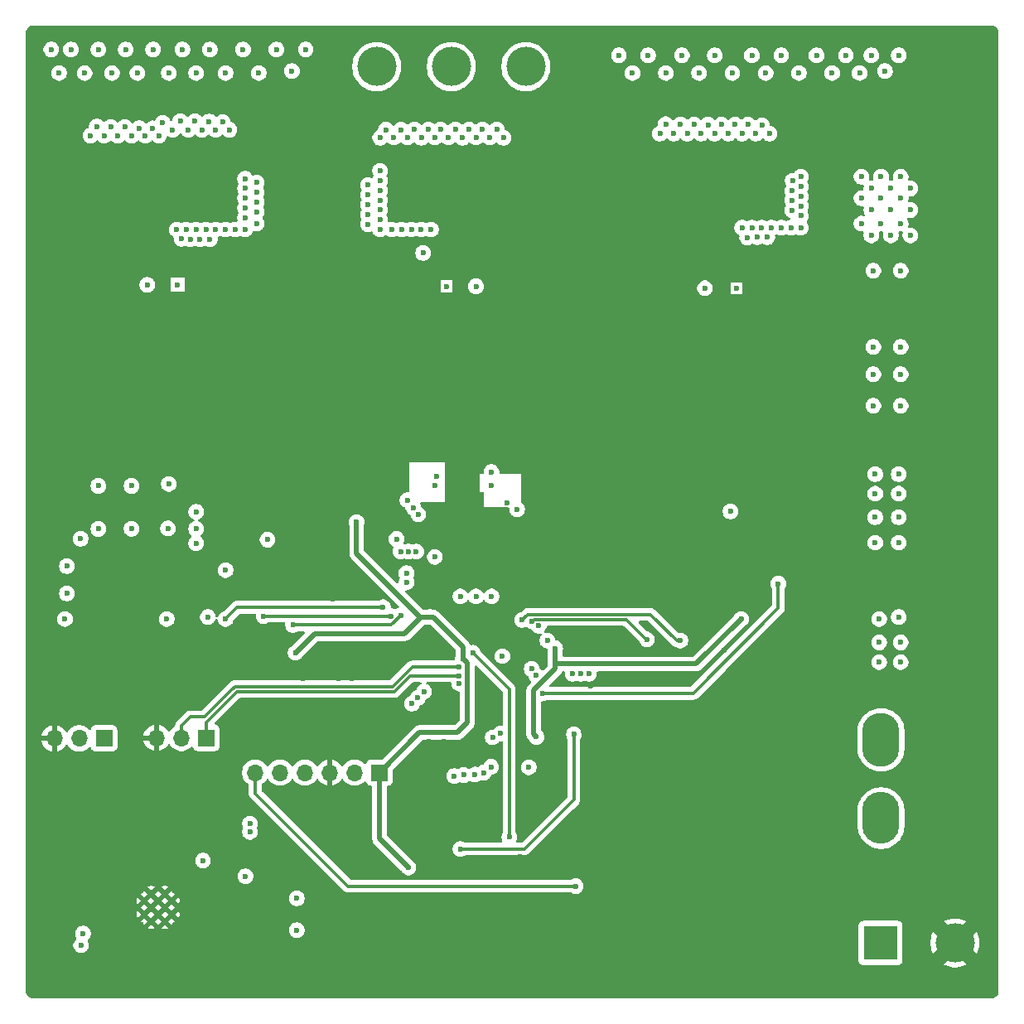
<source format=gbr>
%TF.GenerationSoftware,KiCad,Pcbnew,9.0.1*%
%TF.CreationDate,2025-04-18T15:35:09+02:00*%
%TF.ProjectId,BLDC_DRIVER,424c4443-5f44-4524-9956-45522e6b6963,rev?*%
%TF.SameCoordinates,Original*%
%TF.FileFunction,Copper,L2,Inr*%
%TF.FilePolarity,Positive*%
%FSLAX46Y46*%
G04 Gerber Fmt 4.6, Leading zero omitted, Abs format (unit mm)*
G04 Created by KiCad (PCBNEW 9.0.1) date 2025-04-18 15:35:09*
%MOMM*%
%LPD*%
G01*
G04 APERTURE LIST*
%TA.AperFunction,ComponentPad*%
%ADD10C,4.000000*%
%TD*%
%TA.AperFunction,ComponentPad*%
%ADD11R,1.700000X1.700000*%
%TD*%
%TA.AperFunction,ComponentPad*%
%ADD12O,1.700000X1.700000*%
%TD*%
%TA.AperFunction,ComponentPad*%
%ADD13C,0.600000*%
%TD*%
%TA.AperFunction,ComponentPad*%
%ADD14O,3.800000X5.500000*%
%TD*%
%TA.AperFunction,ComponentPad*%
%ADD15O,3.800000X5.300000*%
%TD*%
%TA.AperFunction,ComponentPad*%
%ADD16R,3.500000X3.500000*%
%TD*%
%TA.AperFunction,ViaPad*%
%ADD17C,0.600000*%
%TD*%
%TA.AperFunction,Conductor*%
%ADD18C,1.500000*%
%TD*%
%TA.AperFunction,Conductor*%
%ADD19C,1.000000*%
%TD*%
%TA.AperFunction,Conductor*%
%ADD20C,0.400000*%
%TD*%
%TA.AperFunction,Conductor*%
%ADD21C,0.500000*%
%TD*%
%TA.AperFunction,Conductor*%
%ADD22C,0.300000*%
%TD*%
G04 APERTURE END LIST*
D10*
%TO.N,/Motor_driver/SHA*%
%TO.C,J104*%
X173100000Y-16950000D03*
%TO.N,/Motor_driver/SHB*%
X165480000Y-16950000D03*
%TO.N,/Motor_driver/SHC*%
X157860000Y-16950000D03*
%TD*%
D11*
%TO.N,/MCU/TX_ESP32*%
%TO.C,J2*%
X129990000Y-85600000D03*
D12*
%TO.N,/MCU/RX_ESP32*%
X127450000Y-85600000D03*
%TO.N,GND*%
X124910000Y-85600000D03*
%TD*%
D13*
%TO.N,GND*%
%TO.C,U2*%
X136200000Y-104290000D03*
X134800000Y-104290000D03*
X136900000Y-103590000D03*
X135500000Y-103590000D03*
X134100000Y-103590000D03*
X136200000Y-102890000D03*
X134800000Y-102890000D03*
X136900000Y-102190000D03*
X135500000Y-102190000D03*
X134100000Y-102190000D03*
X136200000Y-101490000D03*
X134800000Y-101490000D03*
%TD*%
D14*
%TO.N,+48V*%
%TO.C,F1*%
X209400000Y-85750000D03*
D15*
%TO.N,Net-(J1-Pin_1)*%
X209400000Y-93750000D03*
%TD*%
D11*
%TO.N,/MCU/TX_STM32*%
%TO.C,J3*%
X140440000Y-85550000D03*
D12*
%TO.N,/MCU/RX_STM32*%
X137900000Y-85550000D03*
%TO.N,GND*%
X135360000Y-85550000D03*
%TD*%
D16*
%TO.N,Net-(J1-Pin_1)*%
%TO.C,J1*%
X209340000Y-106500000D03*
D10*
%TO.N,GND*%
X216960000Y-106500000D03*
%TD*%
D11*
%TO.N,+3.3V*%
%TO.C,J4*%
X158140000Y-89100000D03*
D12*
%TO.N,/MCU/SWDIO*%
X155600000Y-89100000D03*
%TO.N,GND*%
X153060000Y-89100000D03*
%TO.N,/MCU/SWCLK*%
X150520000Y-89100000D03*
%TO.N,/MCU/SWO*%
X147980000Y-89100000D03*
%TO.N,/MCU/NRST*%
X145440000Y-89100000D03*
%TD*%
D17*
%TO.N,/Motor_driver/SHC*%
X149200000Y-17400000D03*
X145800000Y-17600000D03*
X142400000Y-17600000D03*
X139400000Y-17600000D03*
X136600000Y-17600000D03*
X133400000Y-17600000D03*
X130800000Y-17600000D03*
X128000000Y-17600000D03*
X125400000Y-17600000D03*
X150600000Y-15200000D03*
X147600000Y-15200000D03*
X144200000Y-15200000D03*
X140800000Y-15200000D03*
X138000000Y-15200000D03*
X135000000Y-15200000D03*
X132200000Y-15200000D03*
X129400000Y-15200000D03*
X126600000Y-15200000D03*
X124600000Y-15200000D03*
%TO.N,/Motor_driver/SHA*%
X209800000Y-17400000D03*
X207200000Y-17600000D03*
X204400000Y-17600000D03*
X201000000Y-17600000D03*
X197600000Y-17600000D03*
X194200000Y-17600000D03*
X190800000Y-17600000D03*
X187400000Y-17600000D03*
X184000000Y-17600000D03*
X211200000Y-15800000D03*
X208400000Y-15800000D03*
X205800000Y-15800000D03*
X202800000Y-15800000D03*
X199200000Y-15800000D03*
X196200000Y-15800000D03*
X192400000Y-15800000D03*
X189043780Y-15794121D03*
X185600000Y-15800000D03*
X182600000Y-15800000D03*
%TO.N,/Motor_driver/SHC*%
X142092800Y-22589364D03*
X140734354Y-22575287D03*
X139270330Y-22533055D03*
X137778151Y-22526017D03*
X135983313Y-22680865D03*
X134962720Y-23258029D03*
X133562042Y-23243952D03*
X132105056Y-23124296D03*
X130676225Y-23096142D03*
X129247393Y-23075026D03*
%TO.N,/Motor_driver/SHA*%
X197218468Y-22949725D03*
X195792906Y-22879666D03*
X194473172Y-22879666D03*
X193079533Y-22879666D03*
X191707010Y-22890224D03*
X190292256Y-22869109D03*
X188909175Y-22847993D03*
X187388842Y-22837435D03*
%TO.N,/Motor_driver/SHB*%
X170123252Y-23368925D03*
X168666266Y-23375964D03*
X167289569Y-23361887D03*
X165910008Y-23368925D03*
X164389675Y-23354848D03*
X163129769Y-23368925D03*
X161700938Y-23361887D03*
X160335453Y-23397080D03*
X158800000Y-23400000D03*
%TO.N,+48V*%
X200360999Y-28621365D03*
X200313488Y-29634920D03*
X200313488Y-30600965D03*
X200329325Y-31630358D03*
X197763763Y-34385961D03*
X196766044Y-34370124D03*
X195720815Y-34417635D03*
X140800000Y-34600000D03*
X139800000Y-34600000D03*
X138800000Y-34600000D03*
X137903913Y-34556203D03*
X145600000Y-28800000D03*
X145600000Y-29800000D03*
X145600000Y-30800000D03*
X145600000Y-31800000D03*
X145600000Y-33000000D03*
X156984723Y-29052189D03*
X156984723Y-30052189D03*
X156984723Y-31052189D03*
X156984723Y-32052189D03*
X156984723Y-33052189D03*
X211400000Y-77800000D03*
X211400000Y-75800000D03*
X211200000Y-73200000D03*
X211200000Y-65600000D03*
X211200000Y-63000000D03*
X211200000Y-60600000D03*
X211200000Y-58600000D03*
X211400000Y-51600000D03*
X211400000Y-48400000D03*
X211400000Y-45600000D03*
X211400000Y-37800000D03*
X208600000Y-37800000D03*
X208600000Y-45600000D03*
X208600000Y-48400000D03*
X208600000Y-51600000D03*
X208800000Y-58600000D03*
X208800000Y-60600000D03*
X208800000Y-63000000D03*
X208800000Y-65600000D03*
X209200000Y-73400000D03*
X209200000Y-75800000D03*
X209200000Y-77800000D03*
%TO.N,GND*%
X165000000Y-34600000D03*
%TO.N,+48V*%
X158200000Y-31600000D03*
X163400000Y-33600000D03*
X159400000Y-33600000D03*
X208400000Y-29400000D03*
X207400000Y-28200000D03*
X161400000Y-33600000D03*
X208400000Y-31600000D03*
X210400000Y-34200000D03*
X158200000Y-27600000D03*
X158200000Y-29600000D03*
X162400000Y-33600000D03*
X158200000Y-30600000D03*
X144400000Y-28400000D03*
X144400000Y-31400000D03*
X198200000Y-33400000D03*
X201200000Y-30200000D03*
X139400000Y-33600000D03*
X207400000Y-33000000D03*
X196200000Y-33400000D03*
X209400000Y-33000000D03*
X209400000Y-30400000D03*
X210400000Y-29400000D03*
X140400000Y-33600000D03*
X144400000Y-33600000D03*
X201200000Y-32200000D03*
X197200000Y-33400000D03*
X209400000Y-28200000D03*
X211400000Y-30400000D03*
X212400000Y-34200000D03*
X158200000Y-28600000D03*
X160400000Y-33600000D03*
X210400000Y-31600000D03*
X212400000Y-31600000D03*
X207400000Y-30400000D03*
X142400000Y-33600000D03*
X141400000Y-33600000D03*
X144400000Y-32400000D03*
X212400000Y-29400000D03*
X144400000Y-30400000D03*
X211400000Y-28200000D03*
X201200000Y-28200000D03*
X138400000Y-33600000D03*
X200200000Y-33400000D03*
X199200000Y-33400000D03*
X201200000Y-31200000D03*
X137400000Y-33600000D03*
X195200000Y-33400000D03*
X211400000Y-33000000D03*
X158200000Y-32600000D03*
X208400000Y-34200000D03*
X201200000Y-29200000D03*
X201200000Y-33400000D03*
X143400000Y-33600000D03*
X158200000Y-33600000D03*
X144400000Y-29400000D03*
%TO.N,GND*%
X161774623Y-75490394D03*
X202647879Y-63405732D03*
X149025000Y-92175000D03*
X178363819Y-60999855D03*
X192285404Y-66450845D03*
X154017917Y-79505095D03*
X181575000Y-108175000D03*
X176515394Y-65658163D03*
X139025000Y-99675000D03*
X200100000Y-91825000D03*
X186880709Y-111079158D03*
X200050000Y-60175000D03*
X187445038Y-60928737D03*
X186275000Y-105325000D03*
X154790001Y-40930984D03*
X132450000Y-70900000D03*
X139173537Y-89020709D03*
X175673631Y-87130344D03*
X175764530Y-50952583D03*
X200011810Y-62587642D03*
X203170940Y-40590114D03*
X186990543Y-82789922D03*
X167400000Y-111000000D03*
X123850000Y-57700000D03*
X192671725Y-73290987D03*
X197800000Y-43200000D03*
X168200000Y-64200000D03*
X184240852Y-86471327D03*
X156232230Y-92171871D03*
X177950000Y-81925000D03*
X143655442Y-83004703D03*
X200034535Y-57860899D03*
X181800000Y-111100000D03*
X130413422Y-55311195D03*
X144500000Y-101200000D03*
X217722696Y-66076901D03*
X179225000Y-103575000D03*
X156380732Y-43839749D03*
X193058045Y-69086913D03*
X177720418Y-93713106D03*
X138550000Y-68700000D03*
X127584577Y-97612133D03*
X197800000Y-42000000D03*
X197466641Y-55383904D03*
X202761502Y-49952695D03*
X202647879Y-46998481D03*
X137025000Y-68675000D03*
X138564023Y-60765129D03*
X192324841Y-89062112D03*
X136352150Y-57492769D03*
X157926013Y-40999159D03*
X146125000Y-93400000D03*
X202929712Y-99379137D03*
X200150000Y-96550000D03*
X184490824Y-66291772D03*
X179947441Y-110983897D03*
X132325000Y-95850000D03*
X150608127Y-57962413D03*
X202378971Y-110851910D03*
X189217566Y-66405396D03*
X125975000Y-77000000D03*
X159925000Y-90525000D03*
X202100000Y-93750000D03*
X202034311Y-76086128D03*
X155229902Y-81762418D03*
X150366811Y-79520245D03*
X153275576Y-69172920D03*
X176826335Y-75231614D03*
X196197846Y-110806461D03*
X159622268Y-58159361D03*
X138575000Y-74325000D03*
X123420449Y-80366632D03*
X203697005Y-87059124D03*
X140800000Y-38600000D03*
X123190481Y-108245826D03*
X137625000Y-91000000D03*
X217375000Y-102375000D03*
X144450000Y-102550000D03*
X137300000Y-71400000D03*
X165400000Y-62800000D03*
X176605344Y-86221355D03*
X160777175Y-88823761D03*
X135025000Y-69225000D03*
X193500000Y-103250000D03*
X141300000Y-71125000D03*
X217765366Y-15874266D03*
X191671837Y-81221916D03*
X169453424Y-73746932D03*
X178997808Y-84826498D03*
X152920197Y-95877387D03*
X199536153Y-80244919D03*
X135749679Y-87672375D03*
X176151798Y-63294792D03*
X157948346Y-50066319D03*
X193967034Y-51657050D03*
X150253801Y-100500224D03*
X127341531Y-88202619D03*
X200096696Y-89213611D03*
X123193202Y-63709409D03*
X142199979Y-59977339D03*
X151653989Y-41226406D03*
X176582620Y-56406517D03*
X147836792Y-67097396D03*
X161600000Y-43400000D03*
X161600000Y-42200000D03*
X161592825Y-76990226D03*
X149775000Y-98025000D03*
X162470566Y-54747612D03*
X156275000Y-103050000D03*
X146000000Y-98025000D03*
X159039525Y-43839749D03*
X133594884Y-54553704D03*
X145575000Y-51875000D03*
X162625000Y-111050000D03*
X148900000Y-111000000D03*
X136575000Y-95950000D03*
X169000000Y-95150000D03*
X144425000Y-75675000D03*
X187876808Y-63269384D03*
X188717622Y-69177812D03*
X180150401Y-90834474D03*
X167357944Y-101575861D03*
X154000000Y-77275000D03*
X166800000Y-64200000D03*
X199625490Y-55565702D03*
X160334309Y-59931889D03*
X143594843Y-88428337D03*
X173350000Y-107250000D03*
X131375000Y-106525000D03*
X156675000Y-59925000D03*
X171776396Y-77211190D03*
X137500000Y-39250000D03*
X161600000Y-39400000D03*
X197800000Y-38200000D03*
X172963376Y-103469588D03*
X164000000Y-92000000D03*
X161600000Y-44600000D03*
X155623797Y-68430579D03*
X144472452Y-62552807D03*
X217279564Y-97164324D03*
X178750000Y-107300000D03*
X135875000Y-110750000D03*
X184675000Y-101600000D03*
X155198654Y-46884857D03*
X163153256Y-76944776D03*
X172554331Y-97667208D03*
X217620435Y-91744477D03*
X147100000Y-96000000D03*
X154714808Y-86867906D03*
X202738777Y-58815338D03*
X163250000Y-87775000D03*
X198106723Y-106306965D03*
X134650000Y-79625000D03*
X132750000Y-110675000D03*
X175264586Y-58883512D03*
X217824957Y-37682358D03*
X167388243Y-103408988D03*
X199466417Y-66473570D03*
X197800000Y-40600000D03*
X200534872Y-40476490D03*
X171196860Y-55270281D03*
X217859045Y-33046514D03*
X123650000Y-75475000D03*
X160289941Y-81944216D03*
X123762653Y-47175744D03*
X151275000Y-92250000D03*
X129580182Y-58462357D03*
X197800000Y-44400000D03*
X134550000Y-71850000D03*
X169475000Y-93025000D03*
X172660379Y-99606385D03*
X176417534Y-103257490D03*
X150760706Y-67157995D03*
X187058718Y-85221468D03*
X151994468Y-51202555D03*
X193944309Y-56679214D03*
X126641118Y-50599602D03*
X181775000Y-88550000D03*
X217824957Y-51453541D03*
X166800000Y-65600000D03*
X171241102Y-73686333D03*
X144337184Y-79186949D03*
X185013492Y-70973065D03*
X202738777Y-73450060D03*
X200853018Y-43930648D03*
X180423098Y-95061273D03*
X171200000Y-61499997D03*
X201535929Y-80184320D03*
X139775000Y-80100000D03*
X147579245Y-79292998D03*
X147950000Y-64000000D03*
X203511810Y-43589777D03*
X153750042Y-58858297D03*
X192500000Y-91350000D03*
X188876696Y-58769888D03*
X156638835Y-71142397D03*
X158904346Y-102969644D03*
X123448028Y-110836444D03*
X167629078Y-47839296D03*
X127325000Y-103175000D03*
X140930916Y-89066158D03*
X179877705Y-98424532D03*
X123443174Y-60323425D03*
X151600000Y-106825000D03*
X151900000Y-102050000D03*
X167515455Y-51520701D03*
X128475000Y-110375000D03*
X131150000Y-91000000D03*
X191766525Y-110806461D03*
X184127228Y-51566151D03*
X149631097Y-48816459D03*
X139609361Y-58159361D03*
X186175000Y-76850000D03*
X140800000Y-43600000D03*
X161607975Y-71036348D03*
X192525000Y-93375000D03*
X156375000Y-110975000D03*
X192500000Y-97025000D03*
X203625000Y-89700000D03*
X165000000Y-39400000D03*
X185371075Y-92773817D03*
X166025000Y-91350000D03*
X202488805Y-55588427D03*
X152400000Y-44300000D03*
X172655085Y-82352028D03*
X199739114Y-78517674D03*
X155305651Y-79459646D03*
X169600000Y-59800000D03*
X123800000Y-50100000D03*
X151403625Y-54633988D03*
X148608876Y-41226406D03*
X146500000Y-110950000D03*
X140800000Y-42400000D03*
X162110759Y-106965982D03*
X145250000Y-71075000D03*
X184127228Y-48680111D03*
X166100000Y-95075000D03*
X165400000Y-65600000D03*
X186854195Y-88493828D03*
X159925789Y-40681012D03*
X149669919Y-82095714D03*
X124705463Y-88051121D03*
X202401696Y-106397864D03*
X144725000Y-44450000D03*
X123808102Y-53114472D03*
X154335114Y-53270505D03*
X193421640Y-71404835D03*
X149866867Y-69354718D03*
X180718519Y-66200873D03*
X179741356Y-46771234D03*
X140275000Y-95975000D03*
X188948659Y-79605414D03*
X127383459Y-55992937D03*
X202378971Y-102966431D03*
X197800000Y-39400000D03*
X168925000Y-110975000D03*
X158275000Y-98275000D03*
X151150000Y-109325000D03*
X182922818Y-56542865D03*
X133575000Y-68750000D03*
X143991179Y-92232470D03*
X130975000Y-69350000D03*
X123352275Y-66618174D03*
X155525000Y-75925000D03*
X186581498Y-66314497D03*
X151078852Y-70960599D03*
X126641118Y-46645500D03*
X191285516Y-60837838D03*
X152325000Y-62050000D03*
X172540000Y-95410000D03*
X167150000Y-98875000D03*
X175357047Y-111150545D03*
X177196187Y-48839184D03*
X144911796Y-57901814D03*
X163800000Y-59800000D03*
X156200000Y-96075000D03*
X147790261Y-60007638D03*
X163025000Y-95200000D03*
X134640221Y-60371234D03*
X195197958Y-106306965D03*
X218151686Y-20987329D03*
X217995393Y-47397177D03*
X164750000Y-85950000D03*
X153018029Y-67385242D03*
X147575000Y-106400000D03*
X138375000Y-63775000D03*
X182225000Y-101300000D03*
X185125000Y-97250000D03*
X154550000Y-97975000D03*
X132716194Y-57720016D03*
X166800000Y-62800000D03*
X126262373Y-60113687D03*
X174442764Y-77605085D03*
X129850000Y-80250000D03*
X194475000Y-94450000D03*
X186558774Y-56792837D03*
X156881232Y-85474123D03*
X154494580Y-38590338D03*
X194300000Y-96250000D03*
X181625000Y-51850000D03*
X194300000Y-101575000D03*
X138950000Y-110800000D03*
X202534255Y-61292333D03*
X161600000Y-38200000D03*
X164875000Y-76175000D03*
X198012035Y-75631634D03*
X151404017Y-38453989D03*
X185699023Y-79696313D03*
X217688609Y-60691141D03*
X165447505Y-55452079D03*
X165400000Y-64200000D03*
X217654522Y-84279405D03*
X165197533Y-47657498D03*
X218050000Y-24925000D03*
X161100000Y-110975000D03*
X172644985Y-84957796D03*
X191444589Y-63269384D03*
X200839037Y-99106441D03*
X193334530Y-76583026D03*
X145290674Y-48748285D03*
X191750000Y-104125000D03*
X217586348Y-77700597D03*
X155075000Y-110950000D03*
X176099388Y-95303837D03*
X181309362Y-59247108D03*
X148222556Y-38840310D03*
X195325000Y-92700000D03*
X154653128Y-62113463D03*
X197200000Y-92125000D03*
X194600000Y-39600000D03*
X123341979Y-101822304D03*
X145975000Y-54125000D03*
X192525000Y-95225000D03*
X168200000Y-62800000D03*
X161176818Y-103257490D03*
X161825000Y-93875000D03*
X147767669Y-47225728D03*
X123235930Y-97277359D03*
X148825000Y-107375000D03*
X168089941Y-80039156D03*
X170857551Y-103469588D03*
X196627389Y-98939793D03*
X178968716Y-54224943D03*
X141125000Y-68425000D03*
X188717622Y-72472897D03*
X123554077Y-89384305D03*
X148276136Y-83943991D03*
X180150000Y-101475000D03*
X146170312Y-82171463D03*
X158728429Y-59947039D03*
X123266230Y-99837678D03*
X173800000Y-111100000D03*
X196194057Y-66291772D03*
X198493043Y-103375476D03*
X175610000Y-92730000D03*
X131155763Y-61295373D03*
X168200000Y-65600000D03*
X125625000Y-82925000D03*
X132856064Y-85430203D03*
X127650000Y-71870000D03*
X200220122Y-110829186D03*
X146594507Y-85534722D03*
X127425000Y-100350000D03*
X199739114Y-73972729D03*
X140800000Y-41000000D03*
X139400000Y-107100000D03*
X156550000Y-106600000D03*
X182809194Y-96856526D03*
X163200000Y-85950000D03*
X217800126Y-28313567D03*
X123147752Y-69776910D03*
X194103382Y-54543090D03*
X144396703Y-65370673D03*
X127120000Y-74580000D03*
X175836547Y-74322625D03*
X145975000Y-106400000D03*
X168178261Y-107034157D03*
X185450000Y-103750000D03*
X123493477Y-91702226D03*
X202920575Y-69336885D03*
X123311680Y-94732190D03*
X184081779Y-69336885D03*
X202466081Y-52656937D03*
X140800000Y-44800000D03*
X143791791Y-85307475D03*
X160825000Y-96500000D03*
X144600000Y-110825000D03*
X183127340Y-99288072D03*
X188700000Y-76925000D03*
X133386307Y-83491026D03*
X182400149Y-67837053D03*
X166241663Y-73050040D03*
X217654522Y-72655709D03*
X172857327Y-101666760D03*
X161600000Y-40600000D03*
X134600000Y-63700000D03*
X153700000Y-92225000D03*
X153396774Y-71399943D03*
X174100000Y-66325000D03*
X203490255Y-80199470D03*
X190194730Y-56792837D03*
X200225000Y-93925000D03*
X123220781Y-105306761D03*
X131525000Y-99350000D03*
X164873374Y-103348389D03*
X133507506Y-87596626D03*
X184377200Y-59474355D03*
X131125000Y-64425000D03*
X179700499Y-80244700D03*
X202556980Y-66678092D03*
X181775000Y-92575000D03*
X149750000Y-62050000D03*
%TO.N,+3.3V*%
X163300000Y-73200000D03*
X195100000Y-73400000D03*
X163100000Y-85000000D03*
X161100000Y-98800000D03*
X149700000Y-101950000D03*
X149550000Y-76862500D03*
X155800000Y-63500000D03*
X176100000Y-76400000D03*
X149700000Y-105200000D03*
X166675000Y-77450000D03*
X174175000Y-85450000D03*
%TO.N,/MCU/NRST*%
X166300000Y-80000000D03*
X178200000Y-100700000D03*
%TO.N,/MCU/FUNC_BTN1*%
X167675000Y-76850000D03*
X171400000Y-95700000D03*
%TO.N,/MCU/FUNC_BTN2*%
X178000000Y-85200000D03*
X166400000Y-96900000D03*
%TO.N,/MCU/BOOT*%
X144450000Y-99700000D03*
X140100000Y-98100000D03*
%TO.N,/MCU/PVDDSENSE*%
X198900000Y-69800000D03*
X194000000Y-62400000D03*
X174825000Y-81012174D03*
%TO.N,/MCU/TEMP_MOSFET*%
X126200000Y-70800000D03*
X162600000Y-36000000D03*
X170525000Y-85100000D03*
X146700000Y-65300000D03*
X140600000Y-73200000D03*
%TO.N,/MCU/SensVA*%
X139400000Y-62450000D03*
X126200000Y-68000000D03*
X136525000Y-64150000D03*
%TO.N,/MCU/SensVB*%
X127600000Y-65200000D03*
X132800000Y-64175000D03*
X139400000Y-64200000D03*
%TO.N,/MCU/SensVC*%
X139400000Y-65650000D03*
X129400000Y-64200000D03*
%TO.N,/MCU/SensVN*%
X142400000Y-68400000D03*
X136400000Y-73400000D03*
X126000000Y-73400000D03*
%TO.N,/Motor_driver/SHA*%
X193800000Y-23800000D03*
X192400000Y-23800000D03*
X195200000Y-23800000D03*
X196600000Y-23800000D03*
X198000000Y-23800000D03*
X191000000Y-23800000D03*
X136600000Y-59600000D03*
X189600000Y-23800000D03*
X186800000Y-23800000D03*
X188200000Y-23800000D03*
%TO.N,/MCU/SDO*%
X161100000Y-66500000D03*
X167900000Y-89300000D03*
%TO.N,/MCU/GH3*%
X169598777Y-71100007D03*
X179550003Y-79000000D03*
%TO.N,/MCU/SCLK*%
X161900000Y-66500000D03*
X166750000Y-89350000D03*
%TO.N,/Motor_driver/SHB*%
X165200000Y-24200000D03*
X158215000Y-24215000D03*
X166615000Y-24215000D03*
X168000000Y-24200000D03*
X170815000Y-24215000D03*
X132800000Y-59800000D03*
X162415000Y-24215000D03*
X163800000Y-24200000D03*
X169400000Y-24200000D03*
X159600000Y-24200000D03*
X161000000Y-24200000D03*
%TO.N,/MCU/NFAULT*%
X159875000Y-65225000D03*
X173400000Y-88550000D03*
%TO.N,/MCU/SensIB*%
X146300000Y-73100000D03*
X159302880Y-73102880D03*
X162050000Y-81450000D03*
X161600000Y-62015685D03*
%TO.N,/MCU/GH2*%
X167998772Y-71100000D03*
X178750000Y-79000000D03*
%TO.N,/MCU/GH1*%
X177900000Y-79000000D03*
X166398766Y-71100000D03*
%TO.N,/MCU/SensIA*%
X160300000Y-73025000D03*
X162675000Y-80825000D03*
X162110383Y-62710383D03*
X149300000Y-74000000D03*
%TO.N,/MCU/CAL*%
X160900000Y-69650000D03*
X169700000Y-85500000D03*
%TO.N,/MCU/NSCS*%
X160893260Y-68712500D03*
X169525000Y-88508360D03*
%TO.N,/MCU/SensIC*%
X161450000Y-82050000D03*
X142400000Y-73400000D03*
X161000000Y-61250000D03*
X158500000Y-72200000D03*
%TO.N,/MCU/ENABLE*%
X165780624Y-89450000D03*
X163800000Y-67050000D03*
%TO.N,/Motor_driver/SHC*%
X142800000Y-23400000D03*
X140000000Y-23400000D03*
X129400000Y-59800000D03*
X128600000Y-24000000D03*
X132800000Y-24000000D03*
X131400000Y-24000000D03*
X130000000Y-24000000D03*
X134200000Y-24000000D03*
X135600000Y-24000000D03*
X141400000Y-23400000D03*
X138600000Y-23400000D03*
X137000000Y-23400000D03*
%TO.N,/MCU/SDI*%
X160300000Y-66500000D03*
X168800000Y-89100000D03*
%TO.N,/MCU/RX_ESP32*%
X127850000Y-105550000D03*
%TO.N,/MCU/TX_ESP32*%
X127650000Y-106750000D03*
%TO.N,/MCU/TX_STM32*%
X166300000Y-79200000D03*
%TO.N,/MCU/RX_STM32*%
X166300000Y-78300000D03*
%TO.N,/MCU/SWO*%
X170700000Y-77200000D03*
%TO.N,/MCU/SWCLK*%
X174400000Y-74100000D03*
%TO.N,/MCU/SWDIO*%
X175300000Y-75600000D03*
%TO.N,/MCU/LED1*%
X173729440Y-73651321D03*
X185480000Y-75500000D03*
%TO.N,/MCU/LED2*%
X172700000Y-73500000D03*
X188900000Y-75600000D03*
%TO.N,/MCU/D+*%
X144900000Y-94310000D03*
X173700000Y-78500000D03*
%TO.N,/MCU/D-*%
X144900000Y-95160000D03*
X174162227Y-79162227D03*
%TO.N,/Motor_driver/SPA*%
X191400000Y-39600000D03*
X172200000Y-62200000D03*
%TO.N,/Motor_driver/SPB*%
X168000000Y-39400000D03*
X169574293Y-58375707D03*
%TO.N,/Motor_driver/SPC*%
X134400000Y-39250000D03*
X164000000Y-58800000D03*
%TD*%
D18*
%TO.N,GND*%
X216842000Y-106618000D02*
X214748000Y-108712000D01*
X216960000Y-106500000D02*
X214122000Y-103662000D01*
X216960000Y-106382000D02*
X217078000Y-106382000D01*
D19*
X214122000Y-103662000D02*
X214122000Y-103632000D01*
D18*
X219172000Y-108712000D02*
X219202000Y-108712000D01*
X217078000Y-106382000D02*
X219456000Y-104004000D01*
X214748000Y-108712000D02*
X214376000Y-108712000D01*
X216990000Y-106500000D02*
X216990000Y-106530000D01*
D19*
X216960000Y-106500000D02*
X216842000Y-106500000D01*
X216960000Y-106500000D02*
X216960000Y-106382000D01*
X216960000Y-106500000D02*
X216990000Y-106500000D01*
D20*
X214630000Y-104170000D02*
X214630000Y-104140000D01*
D18*
X216842000Y-106500000D02*
X216842000Y-106618000D01*
X216990000Y-106530000D02*
X219172000Y-108712000D01*
X219456000Y-104004000D02*
X219456000Y-103886000D01*
D21*
%TO.N,+3.3V*%
X158140000Y-95840000D02*
X161100000Y-98800000D01*
X163100000Y-85000000D02*
X166100000Y-85000000D01*
X163100000Y-85000000D02*
X162240000Y-85000000D01*
X190500000Y-78000000D02*
X176200000Y-78000000D01*
X176100000Y-78145108D02*
X176100000Y-77750000D01*
X151512500Y-74900000D02*
X149550000Y-76862500D01*
X174175000Y-85450000D02*
X173900000Y-85175000D01*
X173900000Y-85175000D02*
X173900000Y-80700000D01*
X162240000Y-85000000D02*
X158140000Y-89100000D01*
X162400000Y-73200000D02*
X160700000Y-74900000D01*
X162300000Y-73200000D02*
X155800000Y-66700000D01*
X166675000Y-77425000D02*
X166675000Y-76275000D01*
X163600000Y-73200000D02*
X163300000Y-73200000D01*
X160700000Y-74900000D02*
X151512500Y-74900000D01*
X176200000Y-78000000D02*
X176100000Y-78100000D01*
X176100000Y-76400000D02*
X176100000Y-77750000D01*
X176100000Y-78100000D02*
X176100000Y-78145108D01*
X195100000Y-73400000D02*
X190500000Y-78000000D01*
X163300000Y-73200000D02*
X162400000Y-73200000D01*
X166675000Y-76275000D02*
X163600000Y-73200000D01*
D22*
X166675000Y-77425000D02*
X166675000Y-77450000D01*
D21*
X163300000Y-73200000D02*
X162300000Y-73200000D01*
X167125000Y-77900000D02*
X166675000Y-77450000D01*
X176100000Y-78500000D02*
X176100000Y-78145108D01*
X167125000Y-83975000D02*
X167125000Y-77900000D01*
X158140000Y-89100000D02*
X158140000Y-95840000D01*
X166100000Y-85000000D02*
X167125000Y-83975000D01*
X173900000Y-80700000D02*
X176100000Y-78500000D01*
X155800000Y-66700000D02*
X155800000Y-63500000D01*
D22*
%TO.N,/MCU/NRST*%
X145440000Y-89100000D02*
X145440000Y-91240000D01*
X145440000Y-91240000D02*
X154900000Y-100700000D01*
X154900000Y-100700000D02*
X178200000Y-100700000D01*
%TO.N,/MCU/FUNC_BTN1*%
X171400000Y-95700000D02*
X171400000Y-80575000D01*
X171400000Y-80575000D02*
X167675000Y-76850000D01*
%TO.N,/MCU/FUNC_BTN2*%
X172950000Y-96900000D02*
X178000000Y-91850000D01*
X178000000Y-91850000D02*
X178000000Y-85200000D01*
X166400000Y-96900000D02*
X172950000Y-96900000D01*
%TO.N,/MCU/PVDDSENSE*%
X198900000Y-69800000D02*
X198900000Y-72300000D01*
X174837174Y-81000000D02*
X174825000Y-81012174D01*
X198900000Y-72300000D02*
X190200000Y-81000000D01*
X190200000Y-81000000D02*
X174837174Y-81000000D01*
%TO.N,/MCU/SensIB*%
X159302880Y-73102880D02*
X158953488Y-73102880D01*
X158953488Y-73102880D02*
X158950608Y-73100000D01*
X158950608Y-73100000D02*
X146300000Y-73100000D01*
%TO.N,/MCU/SensIA*%
X160300000Y-73025000D02*
X159325000Y-74000000D01*
X159325000Y-74000000D02*
X149300000Y-74000000D01*
%TO.N,/MCU/SensIC*%
X158500000Y-72200000D02*
X143600000Y-72200000D01*
X143600000Y-72200000D02*
X142400000Y-73400000D01*
%TO.N,/MCU/TX_STM32*%
X161300000Y-79200000D02*
X159700000Y-80800000D01*
X166300000Y-79200000D02*
X161300000Y-79200000D01*
X143600000Y-80800000D02*
X140440000Y-83960000D01*
X159700000Y-80800000D02*
X143600000Y-80800000D01*
X140440000Y-83960000D02*
X140440000Y-85550000D01*
%TO.N,/MCU/RX_STM32*%
X138800000Y-83400000D02*
X137900000Y-84300000D01*
X161500000Y-78300000D02*
X161101000Y-78699000D01*
X143099000Y-80592480D02*
X143099000Y-80592479D01*
X143099000Y-80592479D02*
X140291479Y-83400000D01*
X143392480Y-80299000D02*
X143099000Y-80592480D01*
X161092479Y-78699000D02*
X159492479Y-80299000D01*
X159492479Y-80299000D02*
X143392479Y-80299000D01*
X161101000Y-78699000D02*
X161092479Y-78699000D01*
X143392479Y-80299000D02*
X143392480Y-80299000D01*
X166300000Y-78300000D02*
X161500000Y-78300000D01*
X161092479Y-78699000D02*
X161092480Y-78699000D01*
X140291479Y-83400000D02*
X138800000Y-83400000D01*
X137900000Y-84300000D02*
X137900000Y-85550000D01*
%TO.N,/MCU/LED1*%
X173729440Y-73651321D02*
X173931761Y-73449000D01*
X183349000Y-73449000D02*
X185400000Y-75500000D01*
X185400000Y-75500000D02*
X185480000Y-75500000D01*
X173931761Y-73449000D02*
X183349000Y-73449000D01*
%TO.N,/MCU/LED2*%
X185848000Y-72948000D02*
X173252000Y-72948000D01*
X188900000Y-75600000D02*
X188500000Y-75600000D01*
X173252000Y-72948000D02*
X172700000Y-73500000D01*
X188500000Y-75600000D02*
X185848000Y-72948000D01*
%TD*%
%TA.AperFunction,Conductor*%
%TO.N,GND*%
G36*
X220706061Y-12751097D02*
G01*
X220824317Y-12762744D01*
X220848145Y-12767483D01*
X220956005Y-12800202D01*
X220978453Y-12809501D01*
X221077849Y-12862629D01*
X221098059Y-12876133D01*
X221185179Y-12947630D01*
X221202369Y-12964820D01*
X221273866Y-13051940D01*
X221287370Y-13072150D01*
X221340495Y-13171538D01*
X221349798Y-13193997D01*
X221382514Y-13301848D01*
X221387256Y-13325688D01*
X221398903Y-13443937D01*
X221399500Y-13456092D01*
X221399500Y-111443907D01*
X221398903Y-111456061D01*
X221398903Y-111456062D01*
X221387256Y-111574311D01*
X221382514Y-111598151D01*
X221349798Y-111706002D01*
X221340495Y-111728461D01*
X221287370Y-111827849D01*
X221273866Y-111848059D01*
X221202369Y-111935179D01*
X221185179Y-111952369D01*
X221098059Y-112023866D01*
X221077849Y-112037370D01*
X220978461Y-112090495D01*
X220956002Y-112099798D01*
X220848151Y-112132514D01*
X220824311Y-112137256D01*
X220737215Y-112145834D01*
X220706060Y-112148903D01*
X220693907Y-112149500D01*
X122706093Y-112149500D01*
X122693939Y-112148903D01*
X122643081Y-112143893D01*
X122575688Y-112137256D01*
X122551848Y-112132514D01*
X122443997Y-112099798D01*
X122421541Y-112090496D01*
X122322150Y-112037370D01*
X122301940Y-112023866D01*
X122214820Y-111952369D01*
X122197630Y-111935179D01*
X122126133Y-111848059D01*
X122112629Y-111827849D01*
X122073441Y-111754534D01*
X122059501Y-111728453D01*
X122050201Y-111706002D01*
X122017483Y-111598145D01*
X122012744Y-111574317D01*
X122001097Y-111456061D01*
X122000500Y-111443907D01*
X122000500Y-106671153D01*
X126849500Y-106671153D01*
X126849500Y-106828846D01*
X126880261Y-106983489D01*
X126880264Y-106983501D01*
X126940602Y-107129172D01*
X126940609Y-107129185D01*
X127028210Y-107260288D01*
X127028213Y-107260292D01*
X127139707Y-107371786D01*
X127139711Y-107371789D01*
X127270814Y-107459390D01*
X127270827Y-107459397D01*
X127368853Y-107500000D01*
X127416503Y-107519737D01*
X127571153Y-107550499D01*
X127571156Y-107550500D01*
X127571158Y-107550500D01*
X127728844Y-107550500D01*
X127728845Y-107550499D01*
X127883497Y-107519737D01*
X128029179Y-107459394D01*
X128160289Y-107371789D01*
X128271789Y-107260289D01*
X128359394Y-107129179D01*
X128419737Y-106983497D01*
X128450500Y-106828842D01*
X128450500Y-106671158D01*
X128450500Y-106671155D01*
X128450499Y-106671153D01*
X128444382Y-106640399D01*
X128419737Y-106516503D01*
X128412901Y-106499999D01*
X128359397Y-106370827D01*
X128359395Y-106370823D01*
X128359394Y-106370821D01*
X128336260Y-106336198D01*
X128315382Y-106269521D01*
X128333866Y-106202141D01*
X128356333Y-106176448D01*
X128355982Y-106176097D01*
X128471786Y-106060292D01*
X128471789Y-106060289D01*
X128559394Y-105929179D01*
X128619737Y-105783497D01*
X128650500Y-105628842D01*
X128650500Y-105471158D01*
X128650500Y-105471155D01*
X128650499Y-105471153D01*
X128619737Y-105316503D01*
X128604138Y-105278844D01*
X128559397Y-105170827D01*
X128559390Y-105170814D01*
X128526207Y-105121153D01*
X148899500Y-105121153D01*
X148899500Y-105278846D01*
X148930261Y-105433489D01*
X148930264Y-105433501D01*
X148990602Y-105579172D01*
X148990609Y-105579185D01*
X149078210Y-105710288D01*
X149078213Y-105710292D01*
X149189707Y-105821786D01*
X149189711Y-105821789D01*
X149320814Y-105909390D01*
X149320827Y-105909397D01*
X149452172Y-105963801D01*
X149466503Y-105969737D01*
X149621153Y-106000499D01*
X149621156Y-106000500D01*
X149621158Y-106000500D01*
X149778844Y-106000500D01*
X149778845Y-106000499D01*
X149933497Y-105969737D01*
X150079179Y-105909394D01*
X150210289Y-105821789D01*
X150321789Y-105710289D01*
X150409394Y-105579179D01*
X150469737Y-105433497D01*
X150500500Y-105278842D01*
X150500500Y-105121158D01*
X150500500Y-105121155D01*
X150500499Y-105121153D01*
X150484299Y-105039711D01*
X150469737Y-104966503D01*
X150449539Y-104917741D01*
X150409397Y-104820827D01*
X150409390Y-104820814D01*
X150373898Y-104767697D01*
X150330091Y-104702135D01*
X207089500Y-104702135D01*
X207089500Y-108297870D01*
X207089501Y-108297876D01*
X207095908Y-108357483D01*
X207146202Y-108492328D01*
X207146206Y-108492335D01*
X207232452Y-108607544D01*
X207232455Y-108607547D01*
X207347664Y-108693793D01*
X207347671Y-108693797D01*
X207482517Y-108744091D01*
X207482516Y-108744091D01*
X207489444Y-108744835D01*
X207542127Y-108750500D01*
X211137872Y-108750499D01*
X211197483Y-108744091D01*
X211332331Y-108693796D01*
X211447546Y-108607546D01*
X211533796Y-108492331D01*
X211584091Y-108357483D01*
X211590500Y-108297873D01*
X211590499Y-106359598D01*
X214460000Y-106359598D01*
X214460000Y-106640401D01*
X214491437Y-106919412D01*
X214491439Y-106919424D01*
X214553921Y-107193178D01*
X214553922Y-107193180D01*
X214646662Y-107458217D01*
X214768492Y-107711200D01*
X214917884Y-107948956D01*
X215024187Y-108082257D01*
X216097425Y-107009019D01*
X216183249Y-107137463D01*
X216322537Y-107276751D01*
X216450979Y-107362573D01*
X215377741Y-108435810D01*
X215377741Y-108435811D01*
X215511043Y-108542115D01*
X215748799Y-108691507D01*
X216001782Y-108813337D01*
X216266819Y-108906077D01*
X216266821Y-108906078D01*
X216540575Y-108968560D01*
X216540587Y-108968562D01*
X216819598Y-108999999D01*
X216819600Y-109000000D01*
X217100400Y-109000000D01*
X217100401Y-108999999D01*
X217379412Y-108968562D01*
X217379424Y-108968560D01*
X217653178Y-108906078D01*
X217653180Y-108906077D01*
X217918217Y-108813337D01*
X218171200Y-108691507D01*
X218408956Y-108542116D01*
X218542257Y-108435810D01*
X217469020Y-107362573D01*
X217597463Y-107276751D01*
X217736751Y-107137463D01*
X217822573Y-107009020D01*
X218895810Y-108082257D01*
X219002116Y-107948956D01*
X219151507Y-107711200D01*
X219273337Y-107458217D01*
X219366077Y-107193180D01*
X219366078Y-107193178D01*
X219428560Y-106919424D01*
X219428562Y-106919412D01*
X219459999Y-106640401D01*
X219460000Y-106640399D01*
X219460000Y-106359600D01*
X219459999Y-106359598D01*
X219428562Y-106080587D01*
X219428560Y-106080575D01*
X219366078Y-105806821D01*
X219366077Y-105806819D01*
X219273337Y-105541782D01*
X219151507Y-105288799D01*
X219002115Y-105051043D01*
X218895810Y-104917741D01*
X217822573Y-105990978D01*
X217736751Y-105862537D01*
X217597463Y-105723249D01*
X217469020Y-105637425D01*
X218542257Y-104564187D01*
X218408956Y-104457884D01*
X218171200Y-104308492D01*
X217918217Y-104186662D01*
X217653180Y-104093922D01*
X217653178Y-104093921D01*
X217379424Y-104031439D01*
X217379412Y-104031437D01*
X217100401Y-104000000D01*
X216819598Y-104000000D01*
X216540587Y-104031437D01*
X216540575Y-104031439D01*
X216266821Y-104093921D01*
X216266819Y-104093922D01*
X216001782Y-104186662D01*
X215748799Y-104308492D01*
X215511043Y-104457884D01*
X215377741Y-104564187D01*
X216450979Y-105637425D01*
X216322537Y-105723249D01*
X216183249Y-105862537D01*
X216097425Y-105990979D01*
X215024187Y-104917741D01*
X214917884Y-105051043D01*
X214768492Y-105288799D01*
X214646662Y-105541782D01*
X214553922Y-105806819D01*
X214553921Y-105806821D01*
X214491439Y-106080575D01*
X214491437Y-106080587D01*
X214460000Y-106359598D01*
X211590499Y-106359598D01*
X211590499Y-104702128D01*
X211584091Y-104642517D01*
X211560106Y-104578211D01*
X211533797Y-104507671D01*
X211533793Y-104507664D01*
X211447547Y-104392455D01*
X211447544Y-104392452D01*
X211332335Y-104306206D01*
X211332328Y-104306202D01*
X211197482Y-104255908D01*
X211197483Y-104255908D01*
X211137883Y-104249501D01*
X211137881Y-104249500D01*
X211137873Y-104249500D01*
X211137864Y-104249500D01*
X207542129Y-104249500D01*
X207542123Y-104249501D01*
X207482516Y-104255908D01*
X207347671Y-104306202D01*
X207347664Y-104306206D01*
X207232455Y-104392452D01*
X207232452Y-104392455D01*
X207146206Y-104507664D01*
X207146202Y-104507671D01*
X207095908Y-104642517D01*
X207090835Y-104689707D01*
X207089501Y-104702123D01*
X207089500Y-104702135D01*
X150330091Y-104702135D01*
X150321789Y-104689711D01*
X150321786Y-104689707D01*
X150210292Y-104578213D01*
X150210288Y-104578210D01*
X150079185Y-104490609D01*
X150079172Y-104490602D01*
X149933501Y-104430264D01*
X149933489Y-104430261D01*
X149778845Y-104399500D01*
X149778842Y-104399500D01*
X149621158Y-104399500D01*
X149621155Y-104399500D01*
X149466510Y-104430261D01*
X149466498Y-104430264D01*
X149320827Y-104490602D01*
X149320814Y-104490609D01*
X149189711Y-104578210D01*
X149189707Y-104578213D01*
X149078213Y-104689707D01*
X149078210Y-104689711D01*
X148990609Y-104820814D01*
X148990602Y-104820827D01*
X148930264Y-104966498D01*
X148930261Y-104966510D01*
X148899500Y-105121153D01*
X128526207Y-105121153D01*
X128471788Y-105039709D01*
X128437924Y-105005845D01*
X134437706Y-105005845D01*
X134566652Y-105059257D01*
X134566656Y-105059258D01*
X134721202Y-105089999D01*
X134721206Y-105090000D01*
X134878794Y-105090000D01*
X134878797Y-105089999D01*
X135033343Y-105059258D01*
X135033347Y-105059257D01*
X135162293Y-105005845D01*
X135837706Y-105005845D01*
X135966652Y-105059257D01*
X135966656Y-105059258D01*
X136121202Y-105089999D01*
X136121206Y-105090000D01*
X136278794Y-105090000D01*
X136278797Y-105089999D01*
X136433343Y-105059258D01*
X136433347Y-105059257D01*
X136562293Y-105005845D01*
X136200001Y-104643553D01*
X136200000Y-104643553D01*
X135837706Y-105005845D01*
X135162293Y-105005845D01*
X134800001Y-104643553D01*
X134800000Y-104643553D01*
X134437706Y-105005845D01*
X128437924Y-105005845D01*
X128360292Y-104928213D01*
X128360288Y-104928210D01*
X128229185Y-104840609D01*
X128229172Y-104840602D01*
X128083501Y-104780264D01*
X128083489Y-104780261D01*
X127928845Y-104749500D01*
X127928842Y-104749500D01*
X127771158Y-104749500D01*
X127771155Y-104749500D01*
X127616510Y-104780261D01*
X127616498Y-104780264D01*
X127470827Y-104840602D01*
X127470814Y-104840609D01*
X127339711Y-104928210D01*
X127339707Y-104928213D01*
X127228213Y-105039707D01*
X127228210Y-105039711D01*
X127140609Y-105170814D01*
X127140602Y-105170827D01*
X127080264Y-105316498D01*
X127080261Y-105316510D01*
X127049500Y-105471153D01*
X127049500Y-105628846D01*
X127080261Y-105783489D01*
X127080264Y-105783501D01*
X127140602Y-105929172D01*
X127140609Y-105929185D01*
X127163739Y-105963801D01*
X127184617Y-106030479D01*
X127166132Y-106097859D01*
X127143668Y-106123553D01*
X127144018Y-106123903D01*
X127028213Y-106239707D01*
X127028210Y-106239711D01*
X126940609Y-106370814D01*
X126940602Y-106370827D01*
X126880264Y-106516498D01*
X126880261Y-106516510D01*
X126849500Y-106671153D01*
X122000500Y-106671153D01*
X122000500Y-104305845D01*
X133737706Y-104305845D01*
X133866652Y-104359257D01*
X133866656Y-104359258D01*
X133922255Y-104370318D01*
X133984166Y-104402702D01*
X134018740Y-104463418D01*
X134019681Y-104467743D01*
X134030741Y-104523345D01*
X134030743Y-104523351D01*
X134084153Y-104652293D01*
X134446446Y-104290001D01*
X134446446Y-104289999D01*
X134416610Y-104260163D01*
X134650000Y-104260163D01*
X134650000Y-104319837D01*
X134672836Y-104374968D01*
X134715032Y-104417164D01*
X134770163Y-104440000D01*
X134829837Y-104440000D01*
X134884968Y-104417164D01*
X134927164Y-104374968D01*
X134950000Y-104319837D01*
X134950000Y-104290000D01*
X135153553Y-104290000D01*
X135500000Y-104636446D01*
X135500001Y-104636446D01*
X135846446Y-104290001D01*
X135846446Y-104289999D01*
X135816610Y-104260163D01*
X136050000Y-104260163D01*
X136050000Y-104319837D01*
X136072836Y-104374968D01*
X136115032Y-104417164D01*
X136170163Y-104440000D01*
X136229837Y-104440000D01*
X136284968Y-104417164D01*
X136327164Y-104374968D01*
X136350000Y-104319837D01*
X136350000Y-104290000D01*
X136553553Y-104290000D01*
X136915845Y-104652293D01*
X136969256Y-104523349D01*
X136969257Y-104523348D01*
X136980316Y-104467746D01*
X137012700Y-104405834D01*
X137073415Y-104371258D01*
X137077746Y-104370316D01*
X137133348Y-104359257D01*
X137133349Y-104359256D01*
X137262293Y-104305845D01*
X136900000Y-103943553D01*
X136553553Y-104290000D01*
X136350000Y-104290000D01*
X136350000Y-104260163D01*
X136327164Y-104205032D01*
X136284968Y-104162836D01*
X136229837Y-104140000D01*
X136170163Y-104140000D01*
X136115032Y-104162836D01*
X136072836Y-104205032D01*
X136050000Y-104260163D01*
X135816610Y-104260163D01*
X135500000Y-103943553D01*
X135153553Y-104290000D01*
X134950000Y-104290000D01*
X134950000Y-104260163D01*
X134927164Y-104205032D01*
X134884968Y-104162836D01*
X134829837Y-104140000D01*
X134770163Y-104140000D01*
X134715032Y-104162836D01*
X134672836Y-104205032D01*
X134650000Y-104260163D01*
X134416610Y-104260163D01*
X134256417Y-104099970D01*
X134100001Y-103943553D01*
X134100000Y-103943553D01*
X133737706Y-104305845D01*
X122000500Y-104305845D01*
X122000500Y-103511202D01*
X133300000Y-103511202D01*
X133300000Y-103668797D01*
X133330741Y-103823343D01*
X133330743Y-103823351D01*
X133384153Y-103952293D01*
X133746446Y-103590001D01*
X133746446Y-103589999D01*
X133716610Y-103560163D01*
X133950000Y-103560163D01*
X133950000Y-103619837D01*
X133972836Y-103674968D01*
X134015032Y-103717164D01*
X134070163Y-103740000D01*
X134129837Y-103740000D01*
X134184968Y-103717164D01*
X134227164Y-103674968D01*
X134250000Y-103619837D01*
X134250000Y-103590000D01*
X134453553Y-103590000D01*
X134626776Y-103763223D01*
X134800000Y-103936446D01*
X134800001Y-103936446D01*
X134973223Y-103763223D01*
X135146446Y-103590000D01*
X135146446Y-103589999D01*
X135116610Y-103560163D01*
X135350000Y-103560163D01*
X135350000Y-103619837D01*
X135372836Y-103674968D01*
X135415032Y-103717164D01*
X135470163Y-103740000D01*
X135529837Y-103740000D01*
X135584968Y-103717164D01*
X135627164Y-103674968D01*
X135650000Y-103619837D01*
X135650000Y-103590000D01*
X135853553Y-103590000D01*
X136026776Y-103763223D01*
X136200000Y-103936446D01*
X136200001Y-103936446D01*
X136373223Y-103763223D01*
X136546446Y-103590000D01*
X136546446Y-103589999D01*
X136516610Y-103560163D01*
X136750000Y-103560163D01*
X136750000Y-103619837D01*
X136772836Y-103674968D01*
X136815032Y-103717164D01*
X136870163Y-103740000D01*
X136929837Y-103740000D01*
X136984968Y-103717164D01*
X137027164Y-103674968D01*
X137050000Y-103619837D01*
X137050000Y-103589999D01*
X137253553Y-103589999D01*
X137253553Y-103590001D01*
X137615845Y-103952293D01*
X137669257Y-103823347D01*
X137669258Y-103823343D01*
X137699999Y-103668797D01*
X137700000Y-103668794D01*
X137700000Y-103511206D01*
X137699999Y-103511202D01*
X137669258Y-103356656D01*
X137669257Y-103356652D01*
X137615845Y-103227706D01*
X137253553Y-103589999D01*
X137050000Y-103589999D01*
X137050000Y-103560163D01*
X137027164Y-103505032D01*
X136984968Y-103462836D01*
X136929837Y-103440000D01*
X136870163Y-103440000D01*
X136815032Y-103462836D01*
X136772836Y-103505032D01*
X136750000Y-103560163D01*
X136516610Y-103560163D01*
X136200000Y-103243553D01*
X135853553Y-103590000D01*
X135650000Y-103590000D01*
X135650000Y-103560163D01*
X135627164Y-103505032D01*
X135584968Y-103462836D01*
X135529837Y-103440000D01*
X135470163Y-103440000D01*
X135415032Y-103462836D01*
X135372836Y-103505032D01*
X135350000Y-103560163D01*
X135116610Y-103560163D01*
X134800000Y-103243553D01*
X134453553Y-103590000D01*
X134250000Y-103590000D01*
X134250000Y-103560163D01*
X134227164Y-103505032D01*
X134184968Y-103462836D01*
X134129837Y-103440000D01*
X134070163Y-103440000D01*
X134015032Y-103462836D01*
X133972836Y-103505032D01*
X133950000Y-103560163D01*
X133716610Y-103560163D01*
X133384153Y-103227705D01*
X133330743Y-103356648D01*
X133330741Y-103356656D01*
X133300000Y-103511202D01*
X122000500Y-103511202D01*
X122000500Y-102890000D01*
X133753553Y-102890000D01*
X134100000Y-103236446D01*
X134100001Y-103236446D01*
X134273223Y-103063223D01*
X134446446Y-102890000D01*
X134446446Y-102889999D01*
X134416610Y-102860163D01*
X134650000Y-102860163D01*
X134650000Y-102919837D01*
X134672836Y-102974968D01*
X134715032Y-103017164D01*
X134770163Y-103040000D01*
X134829837Y-103040000D01*
X134884968Y-103017164D01*
X134927164Y-102974968D01*
X134950000Y-102919837D01*
X134950000Y-102890000D01*
X135153553Y-102890000D01*
X135326776Y-103063223D01*
X135500000Y-103236446D01*
X135500001Y-103236446D01*
X135673223Y-103063223D01*
X135846446Y-102890000D01*
X135846446Y-102889999D01*
X135816610Y-102860163D01*
X136050000Y-102860163D01*
X136050000Y-102919837D01*
X136072836Y-102974968D01*
X136115032Y-103017164D01*
X136170163Y-103040000D01*
X136229837Y-103040000D01*
X136284968Y-103017164D01*
X136327164Y-102974968D01*
X136350000Y-102919837D01*
X136350000Y-102890000D01*
X136553553Y-102890000D01*
X136726776Y-103063223D01*
X136900000Y-103236446D01*
X136900001Y-103236446D01*
X137246446Y-102890001D01*
X137246446Y-102889999D01*
X136900001Y-102543553D01*
X136900000Y-102543553D01*
X136553553Y-102890000D01*
X136350000Y-102890000D01*
X136350000Y-102860163D01*
X136327164Y-102805032D01*
X136284968Y-102762836D01*
X136229837Y-102740000D01*
X136170163Y-102740000D01*
X136115032Y-102762836D01*
X136072836Y-102805032D01*
X136050000Y-102860163D01*
X135816610Y-102860163D01*
X135500000Y-102543553D01*
X135153553Y-102890000D01*
X134950000Y-102890000D01*
X134950000Y-102860163D01*
X134927164Y-102805032D01*
X134884968Y-102762836D01*
X134829837Y-102740000D01*
X134770163Y-102740000D01*
X134715032Y-102762836D01*
X134672836Y-102805032D01*
X134650000Y-102860163D01*
X134416610Y-102860163D01*
X134100000Y-102543553D01*
X133753553Y-102890000D01*
X122000500Y-102890000D01*
X122000500Y-102111202D01*
X133300000Y-102111202D01*
X133300000Y-102268797D01*
X133330741Y-102423343D01*
X133330743Y-102423351D01*
X133384153Y-102552293D01*
X133746446Y-102190001D01*
X133746446Y-102189999D01*
X133716610Y-102160163D01*
X133950000Y-102160163D01*
X133950000Y-102219837D01*
X133972836Y-102274968D01*
X134015032Y-102317164D01*
X134070163Y-102340000D01*
X134129837Y-102340000D01*
X134184968Y-102317164D01*
X134227164Y-102274968D01*
X134250000Y-102219837D01*
X134250000Y-102190000D01*
X134453553Y-102190000D01*
X134626776Y-102363223D01*
X134800000Y-102536446D01*
X134800001Y-102536446D01*
X134973223Y-102363223D01*
X135146446Y-102190000D01*
X135146446Y-102189999D01*
X135116610Y-102160163D01*
X135350000Y-102160163D01*
X135350000Y-102219837D01*
X135372836Y-102274968D01*
X135415032Y-102317164D01*
X135470163Y-102340000D01*
X135529837Y-102340000D01*
X135584968Y-102317164D01*
X135627164Y-102274968D01*
X135650000Y-102219837D01*
X135650000Y-102190000D01*
X135853553Y-102190000D01*
X136026776Y-102363223D01*
X136200000Y-102536446D01*
X136200001Y-102536446D01*
X136373223Y-102363223D01*
X136546446Y-102190000D01*
X136546446Y-102189999D01*
X136516610Y-102160163D01*
X136750000Y-102160163D01*
X136750000Y-102219837D01*
X136772836Y-102274968D01*
X136815032Y-102317164D01*
X136870163Y-102340000D01*
X136929837Y-102340000D01*
X136984968Y-102317164D01*
X137027164Y-102274968D01*
X137050000Y-102219837D01*
X137050000Y-102189999D01*
X137253553Y-102189999D01*
X137253553Y-102190001D01*
X137615845Y-102552293D01*
X137669257Y-102423347D01*
X137669258Y-102423343D01*
X137699999Y-102268797D01*
X137700000Y-102268794D01*
X137700000Y-102111206D01*
X137699999Y-102111202D01*
X137669258Y-101956656D01*
X137669257Y-101956652D01*
X137650977Y-101912520D01*
X137633842Y-101871153D01*
X148899500Y-101871153D01*
X148899500Y-102028846D01*
X148930261Y-102183489D01*
X148930264Y-102183501D01*
X148990602Y-102329172D01*
X148990609Y-102329185D01*
X149078210Y-102460288D01*
X149078213Y-102460292D01*
X149189707Y-102571786D01*
X149189711Y-102571789D01*
X149320814Y-102659390D01*
X149320827Y-102659397D01*
X149466498Y-102719735D01*
X149466503Y-102719737D01*
X149621153Y-102750499D01*
X149621156Y-102750500D01*
X149621158Y-102750500D01*
X149778844Y-102750500D01*
X149778845Y-102750499D01*
X149933497Y-102719737D01*
X150079179Y-102659394D01*
X150210289Y-102571789D01*
X150321789Y-102460289D01*
X150409394Y-102329179D01*
X150469737Y-102183497D01*
X150500500Y-102028842D01*
X150500500Y-101871158D01*
X150500500Y-101871155D01*
X150500499Y-101871153D01*
X150491857Y-101827706D01*
X150469737Y-101716503D01*
X150411112Y-101574968D01*
X150409397Y-101570827D01*
X150409390Y-101570814D01*
X150321789Y-101439711D01*
X150321786Y-101439707D01*
X150210292Y-101328213D01*
X150210288Y-101328210D01*
X150079185Y-101240609D01*
X150079172Y-101240602D01*
X149933501Y-101180264D01*
X149933489Y-101180261D01*
X149778845Y-101149500D01*
X149778842Y-101149500D01*
X149621158Y-101149500D01*
X149621155Y-101149500D01*
X149466510Y-101180261D01*
X149466498Y-101180264D01*
X149320827Y-101240602D01*
X149320814Y-101240609D01*
X149189711Y-101328210D01*
X149189707Y-101328213D01*
X149078213Y-101439707D01*
X149078210Y-101439711D01*
X148990609Y-101570814D01*
X148990602Y-101570827D01*
X148930264Y-101716498D01*
X148930261Y-101716510D01*
X148899500Y-101871153D01*
X137633842Y-101871153D01*
X137615845Y-101827706D01*
X137253553Y-102189999D01*
X137050000Y-102189999D01*
X137050000Y-102160163D01*
X137027164Y-102105032D01*
X136984968Y-102062836D01*
X136929837Y-102040000D01*
X136870163Y-102040000D01*
X136815032Y-102062836D01*
X136772836Y-102105032D01*
X136750000Y-102160163D01*
X136516610Y-102160163D01*
X136200000Y-101843553D01*
X135853553Y-102190000D01*
X135650000Y-102190000D01*
X135650000Y-102160163D01*
X135627164Y-102105032D01*
X135584968Y-102062836D01*
X135529837Y-102040000D01*
X135470163Y-102040000D01*
X135415032Y-102062836D01*
X135372836Y-102105032D01*
X135350000Y-102160163D01*
X135116610Y-102160163D01*
X134800000Y-101843553D01*
X134453553Y-102190000D01*
X134250000Y-102190000D01*
X134250000Y-102160163D01*
X134227164Y-102105032D01*
X134184968Y-102062836D01*
X134129837Y-102040000D01*
X134070163Y-102040000D01*
X134015032Y-102062836D01*
X133972836Y-102105032D01*
X133950000Y-102160163D01*
X133716610Y-102160163D01*
X133384153Y-101827705D01*
X133330743Y-101956648D01*
X133330741Y-101956656D01*
X133300000Y-102111202D01*
X122000500Y-102111202D01*
X122000500Y-101474153D01*
X133737705Y-101474153D01*
X134100000Y-101836446D01*
X134100001Y-101836446D01*
X134273223Y-101663223D01*
X134446446Y-101490000D01*
X134446446Y-101489999D01*
X134416610Y-101460163D01*
X134650000Y-101460163D01*
X134650000Y-101519837D01*
X134672836Y-101574968D01*
X134715032Y-101617164D01*
X134770163Y-101640000D01*
X134829837Y-101640000D01*
X134884968Y-101617164D01*
X134927164Y-101574968D01*
X134950000Y-101519837D01*
X134950000Y-101490000D01*
X135153553Y-101490000D01*
X135326776Y-101663223D01*
X135500000Y-101836446D01*
X135500001Y-101836446D01*
X135673223Y-101663223D01*
X135846446Y-101490000D01*
X135846446Y-101489999D01*
X135816610Y-101460163D01*
X136050000Y-101460163D01*
X136050000Y-101519837D01*
X136072836Y-101574968D01*
X136115032Y-101617164D01*
X136170163Y-101640000D01*
X136229837Y-101640000D01*
X136284968Y-101617164D01*
X136327164Y-101574968D01*
X136350000Y-101519837D01*
X136350000Y-101489999D01*
X136553553Y-101489999D01*
X136553553Y-101490000D01*
X136726776Y-101663223D01*
X136900000Y-101836446D01*
X136900001Y-101836446D01*
X137262293Y-101474153D01*
X137133351Y-101420743D01*
X137133345Y-101420741D01*
X137077743Y-101409681D01*
X137015832Y-101377296D01*
X136981258Y-101316580D01*
X136980318Y-101312255D01*
X136969258Y-101256656D01*
X136969257Y-101256652D01*
X136915845Y-101127706D01*
X136553553Y-101489999D01*
X136350000Y-101489999D01*
X136350000Y-101460163D01*
X136327164Y-101405032D01*
X136284968Y-101362836D01*
X136229837Y-101340000D01*
X136170163Y-101340000D01*
X136115032Y-101362836D01*
X136072836Y-101405032D01*
X136050000Y-101460163D01*
X135816610Y-101460163D01*
X135500001Y-101143553D01*
X135500000Y-101143553D01*
X135153553Y-101490000D01*
X134950000Y-101490000D01*
X134950000Y-101460163D01*
X134927164Y-101405032D01*
X134884968Y-101362836D01*
X134829837Y-101340000D01*
X134770163Y-101340000D01*
X134715032Y-101362836D01*
X134672836Y-101405032D01*
X134650000Y-101460163D01*
X134416610Y-101460163D01*
X134084153Y-101127705D01*
X134030743Y-101256648D01*
X134030741Y-101256653D01*
X134019681Y-101312257D01*
X133987295Y-101374167D01*
X133926579Y-101408741D01*
X133922257Y-101409681D01*
X133866653Y-101420741D01*
X133866648Y-101420743D01*
X133737705Y-101474153D01*
X122000500Y-101474153D01*
X122000500Y-100774153D01*
X134437705Y-100774153D01*
X134800000Y-101136446D01*
X134800001Y-101136446D01*
X135162293Y-100774153D01*
X135837705Y-100774153D01*
X136200000Y-101136446D01*
X136200001Y-101136446D01*
X136562293Y-100774153D01*
X136433351Y-100720743D01*
X136433343Y-100720741D01*
X136278797Y-100690000D01*
X136121202Y-100690000D01*
X135966656Y-100720741D01*
X135966648Y-100720743D01*
X135837705Y-100774153D01*
X135162293Y-100774153D01*
X135033351Y-100720743D01*
X135033343Y-100720741D01*
X134878797Y-100690000D01*
X134721202Y-100690000D01*
X134566656Y-100720741D01*
X134566648Y-100720743D01*
X134437705Y-100774153D01*
X122000500Y-100774153D01*
X122000500Y-99621153D01*
X143649500Y-99621153D01*
X143649500Y-99778846D01*
X143680261Y-99933489D01*
X143680264Y-99933501D01*
X143740602Y-100079172D01*
X143740609Y-100079185D01*
X143828210Y-100210288D01*
X143828213Y-100210292D01*
X143939707Y-100321786D01*
X143939711Y-100321789D01*
X144070814Y-100409390D01*
X144070827Y-100409397D01*
X144208683Y-100466498D01*
X144216503Y-100469737D01*
X144371153Y-100500499D01*
X144371156Y-100500500D01*
X144371158Y-100500500D01*
X144528844Y-100500500D01*
X144528845Y-100500499D01*
X144683497Y-100469737D01*
X144829179Y-100409394D01*
X144960289Y-100321789D01*
X145071789Y-100210289D01*
X145159394Y-100079179D01*
X145219737Y-99933497D01*
X145250500Y-99778842D01*
X145250500Y-99621158D01*
X145250500Y-99621155D01*
X145250499Y-99621153D01*
X145228269Y-99509397D01*
X145219737Y-99466503D01*
X145201215Y-99421786D01*
X145159397Y-99320827D01*
X145159390Y-99320814D01*
X145071789Y-99189711D01*
X145071786Y-99189707D01*
X144960292Y-99078213D01*
X144960288Y-99078210D01*
X144829185Y-98990609D01*
X144829172Y-98990602D01*
X144683501Y-98930264D01*
X144683489Y-98930261D01*
X144528845Y-98899500D01*
X144528842Y-98899500D01*
X144371158Y-98899500D01*
X144371155Y-98899500D01*
X144216510Y-98930261D01*
X144216498Y-98930264D01*
X144070827Y-98990602D01*
X144070814Y-98990609D01*
X143939711Y-99078210D01*
X143939707Y-99078213D01*
X143828213Y-99189707D01*
X143828210Y-99189711D01*
X143740609Y-99320814D01*
X143740602Y-99320827D01*
X143680264Y-99466498D01*
X143680261Y-99466510D01*
X143649500Y-99621153D01*
X122000500Y-99621153D01*
X122000500Y-98021153D01*
X139299500Y-98021153D01*
X139299500Y-98178846D01*
X139330261Y-98333489D01*
X139330264Y-98333501D01*
X139390602Y-98479172D01*
X139390609Y-98479185D01*
X139478210Y-98610288D01*
X139478213Y-98610292D01*
X139589707Y-98721786D01*
X139589711Y-98721789D01*
X139720814Y-98809390D01*
X139720827Y-98809397D01*
X139866498Y-98869735D01*
X139866503Y-98869737D01*
X140016131Y-98899500D01*
X140021153Y-98900499D01*
X140021156Y-98900500D01*
X140021158Y-98900500D01*
X140178844Y-98900500D01*
X140178845Y-98900499D01*
X140333497Y-98869737D01*
X140479179Y-98809394D01*
X140610289Y-98721789D01*
X140721789Y-98610289D01*
X140809394Y-98479179D01*
X140869737Y-98333497D01*
X140900500Y-98178842D01*
X140900500Y-98021158D01*
X140900500Y-98021155D01*
X140900499Y-98021153D01*
X140869738Y-97866510D01*
X140869737Y-97866503D01*
X140869735Y-97866498D01*
X140809397Y-97720827D01*
X140809390Y-97720814D01*
X140721789Y-97589711D01*
X140721786Y-97589707D01*
X140610292Y-97478213D01*
X140610288Y-97478210D01*
X140479185Y-97390609D01*
X140479172Y-97390602D01*
X140333501Y-97330264D01*
X140333489Y-97330261D01*
X140178845Y-97299500D01*
X140178842Y-97299500D01*
X140021158Y-97299500D01*
X140021155Y-97299500D01*
X139866510Y-97330261D01*
X139866498Y-97330264D01*
X139720827Y-97390602D01*
X139720814Y-97390609D01*
X139589711Y-97478210D01*
X139589707Y-97478213D01*
X139478213Y-97589707D01*
X139478210Y-97589711D01*
X139390609Y-97720814D01*
X139390602Y-97720827D01*
X139330264Y-97866498D01*
X139330261Y-97866510D01*
X139299500Y-98021153D01*
X122000500Y-98021153D01*
X122000500Y-94231153D01*
X144099500Y-94231153D01*
X144099500Y-94388846D01*
X144130261Y-94543489D01*
X144130264Y-94543501D01*
X144189930Y-94687548D01*
X144197399Y-94757017D01*
X144189930Y-94782452D01*
X144130264Y-94926498D01*
X144130261Y-94926510D01*
X144099500Y-95081153D01*
X144099500Y-95238846D01*
X144130261Y-95393489D01*
X144130264Y-95393501D01*
X144190602Y-95539172D01*
X144190609Y-95539185D01*
X144278210Y-95670288D01*
X144278213Y-95670292D01*
X144389707Y-95781786D01*
X144389711Y-95781789D01*
X144520814Y-95869390D01*
X144520827Y-95869397D01*
X144628312Y-95913918D01*
X144666503Y-95929737D01*
X144821153Y-95960499D01*
X144821156Y-95960500D01*
X144821158Y-95960500D01*
X144978844Y-95960500D01*
X144978845Y-95960499D01*
X145133497Y-95929737D01*
X145279179Y-95869394D01*
X145410289Y-95781789D01*
X145521789Y-95670289D01*
X145609394Y-95539179D01*
X145669737Y-95393497D01*
X145700500Y-95238842D01*
X145700500Y-95081158D01*
X145700500Y-95081155D01*
X145700499Y-95081153D01*
X145669738Y-94926510D01*
X145669737Y-94926503D01*
X145659891Y-94902732D01*
X145610070Y-94782452D01*
X145602601Y-94712983D01*
X145610070Y-94687548D01*
X145669735Y-94543501D01*
X145669737Y-94543497D01*
X145700500Y-94388842D01*
X145700500Y-94231158D01*
X145700500Y-94231155D01*
X145700499Y-94231153D01*
X145669738Y-94076510D01*
X145669737Y-94076503D01*
X145669735Y-94076498D01*
X145609397Y-93930827D01*
X145609390Y-93930814D01*
X145521789Y-93799711D01*
X145521786Y-93799707D01*
X145410292Y-93688213D01*
X145410288Y-93688210D01*
X145279185Y-93600609D01*
X145279172Y-93600602D01*
X145133501Y-93540264D01*
X145133489Y-93540261D01*
X144978845Y-93509500D01*
X144978842Y-93509500D01*
X144821158Y-93509500D01*
X144821155Y-93509500D01*
X144666510Y-93540261D01*
X144666498Y-93540264D01*
X144520827Y-93600602D01*
X144520814Y-93600609D01*
X144389711Y-93688210D01*
X144389707Y-93688213D01*
X144278213Y-93799707D01*
X144278210Y-93799711D01*
X144190609Y-93930814D01*
X144190602Y-93930827D01*
X144130264Y-94076498D01*
X144130261Y-94076510D01*
X144099500Y-94231153D01*
X122000500Y-94231153D01*
X122000500Y-85350000D01*
X123582769Y-85350000D01*
X124476988Y-85350000D01*
X124444075Y-85407007D01*
X124410000Y-85534174D01*
X124410000Y-85665826D01*
X124444075Y-85792993D01*
X124476988Y-85850000D01*
X123582769Y-85850000D01*
X123593242Y-85916126D01*
X123593242Y-85916129D01*
X123658904Y-86118217D01*
X123755379Y-86307557D01*
X123880272Y-86479459D01*
X123880276Y-86479464D01*
X124030535Y-86629723D01*
X124030540Y-86629727D01*
X124202442Y-86754620D01*
X124391782Y-86851095D01*
X124593871Y-86916757D01*
X124660000Y-86927231D01*
X124660000Y-86033012D01*
X124717007Y-86065925D01*
X124844174Y-86100000D01*
X124975826Y-86100000D01*
X125102993Y-86065925D01*
X125160000Y-86033012D01*
X125160000Y-86927230D01*
X125226126Y-86916757D01*
X125226129Y-86916757D01*
X125428217Y-86851095D01*
X125617557Y-86754620D01*
X125789459Y-86629727D01*
X125789464Y-86629723D01*
X125939723Y-86479464D01*
X125939727Y-86479459D01*
X126064620Y-86307558D01*
X126069232Y-86298507D01*
X126117205Y-86247709D01*
X126185025Y-86230912D01*
X126251161Y-86253447D01*
X126290204Y-86298504D01*
X126294949Y-86307817D01*
X126419890Y-86479786D01*
X126570213Y-86630109D01*
X126742179Y-86755048D01*
X126742181Y-86755049D01*
X126742184Y-86755051D01*
X126931588Y-86851557D01*
X127133757Y-86917246D01*
X127343713Y-86950500D01*
X127343714Y-86950500D01*
X127556286Y-86950500D01*
X127556287Y-86950500D01*
X127766243Y-86917246D01*
X127968412Y-86851557D01*
X128157816Y-86755051D01*
X128244147Y-86692328D01*
X128329784Y-86630110D01*
X128329784Y-86630109D01*
X128329792Y-86630104D01*
X128443329Y-86516566D01*
X128504648Y-86483084D01*
X128574340Y-86488068D01*
X128630274Y-86529939D01*
X128647189Y-86560917D01*
X128696202Y-86692328D01*
X128696206Y-86692335D01*
X128782452Y-86807544D01*
X128782455Y-86807547D01*
X128897664Y-86893793D01*
X128897671Y-86893797D01*
X129032517Y-86944091D01*
X129032516Y-86944091D01*
X129039444Y-86944835D01*
X129092127Y-86950500D01*
X130887872Y-86950499D01*
X130947483Y-86944091D01*
X131082331Y-86893796D01*
X131197546Y-86807546D01*
X131283796Y-86692331D01*
X131334091Y-86557483D01*
X131340500Y-86497873D01*
X131340499Y-85300000D01*
X134032769Y-85300000D01*
X134926988Y-85300000D01*
X134894075Y-85357007D01*
X134860000Y-85484174D01*
X134860000Y-85615826D01*
X134894075Y-85742993D01*
X134926988Y-85800000D01*
X134032769Y-85800000D01*
X134043242Y-85866126D01*
X134043242Y-85866129D01*
X134108904Y-86068217D01*
X134205379Y-86257557D01*
X134330272Y-86429459D01*
X134330276Y-86429464D01*
X134480535Y-86579723D01*
X134480540Y-86579727D01*
X134652442Y-86704620D01*
X134841782Y-86801095D01*
X135043871Y-86866757D01*
X135110000Y-86877231D01*
X135110000Y-85983012D01*
X135167007Y-86015925D01*
X135294174Y-86050000D01*
X135425826Y-86050000D01*
X135552993Y-86015925D01*
X135610000Y-85983012D01*
X135610000Y-86877230D01*
X135676126Y-86866757D01*
X135676129Y-86866757D01*
X135878217Y-86801095D01*
X136067557Y-86704620D01*
X136239459Y-86579727D01*
X136239464Y-86579723D01*
X136389723Y-86429464D01*
X136389727Y-86429459D01*
X136514620Y-86257558D01*
X136519232Y-86248507D01*
X136567205Y-86197709D01*
X136635025Y-86180912D01*
X136701161Y-86203447D01*
X136740204Y-86248504D01*
X136744949Y-86257817D01*
X136869890Y-86429786D01*
X137020213Y-86580109D01*
X137192179Y-86705048D01*
X137192181Y-86705049D01*
X137192184Y-86705051D01*
X137381588Y-86801557D01*
X137583757Y-86867246D01*
X137793713Y-86900500D01*
X137793714Y-86900500D01*
X138006286Y-86900500D01*
X138006287Y-86900500D01*
X138216243Y-86867246D01*
X138418412Y-86801557D01*
X138607816Y-86705051D01*
X138710966Y-86630109D01*
X138779784Y-86580110D01*
X138779784Y-86580109D01*
X138779792Y-86580104D01*
X138893329Y-86466566D01*
X138954648Y-86433084D01*
X139024340Y-86438068D01*
X139080274Y-86479939D01*
X139097189Y-86510917D01*
X139146202Y-86642328D01*
X139146206Y-86642335D01*
X139232452Y-86757544D01*
X139232455Y-86757547D01*
X139347664Y-86843793D01*
X139347671Y-86843797D01*
X139482517Y-86894091D01*
X139482516Y-86894091D01*
X139489444Y-86894835D01*
X139542127Y-86900500D01*
X141337872Y-86900499D01*
X141397483Y-86894091D01*
X141532331Y-86843796D01*
X141647546Y-86757546D01*
X141733796Y-86642331D01*
X141784091Y-86507483D01*
X141790500Y-86447873D01*
X141790499Y-84652128D01*
X141784091Y-84592517D01*
X141783044Y-84589711D01*
X141733797Y-84457671D01*
X141733793Y-84457664D01*
X141647547Y-84342455D01*
X141647544Y-84342452D01*
X141532335Y-84256206D01*
X141532328Y-84256202D01*
X141397482Y-84205908D01*
X141389938Y-84204126D01*
X141390342Y-84202414D01*
X141334676Y-84179347D01*
X141294837Y-84121948D01*
X141292355Y-84052122D01*
X141324815Y-83995129D01*
X143833127Y-81486819D01*
X143894450Y-81453334D01*
X143920808Y-81450500D01*
X159764071Y-81450500D01*
X159876125Y-81428210D01*
X159889744Y-81425501D01*
X160008127Y-81376465D01*
X160114669Y-81305277D01*
X161533127Y-79886819D01*
X161594450Y-79853334D01*
X161620808Y-79850500D01*
X162312454Y-79850500D01*
X162379493Y-79870185D01*
X162425248Y-79922989D01*
X162435192Y-79992147D01*
X162406167Y-80055703D01*
X162359906Y-80089061D01*
X162295827Y-80115602D01*
X162295814Y-80115609D01*
X162164711Y-80203210D01*
X162164707Y-80203213D01*
X162053213Y-80314707D01*
X162053210Y-80314711D01*
X161965609Y-80445814D01*
X161965602Y-80445827D01*
X161905259Y-80591509D01*
X161903839Y-80596192D01*
X161865535Y-80654626D01*
X161821192Y-80678839D01*
X161816509Y-80680259D01*
X161670827Y-80740602D01*
X161670814Y-80740609D01*
X161539711Y-80828210D01*
X161539707Y-80828213D01*
X161428213Y-80939707D01*
X161428210Y-80939711D01*
X161340609Y-81070814D01*
X161340604Y-81070824D01*
X161281243Y-81214135D01*
X161237402Y-81268538D01*
X161214135Y-81281243D01*
X161070824Y-81340604D01*
X161070814Y-81340609D01*
X160939711Y-81428210D01*
X160939707Y-81428213D01*
X160828213Y-81539707D01*
X160828210Y-81539711D01*
X160740609Y-81670814D01*
X160740602Y-81670827D01*
X160680264Y-81816498D01*
X160680261Y-81816510D01*
X160649500Y-81971153D01*
X160649500Y-82128846D01*
X160680261Y-82283489D01*
X160680264Y-82283501D01*
X160740602Y-82429172D01*
X160740609Y-82429185D01*
X160828210Y-82560288D01*
X160828213Y-82560292D01*
X160939707Y-82671786D01*
X160939711Y-82671789D01*
X161070814Y-82759390D01*
X161070827Y-82759397D01*
X161216498Y-82819735D01*
X161216503Y-82819737D01*
X161371153Y-82850499D01*
X161371156Y-82850500D01*
X161371158Y-82850500D01*
X161528844Y-82850500D01*
X161528845Y-82850499D01*
X161683497Y-82819737D01*
X161829179Y-82759394D01*
X161960289Y-82671789D01*
X162071789Y-82560289D01*
X162159394Y-82429179D01*
X162218756Y-82285864D01*
X162262596Y-82231461D01*
X162285865Y-82218756D01*
X162429172Y-82159397D01*
X162429172Y-82159396D01*
X162429179Y-82159394D01*
X162560289Y-82071789D01*
X162671789Y-81960289D01*
X162759394Y-81829179D01*
X162819737Y-81683497D01*
X162819740Y-81683478D01*
X162821151Y-81678830D01*
X162859444Y-81620388D01*
X162903830Y-81596151D01*
X162908478Y-81594740D01*
X162908497Y-81594737D01*
X163054179Y-81534394D01*
X163185289Y-81446789D01*
X163296789Y-81335289D01*
X163384394Y-81204179D01*
X163444737Y-81058497D01*
X163475500Y-80903842D01*
X163475500Y-80746158D01*
X163475500Y-80746155D01*
X163475499Y-80746153D01*
X163468186Y-80709390D01*
X163444737Y-80591503D01*
X163444735Y-80591498D01*
X163384397Y-80445827D01*
X163384390Y-80445814D01*
X163296789Y-80314711D01*
X163296786Y-80314707D01*
X163185292Y-80203213D01*
X163185288Y-80203210D01*
X163054185Y-80115609D01*
X163054172Y-80115602D01*
X162990094Y-80089061D01*
X162935690Y-80045221D01*
X162913625Y-79978927D01*
X162930904Y-79911227D01*
X162982041Y-79863616D01*
X163037546Y-79850500D01*
X165375500Y-79850500D01*
X165442539Y-79870185D01*
X165488294Y-79922989D01*
X165499500Y-79974500D01*
X165499500Y-80078846D01*
X165530261Y-80233489D01*
X165530264Y-80233501D01*
X165590602Y-80379172D01*
X165590609Y-80379185D01*
X165678210Y-80510288D01*
X165678213Y-80510292D01*
X165789707Y-80621786D01*
X165789711Y-80621789D01*
X165920814Y-80709390D01*
X165920827Y-80709397D01*
X166066498Y-80769735D01*
X166066503Y-80769737D01*
X166221153Y-80800499D01*
X166221156Y-80800500D01*
X166221158Y-80800500D01*
X166250500Y-80800500D01*
X166317539Y-80820185D01*
X166363294Y-80872989D01*
X166374500Y-80924500D01*
X166374500Y-83612770D01*
X166354815Y-83679809D01*
X166338181Y-83700451D01*
X165825451Y-84213181D01*
X165764128Y-84246666D01*
X165737770Y-84249500D01*
X163404604Y-84249500D01*
X163357155Y-84240062D01*
X163333497Y-84230263D01*
X163333493Y-84230262D01*
X163333488Y-84230260D01*
X163178845Y-84199500D01*
X163178842Y-84199500D01*
X163021158Y-84199500D01*
X163021155Y-84199500D01*
X162866511Y-84230260D01*
X162866506Y-84230262D01*
X162866504Y-84230262D01*
X162866503Y-84230263D01*
X162842844Y-84240062D01*
X162795396Y-84249500D01*
X162166076Y-84249500D01*
X162137242Y-84255234D01*
X162137243Y-84255235D01*
X162021093Y-84278339D01*
X162021089Y-84278340D01*
X161953822Y-84306204D01*
X161953821Y-84306204D01*
X161884508Y-84334913D01*
X161824996Y-84374678D01*
X161802373Y-84389794D01*
X161798395Y-84392452D01*
X161761585Y-84417047D01*
X161761581Y-84417050D01*
X158465449Y-87713181D01*
X158404126Y-87746666D01*
X158377768Y-87749500D01*
X157242129Y-87749500D01*
X157242123Y-87749501D01*
X157182516Y-87755908D01*
X157047671Y-87806202D01*
X157047664Y-87806206D01*
X156932455Y-87892452D01*
X156932452Y-87892455D01*
X156846206Y-88007664D01*
X156846203Y-88007669D01*
X156797189Y-88139083D01*
X156755317Y-88195016D01*
X156689853Y-88219433D01*
X156621580Y-88204581D01*
X156593326Y-88183430D01*
X156479786Y-88069890D01*
X156307820Y-87944951D01*
X156118414Y-87848444D01*
X156118413Y-87848443D01*
X156118412Y-87848443D01*
X155916243Y-87782754D01*
X155916241Y-87782753D01*
X155916240Y-87782753D01*
X155754957Y-87757208D01*
X155706287Y-87749500D01*
X155493713Y-87749500D01*
X155445042Y-87757208D01*
X155283760Y-87782753D01*
X155182672Y-87815598D01*
X155105699Y-87840609D01*
X155081585Y-87848444D01*
X154892179Y-87944951D01*
X154720213Y-88069890D01*
X154569890Y-88220213D01*
X154444949Y-88392182D01*
X154440202Y-88401499D01*
X154392227Y-88452293D01*
X154324405Y-88469087D01*
X154258271Y-88446548D01*
X154219234Y-88401495D01*
X154214622Y-88392444D01*
X154089727Y-88220540D01*
X154089723Y-88220535D01*
X153939464Y-88070276D01*
X153939459Y-88070272D01*
X153767557Y-87945379D01*
X153578215Y-87848903D01*
X153376124Y-87783241D01*
X153310000Y-87772768D01*
X153310000Y-88666988D01*
X153252993Y-88634075D01*
X153125826Y-88600000D01*
X152994174Y-88600000D01*
X152867007Y-88634075D01*
X152810000Y-88666988D01*
X152810000Y-87772768D01*
X152809999Y-87772768D01*
X152743875Y-87783241D01*
X152541784Y-87848903D01*
X152352442Y-87945379D01*
X152180540Y-88070272D01*
X152180535Y-88070276D01*
X152030276Y-88220535D01*
X152030272Y-88220540D01*
X151905378Y-88392443D01*
X151900762Y-88401502D01*
X151852784Y-88452295D01*
X151784963Y-88469087D01*
X151718829Y-88446546D01*
X151679794Y-88401493D01*
X151675051Y-88392184D01*
X151675049Y-88392181D01*
X151675048Y-88392179D01*
X151550109Y-88220213D01*
X151399786Y-88069890D01*
X151227820Y-87944951D01*
X151038414Y-87848444D01*
X151038413Y-87848443D01*
X151038412Y-87848443D01*
X150836243Y-87782754D01*
X150836241Y-87782753D01*
X150836240Y-87782753D01*
X150674957Y-87757208D01*
X150626287Y-87749500D01*
X150413713Y-87749500D01*
X150365042Y-87757208D01*
X150203760Y-87782753D01*
X150102672Y-87815598D01*
X150025699Y-87840609D01*
X150001585Y-87848444D01*
X149812179Y-87944951D01*
X149640213Y-88069890D01*
X149489890Y-88220213D01*
X149364949Y-88392182D01*
X149360484Y-88400946D01*
X149312509Y-88451742D01*
X149244688Y-88468536D01*
X149178553Y-88445998D01*
X149139516Y-88400946D01*
X149135050Y-88392182D01*
X149010109Y-88220213D01*
X148859786Y-88069890D01*
X148687820Y-87944951D01*
X148498414Y-87848444D01*
X148498413Y-87848443D01*
X148498412Y-87848443D01*
X148296243Y-87782754D01*
X148296241Y-87782753D01*
X148296240Y-87782753D01*
X148134957Y-87757208D01*
X148086287Y-87749500D01*
X147873713Y-87749500D01*
X147825042Y-87757208D01*
X147663760Y-87782753D01*
X147562672Y-87815598D01*
X147485699Y-87840609D01*
X147461585Y-87848444D01*
X147272179Y-87944951D01*
X147100213Y-88069890D01*
X146949890Y-88220213D01*
X146824949Y-88392182D01*
X146820484Y-88400946D01*
X146772509Y-88451742D01*
X146704688Y-88468536D01*
X146638553Y-88445998D01*
X146599516Y-88400946D01*
X146595050Y-88392182D01*
X146470109Y-88220213D01*
X146319786Y-88069890D01*
X146147820Y-87944951D01*
X145958414Y-87848444D01*
X145958413Y-87848443D01*
X145958412Y-87848443D01*
X145756243Y-87782754D01*
X145756241Y-87782753D01*
X145756240Y-87782753D01*
X145594957Y-87757208D01*
X145546287Y-87749500D01*
X145333713Y-87749500D01*
X145285042Y-87757208D01*
X145123760Y-87782753D01*
X145022672Y-87815598D01*
X144945699Y-87840609D01*
X144921585Y-87848444D01*
X144732179Y-87944951D01*
X144560213Y-88069890D01*
X144409890Y-88220213D01*
X144284951Y-88392179D01*
X144188444Y-88581585D01*
X144122753Y-88783760D01*
X144089500Y-88993713D01*
X144089500Y-89206286D01*
X144107468Y-89319735D01*
X144122754Y-89416243D01*
X144185803Y-89610288D01*
X144188444Y-89618414D01*
X144284951Y-89807820D01*
X144409890Y-89979786D01*
X144409896Y-89979792D01*
X144560208Y-90130104D01*
X144732184Y-90255051D01*
X144732188Y-90255053D01*
X144736126Y-90257914D01*
X144735146Y-90259262D01*
X144777160Y-90305690D01*
X144789500Y-90359617D01*
X144789500Y-91304069D01*
X144789500Y-91304071D01*
X144789499Y-91304071D01*
X144808167Y-91397913D01*
X144814498Y-91429739D01*
X144814499Y-91429744D01*
X144863535Y-91548127D01*
X144904016Y-91608712D01*
X144934726Y-91654673D01*
X144934727Y-91654674D01*
X149740892Y-96460838D01*
X154485330Y-101205276D01*
X154492822Y-101210282D01*
X154492831Y-101210292D01*
X154492833Y-101210289D01*
X154591873Y-101276465D01*
X154710256Y-101325501D01*
X154710260Y-101325501D01*
X154710261Y-101325502D01*
X154835928Y-101350500D01*
X154835931Y-101350500D01*
X177695065Y-101350500D01*
X177762104Y-101370185D01*
X177763909Y-101371366D01*
X177820821Y-101409394D01*
X177820823Y-101409395D01*
X177820827Y-101409397D01*
X177894013Y-101439711D01*
X177966503Y-101469737D01*
X178121153Y-101500499D01*
X178121156Y-101500500D01*
X178121158Y-101500500D01*
X178278844Y-101500500D01*
X178278845Y-101500499D01*
X178433497Y-101469737D01*
X178579179Y-101409394D01*
X178710289Y-101321789D01*
X178821789Y-101210289D01*
X178909394Y-101079179D01*
X178969737Y-100933497D01*
X179000500Y-100778842D01*
X179000500Y-100621158D01*
X179000500Y-100621155D01*
X179000499Y-100621153D01*
X178969738Y-100466510D01*
X178969737Y-100466503D01*
X178909794Y-100321786D01*
X178909397Y-100320827D01*
X178909390Y-100320814D01*
X178821789Y-100189711D01*
X178821786Y-100189707D01*
X178710292Y-100078213D01*
X178710288Y-100078210D01*
X178579185Y-99990609D01*
X178579172Y-99990602D01*
X178433501Y-99930264D01*
X178433489Y-99930261D01*
X178278845Y-99899500D01*
X178278842Y-99899500D01*
X178121158Y-99899500D01*
X178121155Y-99899500D01*
X177966510Y-99930261D01*
X177966498Y-99930264D01*
X177820827Y-99990602D01*
X177820820Y-99990606D01*
X177791928Y-100009911D01*
X177763955Y-100028602D01*
X177697279Y-100049480D01*
X177695065Y-100049500D01*
X155220808Y-100049500D01*
X155153769Y-100029815D01*
X155133127Y-100013181D01*
X146126819Y-91006873D01*
X146093334Y-90945550D01*
X146090500Y-90919192D01*
X146090500Y-90359617D01*
X146110185Y-90292578D01*
X146144592Y-90258902D01*
X146143874Y-90257914D01*
X146147811Y-90255053D01*
X146147816Y-90255051D01*
X146319792Y-90130104D01*
X146470104Y-89979792D01*
X146470106Y-89979788D01*
X146470109Y-89979786D01*
X146593902Y-89809397D01*
X146595051Y-89807816D01*
X146599514Y-89799054D01*
X146647488Y-89748259D01*
X146715308Y-89731463D01*
X146781444Y-89753999D01*
X146820486Y-89799056D01*
X146824951Y-89807820D01*
X146949890Y-89979786D01*
X147100213Y-90130109D01*
X147272179Y-90255048D01*
X147272181Y-90255049D01*
X147272184Y-90255051D01*
X147461588Y-90351557D01*
X147663757Y-90417246D01*
X147873713Y-90450500D01*
X147873714Y-90450500D01*
X148086286Y-90450500D01*
X148086287Y-90450500D01*
X148296243Y-90417246D01*
X148498412Y-90351557D01*
X148687816Y-90255051D01*
X148774138Y-90192335D01*
X148859786Y-90130109D01*
X148859788Y-90130106D01*
X148859792Y-90130104D01*
X149010104Y-89979792D01*
X149010106Y-89979788D01*
X149010109Y-89979786D01*
X149133902Y-89809397D01*
X149135051Y-89807816D01*
X149139514Y-89799054D01*
X149187488Y-89748259D01*
X149255308Y-89731463D01*
X149321444Y-89753999D01*
X149360486Y-89799056D01*
X149364951Y-89807820D01*
X149489890Y-89979786D01*
X149640213Y-90130109D01*
X149812179Y-90255048D01*
X149812181Y-90255049D01*
X149812184Y-90255051D01*
X150001588Y-90351557D01*
X150203757Y-90417246D01*
X150413713Y-90450500D01*
X150413714Y-90450500D01*
X150626286Y-90450500D01*
X150626287Y-90450500D01*
X150836243Y-90417246D01*
X151038412Y-90351557D01*
X151227816Y-90255051D01*
X151314138Y-90192335D01*
X151399786Y-90130109D01*
X151399788Y-90130106D01*
X151399792Y-90130104D01*
X151550104Y-89979792D01*
X151550106Y-89979788D01*
X151550109Y-89979786D01*
X151630063Y-89869737D01*
X151675051Y-89807816D01*
X151679793Y-89798508D01*
X151727763Y-89747711D01*
X151795583Y-89730911D01*
X151861719Y-89753445D01*
X151900763Y-89798500D01*
X151905377Y-89807555D01*
X152030272Y-89979459D01*
X152030276Y-89979464D01*
X152180535Y-90129723D01*
X152180540Y-90129727D01*
X152352442Y-90254620D01*
X152541782Y-90351095D01*
X152743871Y-90416757D01*
X152810000Y-90427231D01*
X152810000Y-89533012D01*
X152867007Y-89565925D01*
X152994174Y-89600000D01*
X153125826Y-89600000D01*
X153252993Y-89565925D01*
X153310000Y-89533012D01*
X153310000Y-90427230D01*
X153376126Y-90416757D01*
X153376129Y-90416757D01*
X153578217Y-90351095D01*
X153767557Y-90254620D01*
X153939459Y-90129727D01*
X153939464Y-90129723D01*
X154089723Y-89979464D01*
X154089727Y-89979459D01*
X154214620Y-89807558D01*
X154219232Y-89798507D01*
X154267205Y-89747709D01*
X154335025Y-89730912D01*
X154401161Y-89753447D01*
X154440204Y-89798504D01*
X154444949Y-89807817D01*
X154569890Y-89979786D01*
X154720213Y-90130109D01*
X154892179Y-90255048D01*
X154892181Y-90255049D01*
X154892184Y-90255051D01*
X155081588Y-90351557D01*
X155283757Y-90417246D01*
X155493713Y-90450500D01*
X155493714Y-90450500D01*
X155706286Y-90450500D01*
X155706287Y-90450500D01*
X155916243Y-90417246D01*
X156118412Y-90351557D01*
X156307816Y-90255051D01*
X156394147Y-90192328D01*
X156479784Y-90130110D01*
X156479784Y-90130109D01*
X156479792Y-90130104D01*
X156593329Y-90016566D01*
X156654648Y-89983084D01*
X156724340Y-89988068D01*
X156780274Y-90029939D01*
X156797189Y-90060917D01*
X156846202Y-90192328D01*
X156846206Y-90192335D01*
X156932452Y-90307544D01*
X156932455Y-90307547D01*
X157047664Y-90393793D01*
X157047671Y-90393797D01*
X157092618Y-90410561D01*
X157182517Y-90444091D01*
X157242127Y-90450500D01*
X157265497Y-90450499D01*
X157332536Y-90470181D01*
X157378292Y-90522983D01*
X157389500Y-90574499D01*
X157389500Y-95913918D01*
X157389500Y-95913920D01*
X157389499Y-95913920D01*
X157418340Y-96058907D01*
X157418343Y-96058917D01*
X157474914Y-96195493D01*
X157484799Y-96210286D01*
X157484800Y-96210289D01*
X157557046Y-96318414D01*
X157557052Y-96318421D01*
X160353926Y-99115293D01*
X160380805Y-99155519D01*
X160390603Y-99179172D01*
X160390606Y-99179178D01*
X160390609Y-99179185D01*
X160478210Y-99310288D01*
X160478213Y-99310292D01*
X160589707Y-99421786D01*
X160589711Y-99421789D01*
X160720814Y-99509390D01*
X160720827Y-99509397D01*
X160866498Y-99569735D01*
X160866503Y-99569737D01*
X161021153Y-99600499D01*
X161021156Y-99600500D01*
X161021158Y-99600500D01*
X161178844Y-99600500D01*
X161178845Y-99600499D01*
X161333497Y-99569737D01*
X161479179Y-99509394D01*
X161610289Y-99421789D01*
X161721789Y-99310289D01*
X161809394Y-99179179D01*
X161869737Y-99033497D01*
X161900500Y-98878842D01*
X161900500Y-98721158D01*
X161900500Y-98721155D01*
X161900499Y-98721153D01*
X161878447Y-98610292D01*
X161869737Y-98566503D01*
X161833569Y-98479185D01*
X161809397Y-98420827D01*
X161809390Y-98420814D01*
X161721789Y-98289711D01*
X161721786Y-98289707D01*
X161610292Y-98178213D01*
X161610288Y-98178210D01*
X161479185Y-98090609D01*
X161479180Y-98090607D01*
X161479179Y-98090606D01*
X161455519Y-98080805D01*
X161415293Y-98053926D01*
X158926819Y-95565451D01*
X158893334Y-95504128D01*
X158890500Y-95477770D01*
X158890500Y-90574499D01*
X158910185Y-90507460D01*
X158962989Y-90461705D01*
X159014500Y-90450499D01*
X159037871Y-90450499D01*
X159037872Y-90450499D01*
X159097483Y-90444091D01*
X159232331Y-90393796D01*
X159347546Y-90307546D01*
X159433796Y-90192331D01*
X159484091Y-90057483D01*
X159490500Y-89997873D01*
X159490499Y-89371153D01*
X164980124Y-89371153D01*
X164980124Y-89528846D01*
X165010885Y-89683489D01*
X165010888Y-89683501D01*
X165071226Y-89829172D01*
X165071233Y-89829185D01*
X165158834Y-89960288D01*
X165158837Y-89960292D01*
X165270331Y-90071786D01*
X165270335Y-90071789D01*
X165401438Y-90159390D01*
X165401451Y-90159397D01*
X165480972Y-90192335D01*
X165547127Y-90219737D01*
X165701777Y-90250499D01*
X165701780Y-90250500D01*
X165701782Y-90250500D01*
X165859468Y-90250500D01*
X165859469Y-90250499D01*
X166014121Y-90219737D01*
X166159803Y-90159394D01*
X166277838Y-90080525D01*
X166344510Y-90059649D01*
X166394174Y-90069067D01*
X166516503Y-90119737D01*
X166671153Y-90150499D01*
X166671156Y-90150500D01*
X166671158Y-90150500D01*
X166828844Y-90150500D01*
X166828845Y-90150499D01*
X166983497Y-90119737D01*
X167125502Y-90060917D01*
X167129172Y-90059397D01*
X167129172Y-90059396D01*
X167129179Y-90059394D01*
X167260289Y-89971789D01*
X167270140Y-89961938D01*
X167331462Y-89928451D01*
X167401153Y-89933433D01*
X167426713Y-89946512D01*
X167520821Y-90009394D01*
X167520823Y-90009395D01*
X167520827Y-90009397D01*
X167642148Y-90059649D01*
X167666503Y-90069737D01*
X167821153Y-90100499D01*
X167821156Y-90100500D01*
X167821158Y-90100500D01*
X167978844Y-90100500D01*
X167978845Y-90100499D01*
X168133497Y-90069737D01*
X168279179Y-90009394D01*
X168410289Y-89921789D01*
X168434263Y-89897813D01*
X168495583Y-89864330D01*
X168560374Y-89868962D01*
X168560676Y-89867969D01*
X168565054Y-89869297D01*
X168565275Y-89869313D01*
X168565841Y-89869536D01*
X168566493Y-89869732D01*
X168566503Y-89869737D01*
X168707665Y-89897816D01*
X168721153Y-89900499D01*
X168721156Y-89900500D01*
X168721158Y-89900500D01*
X168878844Y-89900500D01*
X168878845Y-89900499D01*
X169033497Y-89869737D01*
X169179179Y-89809394D01*
X169310289Y-89721789D01*
X169421789Y-89610289D01*
X169509394Y-89479179D01*
X169509395Y-89479176D01*
X169509397Y-89479173D01*
X169552432Y-89375275D01*
X169596272Y-89320871D01*
X169642796Y-89301111D01*
X169758497Y-89278097D01*
X169904179Y-89217754D01*
X170035289Y-89130149D01*
X170146789Y-89018649D01*
X170234394Y-88887539D01*
X170294737Y-88741857D01*
X170325500Y-88587202D01*
X170325500Y-88429518D01*
X170325500Y-88429515D01*
X170325499Y-88429513D01*
X170303021Y-88316510D01*
X170294737Y-88274863D01*
X170272234Y-88220535D01*
X170234397Y-88129187D01*
X170234390Y-88129174D01*
X170146789Y-87998071D01*
X170146786Y-87998067D01*
X170035292Y-87886573D01*
X170035288Y-87886570D01*
X169904185Y-87798969D01*
X169904172Y-87798962D01*
X169758501Y-87738624D01*
X169758489Y-87738621D01*
X169603845Y-87707860D01*
X169603842Y-87707860D01*
X169446158Y-87707860D01*
X169446155Y-87707860D01*
X169291510Y-87738621D01*
X169291498Y-87738624D01*
X169145827Y-87798962D01*
X169145814Y-87798969D01*
X169014711Y-87886570D01*
X169014707Y-87886573D01*
X168903213Y-87998067D01*
X168903210Y-87998071D01*
X168815609Y-88129174D01*
X168815604Y-88129184D01*
X168772567Y-88233085D01*
X168728726Y-88287488D01*
X168682198Y-88307249D01*
X168566508Y-88330261D01*
X168566498Y-88330264D01*
X168420827Y-88390602D01*
X168420814Y-88390609D01*
X168289714Y-88478208D01*
X168289708Y-88478213D01*
X168265733Y-88502187D01*
X168204409Y-88535670D01*
X168139626Y-88531034D01*
X168139324Y-88532031D01*
X168134931Y-88530698D01*
X168134717Y-88530683D01*
X168134165Y-88530466D01*
X168133500Y-88530264D01*
X168133497Y-88530263D01*
X168133492Y-88530262D01*
X168133489Y-88530261D01*
X167978845Y-88499500D01*
X167978842Y-88499500D01*
X167821158Y-88499500D01*
X167821155Y-88499500D01*
X167666510Y-88530261D01*
X167666498Y-88530264D01*
X167520827Y-88590602D01*
X167520814Y-88590609D01*
X167389711Y-88678210D01*
X167389705Y-88678215D01*
X167379853Y-88688067D01*
X167318529Y-88721550D01*
X167248837Y-88716563D01*
X167223284Y-88703485D01*
X167129184Y-88640609D01*
X167129172Y-88640602D01*
X166983501Y-88580264D01*
X166983489Y-88580261D01*
X166828845Y-88549500D01*
X166828842Y-88549500D01*
X166671158Y-88549500D01*
X166671155Y-88549500D01*
X166516510Y-88580261D01*
X166516498Y-88580264D01*
X166370827Y-88640602D01*
X166370814Y-88640609D01*
X166252789Y-88719472D01*
X166186111Y-88740350D01*
X166136446Y-88730931D01*
X166014125Y-88680264D01*
X166014113Y-88680261D01*
X165859469Y-88649500D01*
X165859466Y-88649500D01*
X165701782Y-88649500D01*
X165701779Y-88649500D01*
X165547134Y-88680261D01*
X165547122Y-88680264D01*
X165401451Y-88740602D01*
X165401438Y-88740609D01*
X165270335Y-88828210D01*
X165270331Y-88828213D01*
X165158837Y-88939707D01*
X165158834Y-88939711D01*
X165071233Y-89070814D01*
X165071226Y-89070827D01*
X165010888Y-89216498D01*
X165010885Y-89216510D01*
X164980124Y-89371153D01*
X159490499Y-89371153D01*
X159490499Y-88862228D01*
X159510184Y-88795190D01*
X159526813Y-88774553D01*
X162514548Y-85786819D01*
X162541475Y-85772115D01*
X162567294Y-85755523D01*
X162573494Y-85754631D01*
X162575871Y-85753334D01*
X162602229Y-85750500D01*
X162795396Y-85750500D01*
X162842844Y-85759937D01*
X162866503Y-85769737D01*
X162866508Y-85769738D01*
X162866511Y-85769739D01*
X163021153Y-85800499D01*
X163021156Y-85800500D01*
X163021158Y-85800500D01*
X163178844Y-85800500D01*
X163178845Y-85800499D01*
X163268142Y-85782737D01*
X163333488Y-85769739D01*
X163333489Y-85769738D01*
X163333497Y-85769737D01*
X163357155Y-85759937D01*
X163404604Y-85750500D01*
X166173920Y-85750500D01*
X166271462Y-85731096D01*
X166318913Y-85721658D01*
X166455495Y-85665084D01*
X166537502Y-85610289D01*
X166578416Y-85582952D01*
X167707952Y-84453416D01*
X167760568Y-84374669D01*
X167790084Y-84330495D01*
X167800147Y-84306202D01*
X167824807Y-84246666D01*
X167846658Y-84193913D01*
X167871270Y-84070185D01*
X167875500Y-84048920D01*
X167875500Y-78269808D01*
X167895185Y-78202769D01*
X167947989Y-78157014D01*
X168017147Y-78147070D01*
X168080703Y-78176095D01*
X168087181Y-78182127D01*
X170713181Y-80808127D01*
X170746666Y-80869450D01*
X170749500Y-80895808D01*
X170749500Y-84177378D01*
X170729815Y-84244417D01*
X170677011Y-84290172D01*
X170609932Y-84299816D01*
X170609905Y-84300097D01*
X170608765Y-84299984D01*
X170607853Y-84300116D01*
X170604809Y-84299595D01*
X170603843Y-84299500D01*
X170603842Y-84299500D01*
X170446158Y-84299500D01*
X170446155Y-84299500D01*
X170291510Y-84330261D01*
X170291498Y-84330264D01*
X170145827Y-84390602D01*
X170145814Y-84390609D01*
X170014711Y-84478210D01*
X170014707Y-84478213D01*
X169903217Y-84589704D01*
X169903216Y-84589704D01*
X169903211Y-84589710D01*
X169903211Y-84589711D01*
X169866672Y-84644394D01*
X169813062Y-84689196D01*
X169763573Y-84699500D01*
X169621155Y-84699500D01*
X169466510Y-84730261D01*
X169466498Y-84730264D01*
X169320827Y-84790602D01*
X169320814Y-84790609D01*
X169189711Y-84878210D01*
X169189707Y-84878213D01*
X169078213Y-84989707D01*
X169078210Y-84989711D01*
X168990609Y-85120814D01*
X168990602Y-85120827D01*
X168930264Y-85266498D01*
X168930261Y-85266510D01*
X168899500Y-85421153D01*
X168899500Y-85578846D01*
X168930261Y-85733489D01*
X168930264Y-85733501D01*
X168990602Y-85879172D01*
X168990609Y-85879185D01*
X169078210Y-86010288D01*
X169078213Y-86010292D01*
X169189707Y-86121786D01*
X169189711Y-86121789D01*
X169320814Y-86209390D01*
X169320827Y-86209397D01*
X169437100Y-86257558D01*
X169466503Y-86269737D01*
X169611139Y-86298507D01*
X169621153Y-86300499D01*
X169621156Y-86300500D01*
X169621158Y-86300500D01*
X169778844Y-86300500D01*
X169778845Y-86300499D01*
X169933497Y-86269737D01*
X170079179Y-86209394D01*
X170210289Y-86121789D01*
X170321789Y-86010289D01*
X170354665Y-85961087D01*
X170358325Y-85955610D01*
X170363865Y-85950979D01*
X170366790Y-85944376D01*
X170390317Y-85928872D01*
X170411937Y-85910804D01*
X170420530Y-85908963D01*
X170425132Y-85905931D01*
X170456839Y-85901186D01*
X170460007Y-85900508D01*
X170460706Y-85900500D01*
X170603842Y-85900500D01*
X170612586Y-85898760D01*
X170624080Y-85898629D01*
X170647081Y-85905097D01*
X170670883Y-85907224D01*
X170680103Y-85914384D01*
X170691341Y-85917545D01*
X170707193Y-85935422D01*
X170726067Y-85950079D01*
X170729952Y-85961087D01*
X170737697Y-85969821D01*
X170741368Y-85993432D01*
X170749321Y-86015965D01*
X170749500Y-86022621D01*
X170749500Y-95195064D01*
X170729815Y-95262103D01*
X170728603Y-95263954D01*
X170690608Y-95320817D01*
X170690602Y-95320828D01*
X170630264Y-95466498D01*
X170630261Y-95466510D01*
X170599500Y-95621153D01*
X170599500Y-95778846D01*
X170630261Y-95933489D01*
X170630264Y-95933501D01*
X170690137Y-96078048D01*
X170697606Y-96147517D01*
X170666331Y-96209996D01*
X170606241Y-96245648D01*
X170575576Y-96249500D01*
X166904935Y-96249500D01*
X166837896Y-96229815D01*
X166836090Y-96228633D01*
X166779179Y-96190606D01*
X166779172Y-96190602D01*
X166633501Y-96130264D01*
X166633489Y-96130261D01*
X166478845Y-96099500D01*
X166478842Y-96099500D01*
X166321158Y-96099500D01*
X166321155Y-96099500D01*
X166166510Y-96130261D01*
X166166498Y-96130264D01*
X166020827Y-96190602D01*
X166020814Y-96190609D01*
X165889711Y-96278210D01*
X165889707Y-96278213D01*
X165778213Y-96389707D01*
X165778210Y-96389711D01*
X165690609Y-96520814D01*
X165690602Y-96520827D01*
X165630264Y-96666498D01*
X165630261Y-96666510D01*
X165599500Y-96821153D01*
X165599500Y-96978846D01*
X165630261Y-97133489D01*
X165630264Y-97133501D01*
X165690602Y-97279172D01*
X165690609Y-97279185D01*
X165778210Y-97410288D01*
X165778213Y-97410292D01*
X165889707Y-97521786D01*
X165889711Y-97521789D01*
X166020814Y-97609390D01*
X166020827Y-97609397D01*
X166166498Y-97669735D01*
X166166503Y-97669737D01*
X166321153Y-97700499D01*
X166321156Y-97700500D01*
X166321158Y-97700500D01*
X166478844Y-97700500D01*
X166478845Y-97700499D01*
X166633497Y-97669737D01*
X166779179Y-97609394D01*
X166836044Y-97571397D01*
X166902721Y-97550520D01*
X166904935Y-97550500D01*
X173014071Y-97550500D01*
X173098615Y-97533682D01*
X173139744Y-97525501D01*
X173258127Y-97476465D01*
X173261069Y-97474499D01*
X173364669Y-97405277D01*
X175604355Y-95165591D01*
X177904761Y-92865186D01*
X206999500Y-92865186D01*
X206999500Y-94634813D01*
X207029686Y-94902719D01*
X207029687Y-94902728D01*
X207029688Y-94902732D01*
X207035114Y-94926503D01*
X207089684Y-95165594D01*
X207089687Y-95165602D01*
X207178734Y-95420082D01*
X207295714Y-95662994D01*
X207295716Y-95662997D01*
X207439162Y-95891289D01*
X207472822Y-95933497D01*
X207605204Y-96099500D01*
X207607266Y-96102085D01*
X207797915Y-96292734D01*
X208008711Y-96460838D01*
X208237003Y-96604284D01*
X208479921Y-96721267D01*
X208671049Y-96788145D01*
X208734397Y-96810312D01*
X208734405Y-96810315D01*
X208734408Y-96810315D01*
X208734409Y-96810316D01*
X208997268Y-96870312D01*
X209265187Y-96900499D01*
X209265188Y-96900500D01*
X209265191Y-96900500D01*
X209534812Y-96900500D01*
X209534812Y-96900499D01*
X209802732Y-96870312D01*
X210065591Y-96810316D01*
X210320079Y-96721267D01*
X210562997Y-96604284D01*
X210791289Y-96460838D01*
X211002085Y-96292734D01*
X211192734Y-96102085D01*
X211360838Y-95891289D01*
X211504284Y-95662997D01*
X211621267Y-95420079D01*
X211710316Y-95165591D01*
X211770312Y-94902732D01*
X211800500Y-94634809D01*
X211800500Y-92865191D01*
X211770312Y-92597268D01*
X211710316Y-92334409D01*
X211621267Y-92079921D01*
X211504284Y-91837003D01*
X211360838Y-91608711D01*
X211264560Y-91487982D01*
X211192733Y-91397913D01*
X211192732Y-91397913D01*
X211002084Y-91207265D01*
X210948549Y-91164573D01*
X210791289Y-91039162D01*
X210562997Y-90895716D01*
X210562994Y-90895714D01*
X210320082Y-90778734D01*
X210065602Y-90689687D01*
X210065594Y-90689684D01*
X209868446Y-90644687D01*
X209802732Y-90629688D01*
X209802728Y-90629687D01*
X209802719Y-90629686D01*
X209534813Y-90599500D01*
X209534809Y-90599500D01*
X209265191Y-90599500D01*
X209265186Y-90599500D01*
X208997280Y-90629686D01*
X208997268Y-90629688D01*
X208734405Y-90689684D01*
X208734397Y-90689687D01*
X208479917Y-90778734D01*
X208237005Y-90895714D01*
X208008712Y-91039161D01*
X207797915Y-91207265D01*
X207607268Y-91397913D01*
X207607266Y-91397913D01*
X207439161Y-91608712D01*
X207295714Y-91837005D01*
X207178734Y-92079917D01*
X207089687Y-92334397D01*
X207089684Y-92334405D01*
X207029688Y-92597268D01*
X207029686Y-92597280D01*
X206999500Y-92865186D01*
X177904761Y-92865186D01*
X177995916Y-92774031D01*
X178505271Y-92264675D01*
X178505276Y-92264670D01*
X178576465Y-92158127D01*
X178625501Y-92039744D01*
X178628933Y-92022490D01*
X178650500Y-91914069D01*
X178650500Y-85704935D01*
X178670185Y-85637896D01*
X178671366Y-85636090D01*
X178709394Y-85579179D01*
X178769737Y-85433497D01*
X178800500Y-85278842D01*
X178800500Y-85121158D01*
X178800500Y-85121155D01*
X178800499Y-85121153D01*
X178793124Y-85084075D01*
X178769737Y-84966503D01*
X178763851Y-84952293D01*
X178709394Y-84820820D01*
X178672220Y-84765186D01*
X206999500Y-84765186D01*
X206999500Y-86734813D01*
X207029686Y-87002719D01*
X207029688Y-87002731D01*
X207089684Y-87265594D01*
X207089687Y-87265602D01*
X207178734Y-87520082D01*
X207295714Y-87762994D01*
X207308130Y-87782754D01*
X207439162Y-87991289D01*
X207549132Y-88129187D01*
X207601628Y-88195016D01*
X207607266Y-88202085D01*
X207797915Y-88392734D01*
X208008711Y-88560838D01*
X208237003Y-88704284D01*
X208237005Y-88704285D01*
X208312433Y-88740609D01*
X208479921Y-88821267D01*
X208669296Y-88887532D01*
X208734397Y-88910312D01*
X208734405Y-88910315D01*
X208734408Y-88910315D01*
X208734409Y-88910316D01*
X208997268Y-88970312D01*
X209265187Y-89000499D01*
X209265188Y-89000500D01*
X209265191Y-89000500D01*
X209534812Y-89000500D01*
X209534812Y-89000499D01*
X209802732Y-88970312D01*
X210065591Y-88910316D01*
X210320079Y-88821267D01*
X210562997Y-88704284D01*
X210791289Y-88560838D01*
X211002085Y-88392734D01*
X211192734Y-88202085D01*
X211360838Y-87991289D01*
X211504284Y-87762997D01*
X211621267Y-87520079D01*
X211710316Y-87265591D01*
X211770312Y-87002732D01*
X211800500Y-86734809D01*
X211800500Y-84765191D01*
X211770312Y-84497268D01*
X211710316Y-84234409D01*
X211700343Y-84205909D01*
X211688145Y-84171049D01*
X211621267Y-83979921D01*
X211504284Y-83737003D01*
X211360838Y-83508711D01*
X211192734Y-83297915D01*
X211002085Y-83107266D01*
X210791289Y-82939162D01*
X210607275Y-82823538D01*
X210562994Y-82795714D01*
X210320082Y-82678734D01*
X210065602Y-82589687D01*
X210065594Y-82589684D01*
X209868446Y-82544687D01*
X209802732Y-82529688D01*
X209802728Y-82529687D01*
X209802719Y-82529686D01*
X209534813Y-82499500D01*
X209534809Y-82499500D01*
X209265191Y-82499500D01*
X209265186Y-82499500D01*
X208997280Y-82529686D01*
X208997268Y-82529688D01*
X208734405Y-82589684D01*
X208734397Y-82589687D01*
X208479917Y-82678734D01*
X208237005Y-82795714D01*
X208008712Y-82939161D01*
X207797915Y-83107265D01*
X207607265Y-83297915D01*
X207439161Y-83508712D01*
X207295714Y-83737005D01*
X207178734Y-83979917D01*
X207089687Y-84234397D01*
X207089684Y-84234405D01*
X207029688Y-84497268D01*
X207029686Y-84497280D01*
X206999500Y-84765186D01*
X178672220Y-84765186D01*
X178621789Y-84689711D01*
X178621786Y-84689707D01*
X178510292Y-84578213D01*
X178510288Y-84578210D01*
X178379185Y-84490609D01*
X178379172Y-84490602D01*
X178233501Y-84430264D01*
X178233489Y-84430261D01*
X178078845Y-84399500D01*
X178078842Y-84399500D01*
X177921158Y-84399500D01*
X177921155Y-84399500D01*
X177766510Y-84430261D01*
X177766498Y-84430264D01*
X177620827Y-84490602D01*
X177620814Y-84490609D01*
X177489711Y-84578210D01*
X177489707Y-84578213D01*
X177378213Y-84689707D01*
X177378210Y-84689711D01*
X177290609Y-84820814D01*
X177290602Y-84820827D01*
X177230264Y-84966498D01*
X177230261Y-84966510D01*
X177199500Y-85121153D01*
X177199500Y-85278846D01*
X177230261Y-85433489D01*
X177230264Y-85433501D01*
X177290602Y-85579172D01*
X177290606Y-85579179D01*
X177328602Y-85636044D01*
X177349480Y-85702721D01*
X177349500Y-85704935D01*
X177349500Y-91529192D01*
X177329815Y-91596231D01*
X177313181Y-91616873D01*
X172716873Y-96213181D01*
X172655550Y-96246666D01*
X172629192Y-96249500D01*
X172224424Y-96249500D01*
X172157385Y-96229815D01*
X172111630Y-96177011D01*
X172101686Y-96107853D01*
X172109863Y-96078048D01*
X172169735Y-95933501D01*
X172169737Y-95933497D01*
X172200500Y-95778842D01*
X172200500Y-95621158D01*
X172200500Y-95621155D01*
X172200499Y-95621153D01*
X172169738Y-95466510D01*
X172169737Y-95466503D01*
X172109394Y-95320821D01*
X172071396Y-95263953D01*
X172050520Y-95197276D01*
X172050500Y-95195064D01*
X172050500Y-88471153D01*
X172599500Y-88471153D01*
X172599500Y-88628846D01*
X172630261Y-88783489D01*
X172630264Y-88783501D01*
X172690602Y-88929172D01*
X172690609Y-88929185D01*
X172778210Y-89060288D01*
X172778213Y-89060292D01*
X172889707Y-89171786D01*
X172889711Y-89171789D01*
X173020814Y-89259390D01*
X173020827Y-89259397D01*
X173140243Y-89308860D01*
X173166503Y-89319737D01*
X173321153Y-89350499D01*
X173321156Y-89350500D01*
X173321158Y-89350500D01*
X173478844Y-89350500D01*
X173478845Y-89350499D01*
X173633497Y-89319737D01*
X173779179Y-89259394D01*
X173910289Y-89171789D01*
X174021789Y-89060289D01*
X174109394Y-88929179D01*
X174169737Y-88783497D01*
X174200500Y-88628842D01*
X174200500Y-88471158D01*
X174200500Y-88471155D01*
X174200499Y-88471153D01*
X174184843Y-88392444D01*
X174169737Y-88316503D01*
X174152487Y-88274858D01*
X174109397Y-88170827D01*
X174109390Y-88170814D01*
X174021789Y-88039711D01*
X174021786Y-88039707D01*
X173910292Y-87928213D01*
X173910288Y-87928210D01*
X173779185Y-87840609D01*
X173779172Y-87840602D01*
X173633501Y-87780264D01*
X173633489Y-87780261D01*
X173478845Y-87749500D01*
X173478842Y-87749500D01*
X173321158Y-87749500D01*
X173321155Y-87749500D01*
X173166510Y-87780261D01*
X173166498Y-87780264D01*
X173020827Y-87840602D01*
X173020814Y-87840609D01*
X172889711Y-87928210D01*
X172889707Y-87928213D01*
X172778213Y-88039707D01*
X172778210Y-88039711D01*
X172690609Y-88170814D01*
X172690602Y-88170827D01*
X172630264Y-88316498D01*
X172630261Y-88316510D01*
X172599500Y-88471153D01*
X172050500Y-88471153D01*
X172050500Y-80510928D01*
X172025502Y-80385261D01*
X172025501Y-80385260D01*
X172025501Y-80385256D01*
X171991338Y-80302780D01*
X171976466Y-80266874D01*
X171954167Y-80233501D01*
X171905278Y-80160332D01*
X171905272Y-80160325D01*
X168947693Y-77202747D01*
X168866099Y-77121153D01*
X169899500Y-77121153D01*
X169899500Y-77278846D01*
X169930261Y-77433489D01*
X169930264Y-77433501D01*
X169990602Y-77579172D01*
X169990609Y-77579185D01*
X170078210Y-77710288D01*
X170078213Y-77710292D01*
X170189707Y-77821786D01*
X170189711Y-77821789D01*
X170320814Y-77909390D01*
X170320827Y-77909397D01*
X170466498Y-77969735D01*
X170466503Y-77969737D01*
X170621153Y-78000499D01*
X170621156Y-78000500D01*
X170621158Y-78000500D01*
X170778844Y-78000500D01*
X170778845Y-78000499D01*
X170933497Y-77969737D01*
X171079179Y-77909394D01*
X171210289Y-77821789D01*
X171321789Y-77710289D01*
X171409394Y-77579179D01*
X171469737Y-77433497D01*
X171500500Y-77278842D01*
X171500500Y-77121158D01*
X171500500Y-77121155D01*
X171500499Y-77121153D01*
X171495495Y-77095997D01*
X171469737Y-76966503D01*
X171459315Y-76941342D01*
X171409397Y-76820827D01*
X171409390Y-76820814D01*
X171321789Y-76689711D01*
X171321786Y-76689707D01*
X171210292Y-76578213D01*
X171210288Y-76578210D01*
X171079185Y-76490609D01*
X171079172Y-76490602D01*
X170933501Y-76430264D01*
X170933489Y-76430261D01*
X170778845Y-76399500D01*
X170778842Y-76399500D01*
X170621158Y-76399500D01*
X170621155Y-76399500D01*
X170466510Y-76430261D01*
X170466498Y-76430264D01*
X170320827Y-76490602D01*
X170320814Y-76490609D01*
X170189711Y-76578210D01*
X170189707Y-76578213D01*
X170078213Y-76689707D01*
X170078210Y-76689711D01*
X169990609Y-76820814D01*
X169990602Y-76820827D01*
X169930264Y-76966498D01*
X169930261Y-76966510D01*
X169899500Y-77121153D01*
X168866099Y-77121153D01*
X168492014Y-76747068D01*
X168458529Y-76685745D01*
X168458105Y-76683714D01*
X168444737Y-76616503D01*
X168400373Y-76509397D01*
X168384397Y-76470827D01*
X168384390Y-76470814D01*
X168296789Y-76339711D01*
X168296786Y-76339707D01*
X168185292Y-76228213D01*
X168185288Y-76228210D01*
X168054185Y-76140609D01*
X168054172Y-76140602D01*
X167908501Y-76080264D01*
X167908489Y-76080261D01*
X167753845Y-76049500D01*
X167753842Y-76049500D01*
X167596158Y-76049500D01*
X167596155Y-76049500D01*
X167509132Y-76066810D01*
X167477515Y-76063980D01*
X167445783Y-76062848D01*
X167442961Y-76060889D01*
X167439541Y-76060583D01*
X167414468Y-76041106D01*
X167388390Y-76023000D01*
X167386021Y-76019008D01*
X167384363Y-76017720D01*
X167370381Y-75992647D01*
X167342416Y-75925136D01*
X167340766Y-75920524D01*
X167303043Y-75864068D01*
X167303042Y-75864068D01*
X167257952Y-75796584D01*
X167257950Y-75796582D01*
X167257948Y-75796579D01*
X164882522Y-73421153D01*
X171899500Y-73421153D01*
X171899500Y-73578846D01*
X171930261Y-73733489D01*
X171930264Y-73733501D01*
X171990602Y-73879172D01*
X171990609Y-73879185D01*
X172078210Y-74010288D01*
X172078213Y-74010292D01*
X172189707Y-74121786D01*
X172189711Y-74121789D01*
X172320814Y-74209390D01*
X172320827Y-74209397D01*
X172466498Y-74269735D01*
X172466503Y-74269737D01*
X172621153Y-74300499D01*
X172621156Y-74300500D01*
X172621158Y-74300500D01*
X172778844Y-74300500D01*
X172778845Y-74300499D01*
X172933497Y-74269737D01*
X173056553Y-74218765D01*
X173126022Y-74211297D01*
X173188501Y-74242572D01*
X173191686Y-74245646D01*
X173219147Y-74273107D01*
X173219151Y-74273110D01*
X173350254Y-74360711D01*
X173350267Y-74360718D01*
X173495938Y-74421056D01*
X173495943Y-74421058D01*
X173599574Y-74441671D01*
X173625280Y-74446785D01*
X173687191Y-74479170D01*
X173704191Y-74499511D01*
X173778210Y-74610288D01*
X173778213Y-74610292D01*
X173889707Y-74721786D01*
X173889711Y-74721789D01*
X174020814Y-74809390D01*
X174020827Y-74809397D01*
X174148261Y-74862181D01*
X174166503Y-74869737D01*
X174321153Y-74900499D01*
X174321156Y-74900500D01*
X174321158Y-74900500D01*
X174478843Y-74900500D01*
X174499670Y-74896356D01*
X174562988Y-74883762D01*
X174632578Y-74889989D01*
X174687756Y-74932851D01*
X174711001Y-74998741D01*
X174694934Y-75066738D01*
X174681422Y-75084464D01*
X174682076Y-75085001D01*
X174678210Y-75089711D01*
X174590609Y-75220814D01*
X174590602Y-75220827D01*
X174530264Y-75366498D01*
X174530261Y-75366510D01*
X174499500Y-75521153D01*
X174499500Y-75678846D01*
X174530261Y-75833489D01*
X174530264Y-75833501D01*
X174590602Y-75979172D01*
X174590609Y-75979185D01*
X174678210Y-76110288D01*
X174678213Y-76110292D01*
X174789707Y-76221786D01*
X174789711Y-76221789D01*
X174920814Y-76309390D01*
X174920827Y-76309397D01*
X175024191Y-76352211D01*
X175066503Y-76369737D01*
X175127011Y-76381772D01*
X175205239Y-76397334D01*
X175220877Y-76405514D01*
X175238197Y-76408906D01*
X175251193Y-76421372D01*
X175267150Y-76429719D01*
X175275949Y-76445118D01*
X175288620Y-76457272D01*
X175299524Y-76486375D01*
X175301639Y-76490077D01*
X175302205Y-76492441D01*
X175330263Y-76633497D01*
X175343809Y-76666200D01*
X175346091Y-76675730D01*
X175345617Y-76685084D01*
X175349500Y-76704604D01*
X175349500Y-78137769D01*
X175329815Y-78204808D01*
X175313181Y-78225450D01*
X174923036Y-78615595D01*
X174861713Y-78649080D01*
X174792021Y-78644096D01*
X174747674Y-78615595D01*
X174672519Y-78540440D01*
X174672515Y-78540437D01*
X174544202Y-78454700D01*
X174499397Y-78401087D01*
X174491476Y-78375789D01*
X174469738Y-78266510D01*
X174469737Y-78266503D01*
X174469735Y-78266498D01*
X174409397Y-78120827D01*
X174409390Y-78120814D01*
X174321789Y-77989711D01*
X174321786Y-77989707D01*
X174210292Y-77878213D01*
X174210288Y-77878210D01*
X174079185Y-77790609D01*
X174079172Y-77790602D01*
X173933501Y-77730264D01*
X173933489Y-77730261D01*
X173778845Y-77699500D01*
X173778842Y-77699500D01*
X173621158Y-77699500D01*
X173621155Y-77699500D01*
X173466510Y-77730261D01*
X173466498Y-77730264D01*
X173320827Y-77790602D01*
X173320814Y-77790609D01*
X173189711Y-77878210D01*
X173189707Y-77878213D01*
X173078213Y-77989707D01*
X173078210Y-77989711D01*
X172990609Y-78120814D01*
X172990602Y-78120827D01*
X172930264Y-78266498D01*
X172930261Y-78266510D01*
X172899500Y-78421153D01*
X172899500Y-78578846D01*
X172930261Y-78733489D01*
X172930264Y-78733501D01*
X172990602Y-78879172D01*
X172990609Y-78879185D01*
X173078210Y-79010288D01*
X173078213Y-79010292D01*
X173189710Y-79121789D01*
X173318024Y-79207525D01*
X173362829Y-79261137D01*
X173370750Y-79286435D01*
X173392488Y-79395718D01*
X173392491Y-79395728D01*
X173452829Y-79541399D01*
X173452836Y-79541412D01*
X173540437Y-79672515D01*
X173540440Y-79672519D01*
X173615595Y-79747674D01*
X173649080Y-79808997D01*
X173644096Y-79878689D01*
X173615595Y-79923036D01*
X173317045Y-80221586D01*
X173286789Y-80266871D01*
X173286788Y-80266873D01*
X173234919Y-80344499D01*
X173234912Y-80344511D01*
X173178343Y-80481082D01*
X173178340Y-80481092D01*
X173149500Y-80626079D01*
X173149500Y-80626082D01*
X173149500Y-85248918D01*
X173149500Y-85248920D01*
X173149499Y-85248920D01*
X173178340Y-85393907D01*
X173178343Y-85393917D01*
X173234914Y-85530492D01*
X173265631Y-85576463D01*
X173265632Y-85576466D01*
X173317046Y-85653414D01*
X173317047Y-85653415D01*
X173317048Y-85653416D01*
X173428929Y-85765297D01*
X173455807Y-85805523D01*
X173465604Y-85829175D01*
X173465609Y-85829185D01*
X173553210Y-85960288D01*
X173553213Y-85960292D01*
X173664707Y-86071786D01*
X173664711Y-86071789D01*
X173795814Y-86159390D01*
X173795827Y-86159397D01*
X173941498Y-86219735D01*
X173941503Y-86219737D01*
X174086139Y-86248507D01*
X174096153Y-86250499D01*
X174096156Y-86250500D01*
X174096158Y-86250500D01*
X174253844Y-86250500D01*
X174253845Y-86250499D01*
X174408497Y-86219737D01*
X174554179Y-86159394D01*
X174685289Y-86071789D01*
X174796789Y-85960289D01*
X174884394Y-85829179D01*
X174944737Y-85683497D01*
X174975500Y-85528842D01*
X174975500Y-85371158D01*
X174975500Y-85371155D01*
X174975499Y-85371153D01*
X174954684Y-85266510D01*
X174944737Y-85216503D01*
X174917150Y-85149901D01*
X174884397Y-85070827D01*
X174884390Y-85070814D01*
X174796789Y-84939711D01*
X174796786Y-84939707D01*
X174686819Y-84829740D01*
X174653334Y-84768417D01*
X174650500Y-84742059D01*
X174650500Y-81936674D01*
X174670185Y-81869635D01*
X174722989Y-81823880D01*
X174774500Y-81812674D01*
X174903844Y-81812674D01*
X174903845Y-81812673D01*
X175058497Y-81781911D01*
X175204179Y-81721568D01*
X175279264Y-81671398D01*
X175345942Y-81650520D01*
X175348155Y-81650500D01*
X190264071Y-81650500D01*
X190348615Y-81633682D01*
X190389744Y-81625501D01*
X190508127Y-81576465D01*
X190555631Y-81544724D01*
X190555631Y-81544723D01*
X190555633Y-81544723D01*
X190571097Y-81534390D01*
X190614669Y-81505277D01*
X193519447Y-78600499D01*
X194398794Y-77721153D01*
X208399500Y-77721153D01*
X208399500Y-77878846D01*
X208430261Y-78033489D01*
X208430264Y-78033501D01*
X208490602Y-78179172D01*
X208490609Y-78179185D01*
X208578210Y-78310288D01*
X208578213Y-78310292D01*
X208689707Y-78421786D01*
X208689711Y-78421789D01*
X208820814Y-78509390D01*
X208820827Y-78509397D01*
X208895768Y-78540438D01*
X208966503Y-78569737D01*
X209121153Y-78600499D01*
X209121156Y-78600500D01*
X209121158Y-78600500D01*
X209278844Y-78600500D01*
X209278845Y-78600499D01*
X209433497Y-78569737D01*
X209579179Y-78509394D01*
X209710289Y-78421789D01*
X209821789Y-78310289D01*
X209909394Y-78179179D01*
X209910672Y-78176095D01*
X209969735Y-78033501D01*
X209969737Y-78033497D01*
X210000500Y-77878842D01*
X210000500Y-77721158D01*
X210000500Y-77721155D01*
X210000499Y-77721153D01*
X210599500Y-77721153D01*
X210599500Y-77878846D01*
X210630261Y-78033489D01*
X210630264Y-78033501D01*
X210690602Y-78179172D01*
X210690609Y-78179185D01*
X210778210Y-78310288D01*
X210778213Y-78310292D01*
X210889707Y-78421786D01*
X210889711Y-78421789D01*
X211020814Y-78509390D01*
X211020827Y-78509397D01*
X211095768Y-78540438D01*
X211166503Y-78569737D01*
X211321153Y-78600499D01*
X211321156Y-78600500D01*
X211321158Y-78600500D01*
X211478844Y-78600500D01*
X211478845Y-78600499D01*
X211633497Y-78569737D01*
X211779179Y-78509394D01*
X211910289Y-78421789D01*
X212021789Y-78310289D01*
X212109394Y-78179179D01*
X212110672Y-78176095D01*
X212169735Y-78033501D01*
X212169737Y-78033497D01*
X212200500Y-77878842D01*
X212200500Y-77721158D01*
X212200500Y-77721155D01*
X212200499Y-77721153D01*
X212191218Y-77674497D01*
X212169737Y-77566503D01*
X212169735Y-77566498D01*
X212109397Y-77420827D01*
X212109390Y-77420814D01*
X212021789Y-77289711D01*
X212021786Y-77289707D01*
X211910292Y-77178213D01*
X211910288Y-77178210D01*
X211779185Y-77090609D01*
X211779172Y-77090602D01*
X211633501Y-77030264D01*
X211633489Y-77030261D01*
X211478845Y-76999500D01*
X211478842Y-76999500D01*
X211321158Y-76999500D01*
X211321155Y-76999500D01*
X211166510Y-77030261D01*
X211166498Y-77030264D01*
X211020827Y-77090602D01*
X211020814Y-77090609D01*
X210889711Y-77178210D01*
X210889707Y-77178213D01*
X210778213Y-77289707D01*
X210778210Y-77289711D01*
X210690609Y-77420814D01*
X210690602Y-77420827D01*
X210630264Y-77566498D01*
X210630261Y-77566510D01*
X210599500Y-77721153D01*
X210000499Y-77721153D01*
X209991218Y-77674497D01*
X209969737Y-77566503D01*
X209969735Y-77566498D01*
X209909397Y-77420827D01*
X209909390Y-77420814D01*
X209821789Y-77289711D01*
X209821786Y-77289707D01*
X209710292Y-77178213D01*
X209710288Y-77178210D01*
X209579185Y-77090609D01*
X209579172Y-77090602D01*
X209433501Y-77030264D01*
X209433489Y-77030261D01*
X209278845Y-76999500D01*
X209278842Y-76999500D01*
X209121158Y-76999500D01*
X209121155Y-76999500D01*
X208966510Y-77030261D01*
X208966498Y-77030264D01*
X208820827Y-77090602D01*
X208820814Y-77090609D01*
X208689711Y-77178210D01*
X208689707Y-77178213D01*
X208578213Y-77289707D01*
X208578210Y-77289711D01*
X208490609Y-77420814D01*
X208490602Y-77420827D01*
X208430264Y-77566498D01*
X208430261Y-77566510D01*
X208399500Y-77721153D01*
X194398794Y-77721153D01*
X194492562Y-77627385D01*
X196398794Y-75721153D01*
X208399500Y-75721153D01*
X208399500Y-75878846D01*
X208430261Y-76033489D01*
X208430264Y-76033501D01*
X208490602Y-76179172D01*
X208490609Y-76179185D01*
X208578210Y-76310288D01*
X208578213Y-76310292D01*
X208689707Y-76421786D01*
X208689711Y-76421789D01*
X208820814Y-76509390D01*
X208820827Y-76509397D01*
X208917764Y-76549549D01*
X208966503Y-76569737D01*
X209121153Y-76600499D01*
X209121156Y-76600500D01*
X209121158Y-76600500D01*
X209278844Y-76600500D01*
X209278845Y-76600499D01*
X209433497Y-76569737D01*
X209579179Y-76509394D01*
X209710289Y-76421789D01*
X209821789Y-76310289D01*
X209909394Y-76179179D01*
X209969737Y-76033497D01*
X210000500Y-75878842D01*
X210000500Y-75721158D01*
X210000500Y-75721155D01*
X210000499Y-75721153D01*
X210599500Y-75721153D01*
X210599500Y-75878846D01*
X210630261Y-76033489D01*
X210630264Y-76033501D01*
X210690602Y-76179172D01*
X210690609Y-76179185D01*
X210778210Y-76310288D01*
X210778213Y-76310292D01*
X210889707Y-76421786D01*
X210889711Y-76421789D01*
X211020814Y-76509390D01*
X211020827Y-76509397D01*
X211117764Y-76549549D01*
X211166503Y-76569737D01*
X211321153Y-76600499D01*
X211321156Y-76600500D01*
X211321158Y-76600500D01*
X211478844Y-76600500D01*
X211478845Y-76600499D01*
X211633497Y-76569737D01*
X211779179Y-76509394D01*
X211910289Y-76421789D01*
X212021789Y-76310289D01*
X212109394Y-76179179D01*
X212169737Y-76033497D01*
X212200500Y-75878842D01*
X212200500Y-75721158D01*
X212200500Y-75721155D01*
X212200499Y-75721153D01*
X212194422Y-75690602D01*
X212169737Y-75566503D01*
X212150955Y-75521158D01*
X212109397Y-75420827D01*
X212109390Y-75420814D01*
X212021789Y-75289711D01*
X212021786Y-75289707D01*
X211910292Y-75178213D01*
X211910288Y-75178210D01*
X211779185Y-75090609D01*
X211779172Y-75090602D01*
X211633501Y-75030264D01*
X211633489Y-75030261D01*
X211478845Y-74999500D01*
X211478842Y-74999500D01*
X211321158Y-74999500D01*
X211321155Y-74999500D01*
X211166510Y-75030261D01*
X211166498Y-75030264D01*
X211020827Y-75090602D01*
X211020814Y-75090609D01*
X210889711Y-75178210D01*
X210889707Y-75178213D01*
X210778213Y-75289707D01*
X210778210Y-75289711D01*
X210690609Y-75420814D01*
X210690602Y-75420827D01*
X210630264Y-75566498D01*
X210630261Y-75566510D01*
X210599500Y-75721153D01*
X210000499Y-75721153D01*
X209994422Y-75690602D01*
X209969737Y-75566503D01*
X209950955Y-75521158D01*
X209909397Y-75420827D01*
X209909390Y-75420814D01*
X209821789Y-75289711D01*
X209821786Y-75289707D01*
X209710292Y-75178213D01*
X209710288Y-75178210D01*
X209579185Y-75090609D01*
X209579172Y-75090602D01*
X209433501Y-75030264D01*
X209433489Y-75030261D01*
X209278845Y-74999500D01*
X209278842Y-74999500D01*
X209121158Y-74999500D01*
X209121155Y-74999500D01*
X208966510Y-75030261D01*
X208966498Y-75030264D01*
X208820827Y-75090602D01*
X208820814Y-75090609D01*
X208689711Y-75178210D01*
X208689707Y-75178213D01*
X208578213Y-75289707D01*
X208578210Y-75289711D01*
X208490609Y-75420814D01*
X208490602Y-75420827D01*
X208430264Y-75566498D01*
X208430261Y-75566510D01*
X208399500Y-75721153D01*
X196398794Y-75721153D01*
X198798794Y-73321153D01*
X208399500Y-73321153D01*
X208399500Y-73478846D01*
X208430261Y-73633489D01*
X208430264Y-73633501D01*
X208490602Y-73779172D01*
X208490609Y-73779185D01*
X208578210Y-73910288D01*
X208578213Y-73910292D01*
X208689707Y-74021786D01*
X208689711Y-74021789D01*
X208820814Y-74109390D01*
X208820827Y-74109397D01*
X208917646Y-74149500D01*
X208966503Y-74169737D01*
X209121153Y-74200499D01*
X209121156Y-74200500D01*
X209121158Y-74200500D01*
X209278844Y-74200500D01*
X209278845Y-74200499D01*
X209433497Y-74169737D01*
X209579179Y-74109394D01*
X209710289Y-74021789D01*
X209821789Y-73910289D01*
X209909394Y-73779179D01*
X209969737Y-73633497D01*
X210000500Y-73478842D01*
X210000500Y-73321158D01*
X210000500Y-73321155D01*
X210000499Y-73321153D01*
X209969737Y-73166503D01*
X209950955Y-73121158D01*
X209950953Y-73121153D01*
X210399500Y-73121153D01*
X210399500Y-73278846D01*
X210430261Y-73433489D01*
X210430264Y-73433501D01*
X210490602Y-73579172D01*
X210490609Y-73579185D01*
X210578210Y-73710288D01*
X210578213Y-73710292D01*
X210689707Y-73821786D01*
X210689711Y-73821789D01*
X210820814Y-73909390D01*
X210820827Y-73909397D01*
X210932187Y-73955523D01*
X210966503Y-73969737D01*
X211121153Y-74000499D01*
X211121156Y-74000500D01*
X211121158Y-74000500D01*
X211278844Y-74000500D01*
X211278845Y-74000499D01*
X211433497Y-73969737D01*
X211579179Y-73909394D01*
X211710289Y-73821789D01*
X211821789Y-73710289D01*
X211909394Y-73579179D01*
X211969737Y-73433497D01*
X212000500Y-73278842D01*
X212000500Y-73121158D01*
X212000500Y-73121155D01*
X212000499Y-73121153D01*
X211988706Y-73061867D01*
X211969737Y-72966503D01*
X211937929Y-72889711D01*
X211909397Y-72820827D01*
X211909390Y-72820814D01*
X211821789Y-72689711D01*
X211821786Y-72689707D01*
X211710292Y-72578213D01*
X211710288Y-72578210D01*
X211579185Y-72490609D01*
X211579172Y-72490602D01*
X211433501Y-72430264D01*
X211433489Y-72430261D01*
X211278845Y-72399500D01*
X211278842Y-72399500D01*
X211121158Y-72399500D01*
X211121155Y-72399500D01*
X210966510Y-72430261D01*
X210966498Y-72430264D01*
X210820827Y-72490602D01*
X210820814Y-72490609D01*
X210689711Y-72578210D01*
X210689707Y-72578213D01*
X210578213Y-72689707D01*
X210578210Y-72689711D01*
X210490609Y-72820814D01*
X210490602Y-72820827D01*
X210430264Y-72966498D01*
X210430261Y-72966510D01*
X210399500Y-73121153D01*
X209950953Y-73121153D01*
X209909397Y-73020827D01*
X209909390Y-73020814D01*
X209821789Y-72889711D01*
X209821786Y-72889707D01*
X209710292Y-72778213D01*
X209710288Y-72778210D01*
X209579185Y-72690609D01*
X209579172Y-72690602D01*
X209433501Y-72630264D01*
X209433489Y-72630261D01*
X209278845Y-72599500D01*
X209278842Y-72599500D01*
X209121158Y-72599500D01*
X209121155Y-72599500D01*
X208966510Y-72630261D01*
X208966498Y-72630264D01*
X208820827Y-72690602D01*
X208820814Y-72690609D01*
X208689711Y-72778210D01*
X208689707Y-72778213D01*
X208578213Y-72889707D01*
X208578210Y-72889711D01*
X208490609Y-73020814D01*
X208490602Y-73020827D01*
X208430264Y-73166498D01*
X208430261Y-73166510D01*
X208399500Y-73321153D01*
X198798794Y-73321153D01*
X198892562Y-73227385D01*
X199405272Y-72714674D01*
X199405273Y-72714673D01*
X199405277Y-72714669D01*
X199476465Y-72608127D01*
X199480039Y-72599500D01*
X199506791Y-72534913D01*
X199525501Y-72489744D01*
X199526969Y-72482361D01*
X199527962Y-72477376D01*
X199550500Y-72364071D01*
X199550500Y-70304935D01*
X199570185Y-70237896D01*
X199571366Y-70236090D01*
X199609394Y-70179179D01*
X199669737Y-70033497D01*
X199700500Y-69878842D01*
X199700500Y-69721158D01*
X199700500Y-69721155D01*
X199700499Y-69721153D01*
X199669738Y-69566510D01*
X199669737Y-69566503D01*
X199669735Y-69566498D01*
X199609397Y-69420827D01*
X199609390Y-69420814D01*
X199521789Y-69289711D01*
X199521786Y-69289707D01*
X199410292Y-69178213D01*
X199410288Y-69178210D01*
X199279185Y-69090609D01*
X199279172Y-69090602D01*
X199133501Y-69030264D01*
X199133489Y-69030261D01*
X198978845Y-68999500D01*
X198978842Y-68999500D01*
X198821158Y-68999500D01*
X198821155Y-68999500D01*
X198666510Y-69030261D01*
X198666498Y-69030264D01*
X198520827Y-69090602D01*
X198520814Y-69090609D01*
X198389711Y-69178210D01*
X198389707Y-69178213D01*
X198278213Y-69289707D01*
X198278210Y-69289711D01*
X198190609Y-69420814D01*
X198190602Y-69420827D01*
X198130264Y-69566498D01*
X198130261Y-69566510D01*
X198099500Y-69721153D01*
X198099500Y-69878846D01*
X198130261Y-70033489D01*
X198130264Y-70033501D01*
X198190602Y-70179172D01*
X198190606Y-70179179D01*
X198228602Y-70236044D01*
X198249480Y-70302721D01*
X198249500Y-70304935D01*
X198249500Y-71979192D01*
X198229815Y-72046231D01*
X198213181Y-72066873D01*
X189966873Y-80313181D01*
X189905550Y-80346666D01*
X189879192Y-80349500D01*
X175611230Y-80349500D01*
X175544191Y-80329815D01*
X175498436Y-80277011D01*
X175488492Y-80207853D01*
X175517517Y-80144297D01*
X175523549Y-80137819D01*
X176682947Y-78978421D01*
X176682952Y-78978416D01*
X176751072Y-78876465D01*
X176765084Y-78855495D01*
X176776867Y-78827047D01*
X176789410Y-78811482D01*
X176797715Y-78793297D01*
X176810883Y-78784833D01*
X176820706Y-78772645D01*
X176839675Y-78766331D01*
X176856493Y-78755523D01*
X176884050Y-78751560D01*
X176887000Y-78750579D01*
X176891428Y-78750500D01*
X176982351Y-78750500D01*
X177049390Y-78770185D01*
X177095145Y-78822989D01*
X177105089Y-78892147D01*
X177103969Y-78898690D01*
X177099500Y-78921158D01*
X177099500Y-79078846D01*
X177130261Y-79233489D01*
X177130264Y-79233501D01*
X177190602Y-79379172D01*
X177190609Y-79379185D01*
X177278210Y-79510288D01*
X177278213Y-79510292D01*
X177389707Y-79621786D01*
X177389711Y-79621789D01*
X177520814Y-79709390D01*
X177520827Y-79709397D01*
X177666498Y-79769735D01*
X177666503Y-79769737D01*
X177787093Y-79793724D01*
X177821153Y-79800499D01*
X177821156Y-79800500D01*
X177821158Y-79800500D01*
X177978844Y-79800500D01*
X177978845Y-79800499D01*
X178133497Y-79769737D01*
X178198033Y-79743005D01*
X178277548Y-79710070D01*
X178347017Y-79702601D01*
X178372452Y-79710070D01*
X178516498Y-79769735D01*
X178516503Y-79769737D01*
X178637093Y-79793724D01*
X178671153Y-79800499D01*
X178671156Y-79800500D01*
X178671158Y-79800500D01*
X178828844Y-79800500D01*
X178828845Y-79800499D01*
X178983497Y-79769737D01*
X179102550Y-79720423D01*
X179172017Y-79712955D01*
X179197450Y-79720422D01*
X179316506Y-79769737D01*
X179437096Y-79793724D01*
X179471156Y-79800499D01*
X179471159Y-79800500D01*
X179471161Y-79800500D01*
X179628847Y-79800500D01*
X179628848Y-79800499D01*
X179783500Y-79769737D01*
X179929182Y-79709394D01*
X180060292Y-79621789D01*
X180171792Y-79510289D01*
X180259397Y-79379179D01*
X180319740Y-79233497D01*
X180350503Y-79078842D01*
X180350503Y-78921158D01*
X180346034Y-78898690D01*
X180352263Y-78829099D01*
X180395126Y-78773922D01*
X180461016Y-78750678D01*
X180467652Y-78750500D01*
X190573920Y-78750500D01*
X190671462Y-78731096D01*
X190718913Y-78721658D01*
X190855495Y-78665084D01*
X190920487Y-78621658D01*
X190920487Y-78621657D01*
X190920489Y-78621657D01*
X190952154Y-78600499D01*
X190978416Y-78582952D01*
X195415295Y-74146070D01*
X195455519Y-74119193D01*
X195479179Y-74109394D01*
X195610289Y-74021789D01*
X195721789Y-73910289D01*
X195809394Y-73779179D01*
X195869737Y-73633497D01*
X195900500Y-73478842D01*
X195900500Y-73321158D01*
X195900500Y-73321155D01*
X195900499Y-73321153D01*
X195869737Y-73166503D01*
X195850955Y-73121158D01*
X195809397Y-73020827D01*
X195809390Y-73020814D01*
X195721789Y-72889711D01*
X195721786Y-72889707D01*
X195610292Y-72778213D01*
X195610288Y-72778210D01*
X195479185Y-72690609D01*
X195479172Y-72690602D01*
X195333501Y-72630264D01*
X195333489Y-72630261D01*
X195178845Y-72599500D01*
X195178842Y-72599500D01*
X195021158Y-72599500D01*
X195021155Y-72599500D01*
X194866510Y-72630261D01*
X194866498Y-72630264D01*
X194720827Y-72690602D01*
X194720814Y-72690609D01*
X194589711Y-72778210D01*
X194589707Y-72778213D01*
X194478213Y-72889707D01*
X194478207Y-72889715D01*
X194390607Y-73020818D01*
X194390605Y-73020822D01*
X194380805Y-73044480D01*
X194353927Y-73084704D01*
X190225451Y-77213181D01*
X190164128Y-77246666D01*
X190137770Y-77249500D01*
X176974500Y-77249500D01*
X176907461Y-77229815D01*
X176861706Y-77177011D01*
X176850500Y-77125500D01*
X176850500Y-76704604D01*
X176859939Y-76657151D01*
X176869737Y-76633497D01*
X176900500Y-76478842D01*
X176900500Y-76321158D01*
X176900500Y-76321155D01*
X176900499Y-76321153D01*
X176882012Y-76228213D01*
X176869737Y-76166503D01*
X176860128Y-76143305D01*
X176809397Y-76020827D01*
X176809390Y-76020814D01*
X176721789Y-75889711D01*
X176721786Y-75889707D01*
X176610292Y-75778213D01*
X176610288Y-75778210D01*
X176479185Y-75690609D01*
X176479172Y-75690602D01*
X176333501Y-75630264D01*
X176333491Y-75630261D01*
X176194759Y-75602665D01*
X176132848Y-75570280D01*
X176098274Y-75509564D01*
X176097334Y-75505239D01*
X176069738Y-75366510D01*
X176069737Y-75366503D01*
X176037929Y-75289711D01*
X176009397Y-75220827D01*
X176009390Y-75220814D01*
X175921789Y-75089711D01*
X175921786Y-75089707D01*
X175810292Y-74978213D01*
X175810288Y-74978210D01*
X175679185Y-74890609D01*
X175679172Y-74890602D01*
X175533501Y-74830264D01*
X175533489Y-74830261D01*
X175378845Y-74799500D01*
X175378842Y-74799500D01*
X175221158Y-74799500D01*
X175221153Y-74799500D01*
X175137011Y-74816237D01*
X175067419Y-74810010D01*
X175012242Y-74767147D01*
X174988998Y-74701257D01*
X175005066Y-74633260D01*
X175018585Y-74615541D01*
X175017924Y-74614999D01*
X175021786Y-74610292D01*
X175021789Y-74610289D01*
X175109394Y-74479179D01*
X175169737Y-74333497D01*
X175196429Y-74199309D01*
X175228814Y-74137398D01*
X175289529Y-74102824D01*
X175318046Y-74099500D01*
X183028192Y-74099500D01*
X183095231Y-74119185D01*
X183115873Y-74135819D01*
X184690496Y-75710442D01*
X184717376Y-75750671D01*
X184770602Y-75879172D01*
X184770609Y-75879185D01*
X184858210Y-76010288D01*
X184858213Y-76010292D01*
X184969707Y-76121786D01*
X184969711Y-76121789D01*
X185100814Y-76209390D01*
X185100827Y-76209397D01*
X185230919Y-76263282D01*
X185246503Y-76269737D01*
X185401153Y-76300499D01*
X185401156Y-76300500D01*
X185401158Y-76300500D01*
X185558844Y-76300500D01*
X185558845Y-76300499D01*
X185713497Y-76269737D01*
X185859179Y-76209394D01*
X185990289Y-76121789D01*
X186101789Y-76010289D01*
X186189394Y-75879179D01*
X186249737Y-75733497D01*
X186280500Y-75578842D01*
X186280500Y-75421158D01*
X186280500Y-75421155D01*
X186280499Y-75421153D01*
X186254353Y-75289711D01*
X186249737Y-75266503D01*
X186230812Y-75220814D01*
X186189397Y-75120827D01*
X186189390Y-75120814D01*
X186101789Y-74989711D01*
X186101786Y-74989707D01*
X185990292Y-74878213D01*
X185990288Y-74878210D01*
X185859185Y-74790609D01*
X185859172Y-74790602D01*
X185713501Y-74730264D01*
X185713489Y-74730261D01*
X185552868Y-74698311D01*
X185553118Y-74697052D01*
X185494500Y-74673377D01*
X185483768Y-74663822D01*
X184630127Y-73810181D01*
X184596642Y-73748858D01*
X184601626Y-73679166D01*
X184643498Y-73623233D01*
X184708962Y-73598816D01*
X184717808Y-73598500D01*
X185527192Y-73598500D01*
X185594231Y-73618185D01*
X185614873Y-73634819D01*
X188085324Y-76105271D01*
X188085327Y-76105274D01*
X188176962Y-76166502D01*
X188176963Y-76166502D01*
X188176964Y-76166503D01*
X188191873Y-76176465D01*
X188310256Y-76225501D01*
X188386700Y-76240707D01*
X188407110Y-76244767D01*
X188451807Y-76263281D01*
X188520821Y-76309394D01*
X188520827Y-76309396D01*
X188520828Y-76309397D01*
X188624191Y-76352211D01*
X188666503Y-76369737D01*
X188805242Y-76397334D01*
X188821153Y-76400499D01*
X188821156Y-76400500D01*
X188821158Y-76400500D01*
X188978844Y-76400500D01*
X188978845Y-76400499D01*
X189133497Y-76369737D01*
X189279179Y-76309394D01*
X189410289Y-76221789D01*
X189521789Y-76110289D01*
X189609394Y-75979179D01*
X189669737Y-75833497D01*
X189700500Y-75678842D01*
X189700500Y-75521158D01*
X189700500Y-75521155D01*
X189700499Y-75521153D01*
X189692900Y-75482950D01*
X189669737Y-75366503D01*
X189637929Y-75289711D01*
X189609397Y-75220827D01*
X189609390Y-75220814D01*
X189521789Y-75089711D01*
X189521786Y-75089707D01*
X189410292Y-74978213D01*
X189410288Y-74978210D01*
X189279185Y-74890609D01*
X189279172Y-74890602D01*
X189133501Y-74830264D01*
X189133489Y-74830261D01*
X188978845Y-74799500D01*
X188978842Y-74799500D01*
X188821158Y-74799500D01*
X188821153Y-74799500D01*
X188717917Y-74820035D01*
X188648325Y-74813808D01*
X188606045Y-74786099D01*
X186262674Y-72442727D01*
X186262673Y-72442726D01*
X186258686Y-72440062D01*
X186156127Y-72371535D01*
X186138107Y-72364071D01*
X186037744Y-72322499D01*
X186037738Y-72322497D01*
X185912071Y-72297500D01*
X185912069Y-72297500D01*
X173187931Y-72297500D01*
X173187929Y-72297500D01*
X173062261Y-72322497D01*
X173062255Y-72322499D01*
X172943874Y-72371534D01*
X172837331Y-72442723D01*
X172597068Y-72682985D01*
X172535745Y-72716469D01*
X172533579Y-72716920D01*
X172466508Y-72730261D01*
X172466498Y-72730264D01*
X172320827Y-72790602D01*
X172320814Y-72790609D01*
X172189711Y-72878210D01*
X172189707Y-72878213D01*
X172078213Y-72989707D01*
X172078210Y-72989711D01*
X171990609Y-73120814D01*
X171990602Y-73120827D01*
X171930264Y-73266498D01*
X171930261Y-73266510D01*
X171899500Y-73421153D01*
X164882522Y-73421153D01*
X164078421Y-72617052D01*
X164078414Y-72617046D01*
X164004729Y-72567812D01*
X164004729Y-72567813D01*
X163955491Y-72534913D01*
X163818917Y-72478343D01*
X163818907Y-72478340D01*
X163673920Y-72449500D01*
X163673918Y-72449500D01*
X163604604Y-72449500D01*
X163557155Y-72440062D01*
X163533497Y-72430263D01*
X163533493Y-72430262D01*
X163533488Y-72430260D01*
X163378845Y-72399500D01*
X163378842Y-72399500D01*
X163221158Y-72399500D01*
X163221155Y-72399500D01*
X163066511Y-72430260D01*
X163066506Y-72430262D01*
X163066504Y-72430262D01*
X163066503Y-72430263D01*
X163042844Y-72440062D01*
X162995396Y-72449500D01*
X162662229Y-72449500D01*
X162595190Y-72429815D01*
X162574548Y-72413181D01*
X161264115Y-71102747D01*
X161182521Y-71021153D01*
X165598266Y-71021153D01*
X165598266Y-71178846D01*
X165629027Y-71333489D01*
X165629030Y-71333501D01*
X165689368Y-71479172D01*
X165689375Y-71479185D01*
X165776976Y-71610288D01*
X165776979Y-71610292D01*
X165888473Y-71721786D01*
X165888477Y-71721789D01*
X166019580Y-71809390D01*
X166019593Y-71809397D01*
X166165264Y-71869735D01*
X166165269Y-71869737D01*
X166319919Y-71900499D01*
X166319922Y-71900500D01*
X166319924Y-71900500D01*
X166477610Y-71900500D01*
X166477611Y-71900499D01*
X166632263Y-71869737D01*
X166750358Y-71820821D01*
X166777938Y-71809397D01*
X166777938Y-71809396D01*
X166777945Y-71809394D01*
X166909055Y-71721789D01*
X167020555Y-71610289D01*
X167095667Y-71497875D01*
X167149279Y-71453071D01*
X167218604Y-71444364D01*
X167281631Y-71474518D01*
X167301871Y-71497876D01*
X167376982Y-71610289D01*
X167488479Y-71721786D01*
X167488483Y-71721789D01*
X167619586Y-71809390D01*
X167619599Y-71809397D01*
X167765270Y-71869735D01*
X167765275Y-71869737D01*
X167919925Y-71900499D01*
X167919928Y-71900500D01*
X167919930Y-71900500D01*
X168077616Y-71900500D01*
X168077617Y-71900499D01*
X168232269Y-71869737D01*
X168350364Y-71820821D01*
X168377944Y-71809397D01*
X168377944Y-71809396D01*
X168377951Y-71809394D01*
X168509061Y-71721789D01*
X168620561Y-71610289D01*
X168695670Y-71497881D01*
X168749282Y-71453076D01*
X168818607Y-71444369D01*
X168881635Y-71474523D01*
X168901874Y-71497881D01*
X168976987Y-71610295D01*
X168976990Y-71610299D01*
X169088484Y-71721793D01*
X169088488Y-71721796D01*
X169219591Y-71809397D01*
X169219604Y-71809404D01*
X169365275Y-71869742D01*
X169365280Y-71869744D01*
X169519895Y-71900499D01*
X169519930Y-71900506D01*
X169519933Y-71900507D01*
X169519935Y-71900507D01*
X169677621Y-71900507D01*
X169677622Y-71900506D01*
X169832274Y-71869744D01*
X169950371Y-71820827D01*
X169977949Y-71809404D01*
X169977949Y-71809403D01*
X169977956Y-71809401D01*
X170109066Y-71721796D01*
X170220566Y-71610296D01*
X170308171Y-71479186D01*
X170310103Y-71474523D01*
X170368512Y-71333508D01*
X170368514Y-71333504D01*
X170399277Y-71178849D01*
X170399277Y-71021165D01*
X170399277Y-71021162D01*
X170399276Y-71021160D01*
X170398779Y-71018659D01*
X170368514Y-70866510D01*
X170368509Y-70866498D01*
X170308174Y-70720834D01*
X170308167Y-70720821D01*
X170220566Y-70589718D01*
X170220563Y-70589714D01*
X170109069Y-70478220D01*
X170109065Y-70478217D01*
X169977962Y-70390616D01*
X169977949Y-70390609D01*
X169832278Y-70330271D01*
X169832266Y-70330268D01*
X169677622Y-70299507D01*
X169677619Y-70299507D01*
X169519935Y-70299507D01*
X169519932Y-70299507D01*
X169365287Y-70330268D01*
X169365275Y-70330271D01*
X169219604Y-70390609D01*
X169219591Y-70390616D01*
X169088488Y-70478217D01*
X169088484Y-70478220D01*
X168976990Y-70589714D01*
X168901878Y-70702126D01*
X168848265Y-70746930D01*
X168778940Y-70755637D01*
X168715913Y-70725482D01*
X168695674Y-70702125D01*
X168620561Y-70589711D01*
X168620558Y-70589707D01*
X168509064Y-70478213D01*
X168509060Y-70478210D01*
X168377957Y-70390609D01*
X168377944Y-70390602D01*
X168232273Y-70330264D01*
X168232261Y-70330261D01*
X168077617Y-70299500D01*
X168077614Y-70299500D01*
X167919930Y-70299500D01*
X167919927Y-70299500D01*
X167765282Y-70330261D01*
X167765270Y-70330264D01*
X167619599Y-70390602D01*
X167619586Y-70390609D01*
X167488483Y-70478210D01*
X167488479Y-70478213D01*
X167376985Y-70589707D01*
X167376982Y-70589711D01*
X167301871Y-70702123D01*
X167248259Y-70746928D01*
X167178934Y-70755635D01*
X167115906Y-70725480D01*
X167095667Y-70702123D01*
X167020555Y-70589711D01*
X167020552Y-70589707D01*
X166909058Y-70478213D01*
X166909054Y-70478210D01*
X166777951Y-70390609D01*
X166777938Y-70390602D01*
X166632267Y-70330264D01*
X166632255Y-70330261D01*
X166477611Y-70299500D01*
X166477608Y-70299500D01*
X166319924Y-70299500D01*
X166319921Y-70299500D01*
X166165276Y-70330261D01*
X166165264Y-70330264D01*
X166019593Y-70390602D01*
X166019580Y-70390609D01*
X165888477Y-70478210D01*
X165888473Y-70478213D01*
X165776979Y-70589707D01*
X165776976Y-70589711D01*
X165689375Y-70720814D01*
X165689368Y-70720827D01*
X165629030Y-70866498D01*
X165629027Y-70866510D01*
X165598266Y-71021153D01*
X161182521Y-71021153D01*
X160823549Y-70662181D01*
X160790064Y-70600858D01*
X160795048Y-70531166D01*
X160836920Y-70475233D01*
X160902384Y-70450816D01*
X160911230Y-70450500D01*
X160978844Y-70450500D01*
X160978845Y-70450499D01*
X161133497Y-70419737D01*
X161279179Y-70359394D01*
X161410289Y-70271789D01*
X161521789Y-70160289D01*
X161609394Y-70029179D01*
X161669737Y-69883497D01*
X161700500Y-69728842D01*
X161700500Y-69571158D01*
X161700500Y-69571155D01*
X161700499Y-69571153D01*
X161670596Y-69420821D01*
X161669737Y-69416503D01*
X161669735Y-69416498D01*
X161609397Y-69270827D01*
X161609391Y-69270816D01*
X161592205Y-69245095D01*
X161571328Y-69178418D01*
X161589813Y-69111038D01*
X161592176Y-69107358D01*
X161602654Y-69091679D01*
X161662997Y-68945997D01*
X161693760Y-68791342D01*
X161693760Y-68633658D01*
X161693760Y-68633655D01*
X161693759Y-68633653D01*
X161691398Y-68621786D01*
X161662997Y-68479003D01*
X161662930Y-68478842D01*
X161602657Y-68333327D01*
X161602650Y-68333314D01*
X161515049Y-68202211D01*
X161515046Y-68202207D01*
X161403552Y-68090713D01*
X161403548Y-68090710D01*
X161272445Y-68003109D01*
X161272432Y-68003102D01*
X161126761Y-67942764D01*
X161126749Y-67942761D01*
X160972105Y-67912000D01*
X160972102Y-67912000D01*
X160814418Y-67912000D01*
X160814415Y-67912000D01*
X160659770Y-67942761D01*
X160659758Y-67942764D01*
X160514087Y-68003102D01*
X160514074Y-68003109D01*
X160382971Y-68090710D01*
X160382967Y-68090713D01*
X160271473Y-68202207D01*
X160271470Y-68202211D01*
X160183869Y-68333314D01*
X160183862Y-68333327D01*
X160123524Y-68478998D01*
X160123521Y-68479010D01*
X160092760Y-68633653D01*
X160092760Y-68791346D01*
X160123521Y-68945989D01*
X160123524Y-68946001D01*
X160183862Y-69091672D01*
X160183869Y-69091685D01*
X160201053Y-69117402D01*
X160221931Y-69184079D01*
X160203447Y-69251460D01*
X160201056Y-69255179D01*
X160190612Y-69270810D01*
X160190602Y-69270828D01*
X160130264Y-69416498D01*
X160130261Y-69416510D01*
X160099500Y-69571153D01*
X160099500Y-69638770D01*
X160079815Y-69705809D01*
X160027011Y-69751564D01*
X159957853Y-69761508D01*
X159894297Y-69732483D01*
X159887819Y-69726451D01*
X156586819Y-66425451D01*
X156553334Y-66364128D01*
X156550500Y-66337770D01*
X156550500Y-65146153D01*
X159074500Y-65146153D01*
X159074500Y-65303846D01*
X159105261Y-65458489D01*
X159105264Y-65458501D01*
X159165602Y-65604172D01*
X159165609Y-65604185D01*
X159253210Y-65735288D01*
X159253213Y-65735292D01*
X159364707Y-65846786D01*
X159364711Y-65846789D01*
X159495814Y-65934390D01*
X159495821Y-65934394D01*
X159528609Y-65947975D01*
X159583012Y-65991814D01*
X159605078Y-66058108D01*
X159591956Y-66114786D01*
X159592937Y-66115193D01*
X159530264Y-66266498D01*
X159530261Y-66266510D01*
X159499500Y-66421153D01*
X159499500Y-66578846D01*
X159530261Y-66733489D01*
X159530264Y-66733501D01*
X159590602Y-66879172D01*
X159590609Y-66879185D01*
X159678210Y-67010288D01*
X159678213Y-67010292D01*
X159789707Y-67121786D01*
X159789711Y-67121789D01*
X159920814Y-67209390D01*
X159920827Y-67209397D01*
X160066498Y-67269735D01*
X160066503Y-67269737D01*
X160221153Y-67300499D01*
X160221156Y-67300500D01*
X160221158Y-67300500D01*
X160378844Y-67300500D01*
X160378845Y-67300499D01*
X160533497Y-67269737D01*
X160628794Y-67230264D01*
X160652548Y-67220425D01*
X160722017Y-67212956D01*
X160747452Y-67220425D01*
X160771206Y-67230264D01*
X160866503Y-67269737D01*
X161021153Y-67300499D01*
X161021156Y-67300500D01*
X161021158Y-67300500D01*
X161178844Y-67300500D01*
X161178845Y-67300499D01*
X161333497Y-67269737D01*
X161428794Y-67230264D01*
X161452548Y-67220425D01*
X161522017Y-67212956D01*
X161547452Y-67220425D01*
X161571206Y-67230264D01*
X161666503Y-67269737D01*
X161821153Y-67300499D01*
X161821156Y-67300500D01*
X161821158Y-67300500D01*
X161978844Y-67300500D01*
X161978845Y-67300499D01*
X162133497Y-67269737D01*
X162279179Y-67209394D01*
X162410289Y-67121789D01*
X162521789Y-67010289D01*
X162547939Y-66971153D01*
X162999500Y-66971153D01*
X162999500Y-67128846D01*
X163030261Y-67283489D01*
X163030264Y-67283501D01*
X163090602Y-67429172D01*
X163090609Y-67429185D01*
X163178210Y-67560288D01*
X163178213Y-67560292D01*
X163289707Y-67671786D01*
X163289711Y-67671789D01*
X163420814Y-67759390D01*
X163420827Y-67759397D01*
X163466254Y-67778213D01*
X163566503Y-67819737D01*
X163721153Y-67850499D01*
X163721156Y-67850500D01*
X163721158Y-67850500D01*
X163878844Y-67850500D01*
X163878845Y-67850499D01*
X164033497Y-67819737D01*
X164179179Y-67759394D01*
X164310289Y-67671789D01*
X164421789Y-67560289D01*
X164509394Y-67429179D01*
X164569737Y-67283497D01*
X164600500Y-67128842D01*
X164600500Y-66971158D01*
X164600500Y-66971155D01*
X164600499Y-66971153D01*
X164569737Y-66816503D01*
X164535352Y-66733489D01*
X164509397Y-66670827D01*
X164509390Y-66670814D01*
X164421789Y-66539711D01*
X164421786Y-66539707D01*
X164310292Y-66428213D01*
X164310288Y-66428210D01*
X164179185Y-66340609D01*
X164179172Y-66340602D01*
X164033501Y-66280264D01*
X164033489Y-66280261D01*
X163878845Y-66249500D01*
X163878842Y-66249500D01*
X163721158Y-66249500D01*
X163721155Y-66249500D01*
X163566510Y-66280261D01*
X163566498Y-66280264D01*
X163420827Y-66340602D01*
X163420814Y-66340609D01*
X163289711Y-66428210D01*
X163289707Y-66428213D01*
X163178213Y-66539707D01*
X163178210Y-66539711D01*
X163090609Y-66670814D01*
X163090602Y-66670827D01*
X163030264Y-66816498D01*
X163030261Y-66816510D01*
X162999500Y-66971153D01*
X162547939Y-66971153D01*
X162609394Y-66879179D01*
X162669737Y-66733497D01*
X162700500Y-66578842D01*
X162700500Y-66421158D01*
X162700500Y-66421155D01*
X162700499Y-66421153D01*
X162688213Y-66359390D01*
X162669737Y-66266503D01*
X162651215Y-66221786D01*
X162609397Y-66120827D01*
X162609390Y-66120814D01*
X162521789Y-65989711D01*
X162521786Y-65989707D01*
X162410292Y-65878213D01*
X162410288Y-65878210D01*
X162279185Y-65790609D01*
X162279172Y-65790602D01*
X162133501Y-65730264D01*
X162133489Y-65730261D01*
X161978845Y-65699500D01*
X161978842Y-65699500D01*
X161821158Y-65699500D01*
X161821155Y-65699500D01*
X161666510Y-65730261D01*
X161666498Y-65730264D01*
X161547452Y-65779574D01*
X161477982Y-65787043D01*
X161452548Y-65779574D01*
X161333501Y-65730264D01*
X161333489Y-65730261D01*
X161178845Y-65699500D01*
X161178842Y-65699500D01*
X161021158Y-65699500D01*
X161021155Y-65699500D01*
X160866510Y-65730261D01*
X160866498Y-65730264D01*
X160747452Y-65779574D01*
X160716948Y-65782853D01*
X160686757Y-65788304D01*
X160680678Y-65786753D01*
X160677982Y-65787043D01*
X160652559Y-65779579D01*
X160646401Y-65777029D01*
X160591993Y-65733193D01*
X160569921Y-65666901D01*
X160583050Y-65610217D01*
X160582063Y-65609808D01*
X160618785Y-65521153D01*
X207999500Y-65521153D01*
X207999500Y-65678846D01*
X208030261Y-65833489D01*
X208030264Y-65833501D01*
X208090602Y-65979172D01*
X208090609Y-65979185D01*
X208178210Y-66110288D01*
X208178213Y-66110292D01*
X208289707Y-66221786D01*
X208289711Y-66221789D01*
X208420814Y-66309390D01*
X208420827Y-66309397D01*
X208566498Y-66369735D01*
X208566503Y-66369737D01*
X208664008Y-66389132D01*
X208721153Y-66400499D01*
X208721156Y-66400500D01*
X208721158Y-66400500D01*
X208878844Y-66400500D01*
X208878845Y-66400499D01*
X209033497Y-66369737D01*
X209179179Y-66309394D01*
X209310289Y-66221789D01*
X209421789Y-66110289D01*
X209509394Y-65979179D01*
X209569737Y-65833497D01*
X209600500Y-65678842D01*
X209600500Y-65521158D01*
X209600500Y-65521155D01*
X209600499Y-65521153D01*
X210399500Y-65521153D01*
X210399500Y-65678846D01*
X210430261Y-65833489D01*
X210430264Y-65833501D01*
X210490602Y-65979172D01*
X210490609Y-65979185D01*
X210578210Y-66110288D01*
X210578213Y-66110292D01*
X210689707Y-66221786D01*
X210689711Y-66221789D01*
X210820814Y-66309390D01*
X210820827Y-66309397D01*
X210966498Y-66369735D01*
X210966503Y-66369737D01*
X211064008Y-66389132D01*
X211121153Y-66400499D01*
X211121156Y-66400500D01*
X211121158Y-66400500D01*
X211278844Y-66400500D01*
X211278845Y-66400499D01*
X211433497Y-66369737D01*
X211579179Y-66309394D01*
X211710289Y-66221789D01*
X211821789Y-66110289D01*
X211909394Y-65979179D01*
X211969737Y-65833497D01*
X212000500Y-65678842D01*
X212000500Y-65521158D01*
X212000500Y-65521155D01*
X212000499Y-65521153D01*
X211979684Y-65416510D01*
X211969737Y-65366503D01*
X211909534Y-65221158D01*
X211909397Y-65220827D01*
X211909390Y-65220814D01*
X211821789Y-65089711D01*
X211821786Y-65089707D01*
X211710292Y-64978213D01*
X211710288Y-64978210D01*
X211579185Y-64890609D01*
X211579172Y-64890602D01*
X211433501Y-64830264D01*
X211433489Y-64830261D01*
X211278845Y-64799500D01*
X211278842Y-64799500D01*
X211121158Y-64799500D01*
X211121155Y-64799500D01*
X210966510Y-64830261D01*
X210966498Y-64830264D01*
X210820827Y-64890602D01*
X210820814Y-64890609D01*
X210689711Y-64978210D01*
X210689707Y-64978213D01*
X210578213Y-65089707D01*
X210578210Y-65089711D01*
X210490609Y-65220814D01*
X210490602Y-65220827D01*
X210430264Y-65366498D01*
X210430261Y-65366510D01*
X210399500Y-65521153D01*
X209600499Y-65521153D01*
X209579684Y-65416510D01*
X209569737Y-65366503D01*
X209509534Y-65221158D01*
X209509397Y-65220827D01*
X209509390Y-65220814D01*
X209421789Y-65089711D01*
X209421786Y-65089707D01*
X209310292Y-64978213D01*
X209310288Y-64978210D01*
X209179185Y-64890609D01*
X209179172Y-64890602D01*
X209033501Y-64830264D01*
X209033489Y-64830261D01*
X208878845Y-64799500D01*
X208878842Y-64799500D01*
X208721158Y-64799500D01*
X208721155Y-64799500D01*
X208566510Y-64830261D01*
X208566498Y-64830264D01*
X208420827Y-64890602D01*
X208420814Y-64890609D01*
X208289711Y-64978210D01*
X208289707Y-64978213D01*
X208178213Y-65089707D01*
X208178210Y-65089711D01*
X208090609Y-65220814D01*
X208090602Y-65220827D01*
X208030264Y-65366498D01*
X208030261Y-65366510D01*
X207999500Y-65521153D01*
X160618785Y-65521153D01*
X160640958Y-65467621D01*
X160640958Y-65467619D01*
X160644737Y-65458497D01*
X160675500Y-65303842D01*
X160675500Y-65146158D01*
X160675500Y-65146155D01*
X160675499Y-65146153D01*
X160670527Y-65121158D01*
X160644737Y-64991503D01*
X160639231Y-64978210D01*
X160584397Y-64845827D01*
X160584390Y-64845814D01*
X160496789Y-64714711D01*
X160496786Y-64714707D01*
X160385292Y-64603213D01*
X160385288Y-64603210D01*
X160254185Y-64515609D01*
X160254172Y-64515602D01*
X160108501Y-64455264D01*
X160108489Y-64455261D01*
X159953845Y-64424500D01*
X159953842Y-64424500D01*
X159796158Y-64424500D01*
X159796155Y-64424500D01*
X159641510Y-64455261D01*
X159641498Y-64455264D01*
X159495827Y-64515602D01*
X159495814Y-64515609D01*
X159364711Y-64603210D01*
X159364707Y-64603213D01*
X159253213Y-64714707D01*
X159253210Y-64714711D01*
X159165609Y-64845814D01*
X159165602Y-64845827D01*
X159105264Y-64991498D01*
X159105261Y-64991510D01*
X159074500Y-65146153D01*
X156550500Y-65146153D01*
X156550500Y-63804604D01*
X156559939Y-63757151D01*
X156569737Y-63733497D01*
X156600500Y-63578842D01*
X156600500Y-63421158D01*
X156600500Y-63421155D01*
X156600499Y-63421153D01*
X156600225Y-63419777D01*
X156569737Y-63266503D01*
X156564674Y-63254280D01*
X156509397Y-63120827D01*
X156509390Y-63120814D01*
X156421789Y-62989711D01*
X156421786Y-62989707D01*
X156310292Y-62878213D01*
X156310288Y-62878210D01*
X156179185Y-62790609D01*
X156179172Y-62790602D01*
X156033501Y-62730264D01*
X156033489Y-62730261D01*
X155878845Y-62699500D01*
X155878842Y-62699500D01*
X155721158Y-62699500D01*
X155721155Y-62699500D01*
X155566510Y-62730261D01*
X155566498Y-62730264D01*
X155420827Y-62790602D01*
X155420814Y-62790609D01*
X155289711Y-62878210D01*
X155289707Y-62878213D01*
X155178213Y-62989707D01*
X155178210Y-62989711D01*
X155090609Y-63120814D01*
X155090602Y-63120827D01*
X155030264Y-63266498D01*
X155030261Y-63266510D01*
X154999500Y-63421153D01*
X154999500Y-63578846D01*
X155030261Y-63733489D01*
X155030263Y-63733497D01*
X155040061Y-63757151D01*
X155049500Y-63804604D01*
X155049500Y-66773918D01*
X155049500Y-66773920D01*
X155049499Y-66773920D01*
X155078340Y-66918907D01*
X155078343Y-66918917D01*
X155134913Y-67055489D01*
X155134914Y-67055491D01*
X155134916Y-67055495D01*
X155148866Y-67076373D01*
X155148930Y-67076468D01*
X155148929Y-67076468D01*
X155217046Y-67178414D01*
X155217052Y-67178421D01*
X160096069Y-72057437D01*
X160129554Y-72118760D01*
X160124570Y-72188452D01*
X160082698Y-72244385D01*
X160055841Y-72259679D01*
X159920823Y-72315604D01*
X159920814Y-72315609D01*
X159811750Y-72388484D01*
X159745072Y-72409362D01*
X159687794Y-72395558D01*
X159687687Y-72395817D01*
X159686045Y-72395137D01*
X159684410Y-72394743D01*
X159682053Y-72393483D01*
X159536381Y-72333144D01*
X159536371Y-72333141D01*
X159400308Y-72306076D01*
X159338397Y-72273691D01*
X159303823Y-72212975D01*
X159300500Y-72184459D01*
X159300500Y-72121155D01*
X159300499Y-72121153D01*
X159285596Y-72046231D01*
X159269737Y-71966503D01*
X159242401Y-71900507D01*
X159209397Y-71820827D01*
X159209390Y-71820814D01*
X159121789Y-71689711D01*
X159121786Y-71689707D01*
X159010292Y-71578213D01*
X159010288Y-71578210D01*
X158879185Y-71490609D01*
X158879172Y-71490602D01*
X158733501Y-71430264D01*
X158733489Y-71430261D01*
X158578845Y-71399500D01*
X158578842Y-71399500D01*
X158421158Y-71399500D01*
X158421155Y-71399500D01*
X158266510Y-71430261D01*
X158266498Y-71430264D01*
X158120827Y-71490602D01*
X158120820Y-71490606D01*
X158109933Y-71497881D01*
X158063955Y-71528602D01*
X157997279Y-71549480D01*
X157995065Y-71549500D01*
X143535929Y-71549500D01*
X143434206Y-71569735D01*
X143434196Y-71569737D01*
X143416199Y-71573316D01*
X143410255Y-71574499D01*
X143291870Y-71623535D01*
X143185331Y-71694722D01*
X143185324Y-71694728D01*
X142297068Y-72582984D01*
X142235745Y-72616469D01*
X142233579Y-72616920D01*
X142166508Y-72630261D01*
X142166498Y-72630264D01*
X142020827Y-72690602D01*
X142020814Y-72690609D01*
X141889711Y-72778210D01*
X141889707Y-72778213D01*
X141778213Y-72889707D01*
X141778210Y-72889711D01*
X141690609Y-73020814D01*
X141690604Y-73020824D01*
X141637564Y-73148874D01*
X141593723Y-73203277D01*
X141527428Y-73225342D01*
X141459729Y-73208063D01*
X141412119Y-73156925D01*
X141401386Y-73125612D01*
X141385248Y-73044480D01*
X141369737Y-72966503D01*
X141337929Y-72889711D01*
X141309397Y-72820827D01*
X141309390Y-72820814D01*
X141221789Y-72689711D01*
X141221786Y-72689707D01*
X141110292Y-72578213D01*
X141110288Y-72578210D01*
X140979185Y-72490609D01*
X140979172Y-72490602D01*
X140833501Y-72430264D01*
X140833489Y-72430261D01*
X140678845Y-72399500D01*
X140678842Y-72399500D01*
X140521158Y-72399500D01*
X140521155Y-72399500D01*
X140366510Y-72430261D01*
X140366498Y-72430264D01*
X140220827Y-72490602D01*
X140220814Y-72490609D01*
X140089711Y-72578210D01*
X140089707Y-72578213D01*
X139978213Y-72689707D01*
X139978210Y-72689711D01*
X139890609Y-72820814D01*
X139890602Y-72820827D01*
X139830264Y-72966498D01*
X139830261Y-72966510D01*
X139799500Y-73121153D01*
X139799500Y-73278846D01*
X139830261Y-73433489D01*
X139830264Y-73433501D01*
X139890602Y-73579172D01*
X139890609Y-73579185D01*
X139978210Y-73710288D01*
X139978213Y-73710292D01*
X140089707Y-73821786D01*
X140089711Y-73821789D01*
X140220814Y-73909390D01*
X140220827Y-73909397D01*
X140332187Y-73955523D01*
X140366503Y-73969737D01*
X140521153Y-74000499D01*
X140521156Y-74000500D01*
X140521158Y-74000500D01*
X140678844Y-74000500D01*
X140678845Y-74000499D01*
X140833497Y-73969737D01*
X140979179Y-73909394D01*
X141110289Y-73821789D01*
X141221789Y-73710289D01*
X141309394Y-73579179D01*
X141362435Y-73451126D01*
X141406275Y-73396722D01*
X141472569Y-73374657D01*
X141540269Y-73391936D01*
X141587880Y-73443073D01*
X141598613Y-73474386D01*
X141630261Y-73633491D01*
X141630264Y-73633501D01*
X141690602Y-73779172D01*
X141690609Y-73779185D01*
X141778210Y-73910288D01*
X141778213Y-73910292D01*
X141889707Y-74021786D01*
X141889711Y-74021789D01*
X142020814Y-74109390D01*
X142020827Y-74109397D01*
X142117646Y-74149500D01*
X142166503Y-74169737D01*
X142321153Y-74200499D01*
X142321156Y-74200500D01*
X142321158Y-74200500D01*
X142478844Y-74200500D01*
X142478845Y-74200499D01*
X142633497Y-74169737D01*
X142779179Y-74109394D01*
X142910289Y-74021789D01*
X143021789Y-73910289D01*
X143109394Y-73779179D01*
X143169737Y-73633497D01*
X143183079Y-73566416D01*
X143215463Y-73504509D01*
X143216957Y-73502987D01*
X143833127Y-72886819D01*
X143894450Y-72853334D01*
X143920808Y-72850500D01*
X145382351Y-72850500D01*
X145449390Y-72870185D01*
X145495145Y-72922989D01*
X145505089Y-72992147D01*
X145503969Y-72998690D01*
X145499500Y-73021158D01*
X145499500Y-73178846D01*
X145530261Y-73333489D01*
X145530264Y-73333501D01*
X145590602Y-73479172D01*
X145590609Y-73479185D01*
X145678210Y-73610288D01*
X145678213Y-73610292D01*
X145789707Y-73721786D01*
X145789711Y-73721789D01*
X145920814Y-73809390D01*
X145920827Y-73809397D01*
X146066498Y-73869735D01*
X146066503Y-73869737D01*
X146179165Y-73892147D01*
X146221153Y-73900499D01*
X146221156Y-73900500D01*
X146221158Y-73900500D01*
X146378844Y-73900500D01*
X146378845Y-73900499D01*
X146533497Y-73869737D01*
X146679179Y-73809394D01*
X146736044Y-73771397D01*
X146802721Y-73750520D01*
X146804935Y-73750500D01*
X148382351Y-73750500D01*
X148449390Y-73770185D01*
X148495145Y-73822989D01*
X148505089Y-73892147D01*
X148503969Y-73898690D01*
X148499500Y-73921158D01*
X148499500Y-74078846D01*
X148530261Y-74233489D01*
X148530264Y-74233501D01*
X148590602Y-74379172D01*
X148590609Y-74379185D01*
X148678210Y-74510288D01*
X148678213Y-74510292D01*
X148789707Y-74621786D01*
X148789711Y-74621789D01*
X148920814Y-74709390D01*
X148920827Y-74709397D01*
X149060250Y-74767147D01*
X149066503Y-74769737D01*
X149179165Y-74792147D01*
X149221153Y-74800499D01*
X149221156Y-74800500D01*
X149221158Y-74800500D01*
X149378844Y-74800500D01*
X149378845Y-74800499D01*
X149533497Y-74769737D01*
X149679179Y-74709394D01*
X149736044Y-74671397D01*
X149802721Y-74650520D01*
X149804935Y-74650500D01*
X150401271Y-74650500D01*
X150468310Y-74670185D01*
X150514065Y-74722989D01*
X150524009Y-74792147D01*
X150494984Y-74855703D01*
X150488955Y-74862176D01*
X150266668Y-75084464D01*
X149234703Y-76116427D01*
X149194480Y-76143305D01*
X149170819Y-76153106D01*
X149170818Y-76153107D01*
X149039715Y-76240707D01*
X149039707Y-76240713D01*
X148928213Y-76352207D01*
X148928210Y-76352211D01*
X148840609Y-76483314D01*
X148840602Y-76483327D01*
X148780264Y-76628998D01*
X148780261Y-76629010D01*
X148749500Y-76783653D01*
X148749500Y-76941346D01*
X148780261Y-77095989D01*
X148780264Y-77096001D01*
X148840602Y-77241672D01*
X148840609Y-77241685D01*
X148928210Y-77372788D01*
X148928213Y-77372792D01*
X149039707Y-77484286D01*
X149039711Y-77484289D01*
X149170814Y-77571890D01*
X149170827Y-77571897D01*
X149304789Y-77627385D01*
X149316503Y-77632237D01*
X149471153Y-77662999D01*
X149471156Y-77663000D01*
X149471158Y-77663000D01*
X149628844Y-77663000D01*
X149628845Y-77662999D01*
X149783497Y-77632237D01*
X149929179Y-77571894D01*
X150060289Y-77484289D01*
X150171789Y-77372789D01*
X150259394Y-77241679D01*
X150269191Y-77218024D01*
X150296069Y-77177797D01*
X151787048Y-75686819D01*
X151848371Y-75653334D01*
X151874729Y-75650500D01*
X160773920Y-75650500D01*
X160875664Y-75630261D01*
X160918913Y-75621658D01*
X161055495Y-75565084D01*
X161104729Y-75532186D01*
X161178416Y-75482952D01*
X162674549Y-73986819D01*
X162701476Y-73972115D01*
X162727295Y-73955523D01*
X162733495Y-73954631D01*
X162735872Y-73953334D01*
X162762230Y-73950500D01*
X162995396Y-73950500D01*
X163042844Y-73959937D01*
X163066503Y-73969737D01*
X163066508Y-73969738D01*
X163066511Y-73969739D01*
X163221153Y-74000499D01*
X163221156Y-74000500D01*
X163221158Y-74000500D01*
X163287770Y-74000500D01*
X163354809Y-74020185D01*
X163375451Y-74036819D01*
X165888181Y-76549549D01*
X165921666Y-76610872D01*
X165924500Y-76637230D01*
X165924500Y-77145396D01*
X165915062Y-77192844D01*
X165914072Y-77195237D01*
X165905262Y-77216506D01*
X165905260Y-77216511D01*
X165874500Y-77371153D01*
X165874500Y-77525500D01*
X165854815Y-77592539D01*
X165802011Y-77638294D01*
X165750500Y-77649500D01*
X161435929Y-77649500D01*
X161310261Y-77674497D01*
X161310255Y-77674499D01*
X161191875Y-77723533D01*
X161191866Y-77723538D01*
X161085331Y-77794723D01*
X161085327Y-77794726D01*
X160712125Y-78167927D01*
X160693340Y-78183345D01*
X160677812Y-78193721D01*
X160677807Y-78193725D01*
X159259352Y-79612181D01*
X159198029Y-79645666D01*
X159171671Y-79648500D01*
X143328408Y-79648500D01*
X143202740Y-79673497D01*
X143202734Y-79673499D01*
X143084354Y-79722533D01*
X143084345Y-79722538D01*
X143013709Y-79769737D01*
X143013708Y-79769738D01*
X142977807Y-79793725D01*
X142977806Y-79793726D01*
X140058352Y-82713181D01*
X139997029Y-82746666D01*
X139970671Y-82749500D01*
X138735929Y-82749500D01*
X138610261Y-82774497D01*
X138610255Y-82774499D01*
X138491875Y-82823533D01*
X138491866Y-82823538D01*
X138385331Y-82894723D01*
X138385327Y-82894726D01*
X137394727Y-83885325D01*
X137394724Y-83885328D01*
X137333830Y-83976463D01*
X137333831Y-83976464D01*
X137323536Y-83991871D01*
X137323533Y-83991877D01*
X137274499Y-84110255D01*
X137274497Y-84110261D01*
X137249500Y-84235928D01*
X137249500Y-84290382D01*
X137229815Y-84357421D01*
X137195408Y-84391099D01*
X137196125Y-84392085D01*
X137020213Y-84519890D01*
X136869890Y-84670213D01*
X136744949Y-84842182D01*
X136740202Y-84851499D01*
X136692227Y-84902293D01*
X136624405Y-84919087D01*
X136558271Y-84896548D01*
X136519234Y-84851495D01*
X136514622Y-84842444D01*
X136389727Y-84670540D01*
X136389723Y-84670535D01*
X136239464Y-84520276D01*
X136239459Y-84520272D01*
X136067557Y-84395379D01*
X135878215Y-84298903D01*
X135676124Y-84233241D01*
X135610000Y-84222768D01*
X135610000Y-85116988D01*
X135552993Y-85084075D01*
X135425826Y-85050000D01*
X135294174Y-85050000D01*
X135167007Y-85084075D01*
X135110000Y-85116988D01*
X135110000Y-84222768D01*
X135109999Y-84222768D01*
X135043875Y-84233241D01*
X134841784Y-84298903D01*
X134652442Y-84395379D01*
X134480540Y-84520272D01*
X134480535Y-84520276D01*
X134330276Y-84670535D01*
X134330272Y-84670540D01*
X134205379Y-84842442D01*
X134108904Y-85031782D01*
X134043242Y-85233870D01*
X134043242Y-85233873D01*
X134032769Y-85300000D01*
X131340499Y-85300000D01*
X131340499Y-84702128D01*
X131334091Y-84642517D01*
X131332810Y-84639083D01*
X131283797Y-84507671D01*
X131283793Y-84507664D01*
X131197547Y-84392455D01*
X131197544Y-84392452D01*
X131082335Y-84306206D01*
X131082328Y-84306202D01*
X130947482Y-84255908D01*
X130947483Y-84255908D01*
X130887883Y-84249501D01*
X130887881Y-84249500D01*
X130887873Y-84249500D01*
X130887864Y-84249500D01*
X129092129Y-84249500D01*
X129092123Y-84249501D01*
X129032516Y-84255908D01*
X128897671Y-84306202D01*
X128897664Y-84306206D01*
X128782455Y-84392452D01*
X128782452Y-84392455D01*
X128696206Y-84507664D01*
X128696203Y-84507669D01*
X128647189Y-84639083D01*
X128605317Y-84695016D01*
X128539853Y-84719433D01*
X128471580Y-84704581D01*
X128443326Y-84683430D01*
X128329786Y-84569890D01*
X128157820Y-84444951D01*
X127968414Y-84348444D01*
X127968413Y-84348443D01*
X127968412Y-84348443D01*
X127766243Y-84282754D01*
X127766241Y-84282753D01*
X127766240Y-84282753D01*
X127598601Y-84256202D01*
X127556287Y-84249500D01*
X127343713Y-84249500D01*
X127301399Y-84256202D01*
X127133760Y-84282753D01*
X126931585Y-84348444D01*
X126742179Y-84444951D01*
X126570213Y-84569890D01*
X126419890Y-84720213D01*
X126294949Y-84892182D01*
X126290202Y-84901499D01*
X126242227Y-84952293D01*
X126174405Y-84969087D01*
X126108271Y-84946548D01*
X126069234Y-84901495D01*
X126064622Y-84892444D01*
X125939727Y-84720540D01*
X125939723Y-84720535D01*
X125789464Y-84570276D01*
X125789459Y-84570272D01*
X125617557Y-84445379D01*
X125428215Y-84348903D01*
X125226124Y-84283241D01*
X125160000Y-84272768D01*
X125160000Y-85166988D01*
X125102993Y-85134075D01*
X124975826Y-85100000D01*
X124844174Y-85100000D01*
X124717007Y-85134075D01*
X124660000Y-85166988D01*
X124660000Y-84272768D01*
X124659999Y-84272768D01*
X124593875Y-84283241D01*
X124391784Y-84348903D01*
X124202442Y-84445379D01*
X124030540Y-84570272D01*
X124030535Y-84570276D01*
X123880276Y-84720535D01*
X123880272Y-84720540D01*
X123755379Y-84892442D01*
X123658904Y-85081782D01*
X123593242Y-85283870D01*
X123593242Y-85283873D01*
X123582769Y-85350000D01*
X122000500Y-85350000D01*
X122000500Y-73321153D01*
X125199500Y-73321153D01*
X125199500Y-73478846D01*
X125230261Y-73633489D01*
X125230264Y-73633501D01*
X125290602Y-73779172D01*
X125290609Y-73779185D01*
X125378210Y-73910288D01*
X125378213Y-73910292D01*
X125489707Y-74021786D01*
X125489711Y-74021789D01*
X125620814Y-74109390D01*
X125620827Y-74109397D01*
X125717646Y-74149500D01*
X125766503Y-74169737D01*
X125921153Y-74200499D01*
X125921156Y-74200500D01*
X125921158Y-74200500D01*
X126078844Y-74200500D01*
X126078845Y-74200499D01*
X126233497Y-74169737D01*
X126379179Y-74109394D01*
X126510289Y-74021789D01*
X126621789Y-73910289D01*
X126709394Y-73779179D01*
X126769737Y-73633497D01*
X126800500Y-73478842D01*
X126800500Y-73321158D01*
X126800500Y-73321155D01*
X126800499Y-73321153D01*
X135599500Y-73321153D01*
X135599500Y-73478846D01*
X135630261Y-73633489D01*
X135630264Y-73633501D01*
X135690602Y-73779172D01*
X135690609Y-73779185D01*
X135778210Y-73910288D01*
X135778213Y-73910292D01*
X135889707Y-74021786D01*
X135889711Y-74021789D01*
X136020814Y-74109390D01*
X136020827Y-74109397D01*
X136117646Y-74149500D01*
X136166503Y-74169737D01*
X136321153Y-74200499D01*
X136321156Y-74200500D01*
X136321158Y-74200500D01*
X136478844Y-74200500D01*
X136478845Y-74200499D01*
X136633497Y-74169737D01*
X136779179Y-74109394D01*
X136910289Y-74021789D01*
X137021789Y-73910289D01*
X137109394Y-73779179D01*
X137169737Y-73633497D01*
X137200500Y-73478842D01*
X137200500Y-73321158D01*
X137200500Y-73321155D01*
X137200499Y-73321153D01*
X137169737Y-73166503D01*
X137150955Y-73121158D01*
X137109397Y-73020827D01*
X137109390Y-73020814D01*
X137021789Y-72889711D01*
X137021786Y-72889707D01*
X136910292Y-72778213D01*
X136910288Y-72778210D01*
X136779185Y-72690609D01*
X136779172Y-72690602D01*
X136633501Y-72630264D01*
X136633489Y-72630261D01*
X136478845Y-72599500D01*
X136478842Y-72599500D01*
X136321158Y-72599500D01*
X136321155Y-72599500D01*
X136166510Y-72630261D01*
X136166498Y-72630264D01*
X136020827Y-72690602D01*
X136020814Y-72690609D01*
X135889711Y-72778210D01*
X135889707Y-72778213D01*
X135778213Y-72889707D01*
X135778210Y-72889711D01*
X135690609Y-73020814D01*
X135690602Y-73020827D01*
X135630264Y-73166498D01*
X135630261Y-73166510D01*
X135599500Y-73321153D01*
X126800499Y-73321153D01*
X126769737Y-73166503D01*
X126750955Y-73121158D01*
X126709397Y-73020827D01*
X126709390Y-73020814D01*
X126621789Y-72889711D01*
X126621786Y-72889707D01*
X126510292Y-72778213D01*
X126510288Y-72778210D01*
X126379185Y-72690609D01*
X126379172Y-72690602D01*
X126233501Y-72630264D01*
X126233489Y-72630261D01*
X126078845Y-72599500D01*
X126078842Y-72599500D01*
X125921158Y-72599500D01*
X125921155Y-72599500D01*
X125766510Y-72630261D01*
X125766498Y-72630264D01*
X125620827Y-72690602D01*
X125620814Y-72690609D01*
X125489711Y-72778210D01*
X125489707Y-72778213D01*
X125378213Y-72889707D01*
X125378210Y-72889711D01*
X125290609Y-73020814D01*
X125290602Y-73020827D01*
X125230264Y-73166498D01*
X125230261Y-73166510D01*
X125199500Y-73321153D01*
X122000500Y-73321153D01*
X122000500Y-70721153D01*
X125399500Y-70721153D01*
X125399500Y-70878846D01*
X125430261Y-71033489D01*
X125430264Y-71033501D01*
X125490602Y-71179172D01*
X125490609Y-71179185D01*
X125578210Y-71310288D01*
X125578213Y-71310292D01*
X125689707Y-71421786D01*
X125689711Y-71421789D01*
X125820814Y-71509390D01*
X125820827Y-71509397D01*
X125917646Y-71549500D01*
X125966503Y-71569737D01*
X126121153Y-71600499D01*
X126121156Y-71600500D01*
X126121158Y-71600500D01*
X126278844Y-71600500D01*
X126278845Y-71600499D01*
X126433497Y-71569737D01*
X126579179Y-71509394D01*
X126710289Y-71421789D01*
X126821789Y-71310289D01*
X126909394Y-71179179D01*
X126969737Y-71033497D01*
X127000500Y-70878842D01*
X127000500Y-70721158D01*
X127000500Y-70721155D01*
X127000499Y-70721153D01*
X126988769Y-70662181D01*
X126969737Y-70566503D01*
X126955100Y-70531166D01*
X126909397Y-70420827D01*
X126909390Y-70420814D01*
X126821789Y-70289711D01*
X126821786Y-70289707D01*
X126710292Y-70178213D01*
X126710288Y-70178210D01*
X126579185Y-70090609D01*
X126579172Y-70090602D01*
X126433501Y-70030264D01*
X126433489Y-70030261D01*
X126278845Y-69999500D01*
X126278842Y-69999500D01*
X126121158Y-69999500D01*
X126121155Y-69999500D01*
X125966510Y-70030261D01*
X125966498Y-70030264D01*
X125820827Y-70090602D01*
X125820814Y-70090609D01*
X125689711Y-70178210D01*
X125689707Y-70178213D01*
X125578213Y-70289707D01*
X125578210Y-70289711D01*
X125490609Y-70420814D01*
X125490602Y-70420827D01*
X125430264Y-70566498D01*
X125430261Y-70566510D01*
X125399500Y-70721153D01*
X122000500Y-70721153D01*
X122000500Y-67921153D01*
X125399500Y-67921153D01*
X125399500Y-68078846D01*
X125430261Y-68233489D01*
X125430264Y-68233501D01*
X125490602Y-68379172D01*
X125490609Y-68379185D01*
X125578210Y-68510288D01*
X125578213Y-68510292D01*
X125689707Y-68621786D01*
X125689711Y-68621789D01*
X125820814Y-68709390D01*
X125820827Y-68709397D01*
X125966498Y-68769735D01*
X125966503Y-68769737D01*
X126121153Y-68800499D01*
X126121156Y-68800500D01*
X126121158Y-68800500D01*
X126278844Y-68800500D01*
X126278845Y-68800499D01*
X126433497Y-68769737D01*
X126579179Y-68709394D01*
X126710289Y-68621789D01*
X126821789Y-68510289D01*
X126909394Y-68379179D01*
X126909397Y-68379172D01*
X126933429Y-68321153D01*
X141599500Y-68321153D01*
X141599500Y-68478846D01*
X141630261Y-68633489D01*
X141630264Y-68633501D01*
X141690602Y-68779172D01*
X141690609Y-68779185D01*
X141778210Y-68910288D01*
X141778213Y-68910292D01*
X141889707Y-69021786D01*
X141889711Y-69021789D01*
X142020814Y-69109390D01*
X142020827Y-69109397D01*
X142166498Y-69169735D01*
X142166503Y-69169737D01*
X142321153Y-69200499D01*
X142321156Y-69200500D01*
X142321158Y-69200500D01*
X142478844Y-69200500D01*
X142478845Y-69200499D01*
X142633497Y-69169737D01*
X142779179Y-69109394D01*
X142910289Y-69021789D01*
X143021789Y-68910289D01*
X143109394Y-68779179D01*
X143169737Y-68633497D01*
X143200500Y-68478842D01*
X143200500Y-68321158D01*
X143200500Y-68321155D01*
X143200499Y-68321153D01*
X143169738Y-68166510D01*
X143169737Y-68166503D01*
X143133427Y-68078842D01*
X143109397Y-68020827D01*
X143109390Y-68020814D01*
X143021789Y-67889711D01*
X143021786Y-67889707D01*
X142910292Y-67778213D01*
X142910288Y-67778210D01*
X142779185Y-67690609D01*
X142779172Y-67690602D01*
X142633501Y-67630264D01*
X142633489Y-67630261D01*
X142478845Y-67599500D01*
X142478842Y-67599500D01*
X142321158Y-67599500D01*
X142321155Y-67599500D01*
X142166510Y-67630261D01*
X142166498Y-67630264D01*
X142020827Y-67690602D01*
X142020814Y-67690609D01*
X141889711Y-67778210D01*
X141889707Y-67778213D01*
X141778213Y-67889707D01*
X141778210Y-67889711D01*
X141690609Y-68020814D01*
X141690602Y-68020827D01*
X141630264Y-68166498D01*
X141630261Y-68166510D01*
X141599500Y-68321153D01*
X126933429Y-68321153D01*
X126955603Y-68267621D01*
X126955605Y-68267614D01*
X126969737Y-68233497D01*
X127000500Y-68078842D01*
X127000500Y-67921158D01*
X127000500Y-67921155D01*
X127000499Y-67921153D01*
X126980326Y-67819737D01*
X126969737Y-67766503D01*
X126938298Y-67690602D01*
X126909397Y-67620827D01*
X126909390Y-67620814D01*
X126821789Y-67489711D01*
X126821786Y-67489707D01*
X126710292Y-67378213D01*
X126710288Y-67378210D01*
X126579185Y-67290609D01*
X126579172Y-67290602D01*
X126433501Y-67230264D01*
X126433489Y-67230261D01*
X126278845Y-67199500D01*
X126278842Y-67199500D01*
X126121158Y-67199500D01*
X126121155Y-67199500D01*
X125966510Y-67230261D01*
X125966498Y-67230264D01*
X125820827Y-67290602D01*
X125820814Y-67290609D01*
X125689711Y-67378210D01*
X125689707Y-67378213D01*
X125578213Y-67489707D01*
X125578210Y-67489711D01*
X125490609Y-67620814D01*
X125490602Y-67620827D01*
X125430264Y-67766498D01*
X125430261Y-67766510D01*
X125399500Y-67921153D01*
X122000500Y-67921153D01*
X122000500Y-65121153D01*
X126799500Y-65121153D01*
X126799500Y-65278846D01*
X126830261Y-65433489D01*
X126830264Y-65433501D01*
X126890602Y-65579172D01*
X126890609Y-65579185D01*
X126978210Y-65710288D01*
X126978213Y-65710292D01*
X127089707Y-65821786D01*
X127089711Y-65821789D01*
X127220814Y-65909390D01*
X127220827Y-65909397D01*
X127313962Y-65947974D01*
X127366503Y-65969737D01*
X127477491Y-65991814D01*
X127521153Y-66000499D01*
X127521156Y-66000500D01*
X127521158Y-66000500D01*
X127678844Y-66000500D01*
X127678845Y-66000499D01*
X127833497Y-65969737D01*
X127979179Y-65909394D01*
X128110289Y-65821789D01*
X128221789Y-65710289D01*
X128309394Y-65579179D01*
X128312719Y-65571153D01*
X128359380Y-65458501D01*
X128369737Y-65433497D01*
X128400500Y-65278842D01*
X128400500Y-65121158D01*
X128400500Y-65121155D01*
X128400499Y-65121153D01*
X128382012Y-65028213D01*
X128369737Y-64966503D01*
X128369735Y-64966498D01*
X128309397Y-64820827D01*
X128309390Y-64820814D01*
X128221789Y-64689711D01*
X128221786Y-64689707D01*
X128110292Y-64578213D01*
X128110288Y-64578210D01*
X127979185Y-64490609D01*
X127979172Y-64490602D01*
X127833501Y-64430264D01*
X127833489Y-64430261D01*
X127678845Y-64399500D01*
X127678842Y-64399500D01*
X127521158Y-64399500D01*
X127521155Y-64399500D01*
X127366510Y-64430261D01*
X127366498Y-64430264D01*
X127220827Y-64490602D01*
X127220814Y-64490609D01*
X127089711Y-64578210D01*
X127089707Y-64578213D01*
X126978213Y-64689707D01*
X126978210Y-64689711D01*
X126890609Y-64820814D01*
X126890602Y-64820827D01*
X126830264Y-64966498D01*
X126830261Y-64966510D01*
X126799500Y-65121153D01*
X122000500Y-65121153D01*
X122000500Y-64121153D01*
X128599500Y-64121153D01*
X128599500Y-64278846D01*
X128630261Y-64433489D01*
X128630264Y-64433501D01*
X128690602Y-64579172D01*
X128690609Y-64579185D01*
X128778210Y-64710288D01*
X128778213Y-64710292D01*
X128889707Y-64821786D01*
X128889711Y-64821789D01*
X129020814Y-64909390D01*
X129020827Y-64909397D01*
X129120060Y-64950500D01*
X129166503Y-64969737D01*
X129275963Y-64991510D01*
X129321153Y-65000499D01*
X129321156Y-65000500D01*
X129321158Y-65000500D01*
X129478844Y-65000500D01*
X129478845Y-65000499D01*
X129633497Y-64969737D01*
X129751592Y-64920821D01*
X129779172Y-64909397D01*
X129779172Y-64909396D01*
X129779179Y-64909394D01*
X129910289Y-64821789D01*
X130021789Y-64710289D01*
X130109394Y-64579179D01*
X130169737Y-64433497D01*
X130200500Y-64278842D01*
X130200500Y-64121158D01*
X130200500Y-64121155D01*
X130200499Y-64121153D01*
X130199128Y-64114257D01*
X130195527Y-64096153D01*
X131999500Y-64096153D01*
X131999500Y-64253846D01*
X132030261Y-64408489D01*
X132030264Y-64408501D01*
X132090602Y-64554172D01*
X132090609Y-64554185D01*
X132178210Y-64685288D01*
X132178213Y-64685292D01*
X132289707Y-64796786D01*
X132289711Y-64796789D01*
X132420814Y-64884390D01*
X132420827Y-64884397D01*
X132518853Y-64925000D01*
X132566503Y-64944737D01*
X132675963Y-64966510D01*
X132721153Y-64975499D01*
X132721156Y-64975500D01*
X132721158Y-64975500D01*
X132878844Y-64975500D01*
X132878845Y-64975499D01*
X133033497Y-64944737D01*
X133164182Y-64890606D01*
X133179172Y-64884397D01*
X133179172Y-64884396D01*
X133179179Y-64884394D01*
X133310289Y-64796789D01*
X133421789Y-64685289D01*
X133509394Y-64554179D01*
X133569737Y-64408497D01*
X133600500Y-64253842D01*
X133600500Y-64096158D01*
X133600500Y-64096155D01*
X133600499Y-64096153D01*
X133599128Y-64089257D01*
X133595527Y-64071153D01*
X135724500Y-64071153D01*
X135724500Y-64228846D01*
X135755261Y-64383489D01*
X135755264Y-64383501D01*
X135815602Y-64529172D01*
X135815609Y-64529185D01*
X135903210Y-64660288D01*
X135903213Y-64660292D01*
X136014707Y-64771786D01*
X136014711Y-64771789D01*
X136145814Y-64859390D01*
X136145827Y-64859397D01*
X136291498Y-64919735D01*
X136291503Y-64919737D01*
X136396418Y-64940606D01*
X136446153Y-64950499D01*
X136446156Y-64950500D01*
X136446158Y-64950500D01*
X136603844Y-64950500D01*
X136603845Y-64950499D01*
X136758497Y-64919737D01*
X136904179Y-64859394D01*
X137035289Y-64771789D01*
X137146789Y-64660289D01*
X137234394Y-64529179D01*
X137294737Y-64383497D01*
X137325500Y-64228842D01*
X137325500Y-64071158D01*
X137325500Y-64071155D01*
X137325499Y-64071153D01*
X137304684Y-63966510D01*
X137294737Y-63916503D01*
X137255102Y-63820814D01*
X137234397Y-63770827D01*
X137234390Y-63770814D01*
X137146789Y-63639711D01*
X137146786Y-63639707D01*
X137035292Y-63528213D01*
X137035288Y-63528210D01*
X136904185Y-63440609D01*
X136904172Y-63440602D01*
X136758501Y-63380264D01*
X136758489Y-63380261D01*
X136603845Y-63349500D01*
X136603842Y-63349500D01*
X136446158Y-63349500D01*
X136446155Y-63349500D01*
X136291510Y-63380261D01*
X136291498Y-63380264D01*
X136145827Y-63440602D01*
X136145814Y-63440609D01*
X136014711Y-63528210D01*
X136014707Y-63528213D01*
X135903213Y-63639707D01*
X135903210Y-63639711D01*
X135815609Y-63770814D01*
X135815602Y-63770827D01*
X135755264Y-63916498D01*
X135755261Y-63916510D01*
X135724500Y-64071153D01*
X133595527Y-64071153D01*
X133569738Y-63941508D01*
X133569737Y-63941507D01*
X133569737Y-63941503D01*
X133519752Y-63820827D01*
X133509397Y-63795827D01*
X133509390Y-63795814D01*
X133421789Y-63664711D01*
X133421786Y-63664707D01*
X133310292Y-63553213D01*
X133310288Y-63553210D01*
X133179185Y-63465609D01*
X133179172Y-63465602D01*
X133033501Y-63405264D01*
X133033489Y-63405261D01*
X132878845Y-63374500D01*
X132878842Y-63374500D01*
X132721158Y-63374500D01*
X132721155Y-63374500D01*
X132566510Y-63405261D01*
X132566498Y-63405264D01*
X132420827Y-63465602D01*
X132420814Y-63465609D01*
X132289711Y-63553210D01*
X132289707Y-63553213D01*
X132178213Y-63664707D01*
X132178210Y-63664711D01*
X132090609Y-63795814D01*
X132090602Y-63795827D01*
X132030264Y-63941498D01*
X132030261Y-63941510D01*
X131999500Y-64096153D01*
X130195527Y-64096153D01*
X130169738Y-63966508D01*
X130169737Y-63966507D01*
X130169737Y-63966503D01*
X130159380Y-63941498D01*
X130109397Y-63820827D01*
X130109390Y-63820814D01*
X130021789Y-63689711D01*
X130021786Y-63689707D01*
X129910292Y-63578213D01*
X129910288Y-63578210D01*
X129779185Y-63490609D01*
X129779172Y-63490602D01*
X129633501Y-63430264D01*
X129633489Y-63430261D01*
X129478845Y-63399500D01*
X129478842Y-63399500D01*
X129321158Y-63399500D01*
X129321155Y-63399500D01*
X129166510Y-63430261D01*
X129166498Y-63430264D01*
X129020827Y-63490602D01*
X129020814Y-63490609D01*
X128889711Y-63578210D01*
X128889707Y-63578213D01*
X128778213Y-63689707D01*
X128778210Y-63689711D01*
X128690609Y-63820814D01*
X128690602Y-63820827D01*
X128630264Y-63966498D01*
X128630261Y-63966510D01*
X128599500Y-64121153D01*
X122000500Y-64121153D01*
X122000500Y-62371153D01*
X138599500Y-62371153D01*
X138599500Y-62528846D01*
X138630261Y-62683489D01*
X138630264Y-62683501D01*
X138690602Y-62829172D01*
X138690609Y-62829185D01*
X138778210Y-62960288D01*
X138778213Y-62960292D01*
X138889707Y-63071786D01*
X138889711Y-63071789D01*
X139020814Y-63159390D01*
X139020827Y-63159397D01*
X139144054Y-63210439D01*
X139198458Y-63254280D01*
X139220523Y-63320574D01*
X139203244Y-63388273D01*
X139152107Y-63435884D01*
X139144054Y-63439561D01*
X139020827Y-63490602D01*
X139020814Y-63490609D01*
X138889711Y-63578210D01*
X138889707Y-63578213D01*
X138778213Y-63689707D01*
X138778210Y-63689711D01*
X138690609Y-63820814D01*
X138690602Y-63820827D01*
X138630264Y-63966498D01*
X138630261Y-63966510D01*
X138599500Y-64121153D01*
X138599500Y-64278846D01*
X138630261Y-64433489D01*
X138630264Y-64433501D01*
X138690602Y-64579172D01*
X138690609Y-64579185D01*
X138778210Y-64710288D01*
X138778213Y-64710292D01*
X138889707Y-64821786D01*
X138889713Y-64821791D01*
X138889879Y-64821902D01*
X138889945Y-64821982D01*
X138894419Y-64825653D01*
X138893722Y-64826501D01*
X138934681Y-64875516D01*
X138943384Y-64944842D01*
X138913226Y-65007868D01*
X138894331Y-65024240D01*
X138894419Y-65024347D01*
X138890428Y-65027621D01*
X138889879Y-65028098D01*
X138889713Y-65028208D01*
X138889707Y-65028213D01*
X138778213Y-65139707D01*
X138778210Y-65139711D01*
X138690609Y-65270814D01*
X138690602Y-65270827D01*
X138630264Y-65416498D01*
X138630261Y-65416510D01*
X138599500Y-65571153D01*
X138599500Y-65728846D01*
X138630261Y-65883489D01*
X138630264Y-65883501D01*
X138690602Y-66029172D01*
X138690609Y-66029185D01*
X138778210Y-66160288D01*
X138778213Y-66160292D01*
X138889707Y-66271786D01*
X138889711Y-66271789D01*
X139020814Y-66359390D01*
X139020827Y-66359397D01*
X139120060Y-66400500D01*
X139166503Y-66419737D01*
X139321153Y-66450499D01*
X139321156Y-66450500D01*
X139321158Y-66450500D01*
X139478844Y-66450500D01*
X139478845Y-66450499D01*
X139633497Y-66419737D01*
X139779179Y-66359394D01*
X139910289Y-66271789D01*
X140021789Y-66160289D01*
X140109394Y-66029179D01*
X140169737Y-65883497D01*
X140200500Y-65728842D01*
X140200500Y-65571158D01*
X140200500Y-65571155D01*
X140200499Y-65571153D01*
X140169737Y-65416503D01*
X140154138Y-65378844D01*
X140109394Y-65270820D01*
X140076207Y-65221153D01*
X145899500Y-65221153D01*
X145899500Y-65378846D01*
X145930261Y-65533489D01*
X145930264Y-65533501D01*
X145990602Y-65679172D01*
X145990609Y-65679185D01*
X146078210Y-65810288D01*
X146078213Y-65810292D01*
X146189707Y-65921786D01*
X146189711Y-65921789D01*
X146320814Y-66009390D01*
X146320827Y-66009397D01*
X146438428Y-66058108D01*
X146466503Y-66069737D01*
X146621153Y-66100499D01*
X146621156Y-66100500D01*
X146621158Y-66100500D01*
X146778844Y-66100500D01*
X146778845Y-66100499D01*
X146933497Y-66069737D01*
X147079179Y-66009394D01*
X147210289Y-65921789D01*
X147321789Y-65810289D01*
X147409394Y-65679179D01*
X147469737Y-65533497D01*
X147500500Y-65378842D01*
X147500500Y-65221158D01*
X147500500Y-65221155D01*
X147500499Y-65221153D01*
X147484298Y-65139707D01*
X147469737Y-65066503D01*
X147442398Y-65000500D01*
X147409397Y-64920827D01*
X147409390Y-64920814D01*
X147321789Y-64789711D01*
X147321786Y-64789707D01*
X147210292Y-64678213D01*
X147210288Y-64678210D01*
X147079185Y-64590609D01*
X147079172Y-64590602D01*
X146933501Y-64530264D01*
X146933489Y-64530261D01*
X146778845Y-64499500D01*
X146778842Y-64499500D01*
X146621158Y-64499500D01*
X146621155Y-64499500D01*
X146466510Y-64530261D01*
X146466498Y-64530264D01*
X146320827Y-64590602D01*
X146320814Y-64590609D01*
X146189711Y-64678210D01*
X146189707Y-64678213D01*
X146078213Y-64789707D01*
X146078210Y-64789711D01*
X145990609Y-64920814D01*
X145990602Y-64920827D01*
X145930264Y-65066498D01*
X145930261Y-65066510D01*
X145899500Y-65221153D01*
X140076207Y-65221153D01*
X140021789Y-65139711D01*
X140021786Y-65139707D01*
X139910292Y-65028213D01*
X139910286Y-65028208D01*
X139910130Y-65028104D01*
X139910066Y-65028028D01*
X139905581Y-65024347D01*
X139906279Y-65023496D01*
X139865323Y-64974494D01*
X139856613Y-64905169D01*
X139886766Y-64842140D01*
X139905669Y-64825760D01*
X139905581Y-64825653D01*
X139909610Y-64822346D01*
X139910130Y-64821896D01*
X139910286Y-64821791D01*
X139910285Y-64821791D01*
X139910289Y-64821789D01*
X140021789Y-64710289D01*
X140109394Y-64579179D01*
X140169737Y-64433497D01*
X140200500Y-64278842D01*
X140200500Y-64121158D01*
X140200500Y-64121155D01*
X140200499Y-64121153D01*
X140195527Y-64096158D01*
X140169737Y-63966503D01*
X140159380Y-63941498D01*
X140109397Y-63820827D01*
X140109390Y-63820814D01*
X140021789Y-63689711D01*
X140021786Y-63689707D01*
X139910292Y-63578213D01*
X139910288Y-63578210D01*
X139779185Y-63490609D01*
X139779172Y-63490602D01*
X139655945Y-63439561D01*
X139601541Y-63395721D01*
X139579476Y-63329427D01*
X139596755Y-63261727D01*
X139647892Y-63214116D01*
X139655945Y-63210439D01*
X139779172Y-63159397D01*
X139779172Y-63159396D01*
X139779179Y-63159394D01*
X139910289Y-63071789D01*
X140021789Y-62960289D01*
X140109394Y-62829179D01*
X140169737Y-62683497D01*
X140200500Y-62528842D01*
X140200500Y-62371158D01*
X140200500Y-62371155D01*
X140200499Y-62371153D01*
X140192554Y-62331210D01*
X140169737Y-62216503D01*
X140162694Y-62199500D01*
X140109397Y-62070827D01*
X140109390Y-62070814D01*
X140021789Y-61939711D01*
X140021786Y-61939707D01*
X139910292Y-61828213D01*
X139910288Y-61828210D01*
X139779185Y-61740609D01*
X139779172Y-61740602D01*
X139633501Y-61680264D01*
X139633489Y-61680261D01*
X139478845Y-61649500D01*
X139478842Y-61649500D01*
X139321158Y-61649500D01*
X139321155Y-61649500D01*
X139166510Y-61680261D01*
X139166498Y-61680264D01*
X139020827Y-61740602D01*
X139020814Y-61740609D01*
X138889711Y-61828210D01*
X138889707Y-61828213D01*
X138778213Y-61939707D01*
X138778210Y-61939711D01*
X138690609Y-62070814D01*
X138690602Y-62070827D01*
X138630264Y-62216498D01*
X138630261Y-62216510D01*
X138599500Y-62371153D01*
X122000500Y-62371153D01*
X122000500Y-61171153D01*
X160199500Y-61171153D01*
X160199500Y-61328846D01*
X160230261Y-61483489D01*
X160230264Y-61483501D01*
X160290602Y-61629172D01*
X160290609Y-61629185D01*
X160378210Y-61760288D01*
X160378213Y-61760292D01*
X160489707Y-61871786D01*
X160489711Y-61871789D01*
X160620814Y-61959390D01*
X160620823Y-61959395D01*
X160725016Y-62002553D01*
X160779419Y-62046394D01*
X160799180Y-62092922D01*
X160830261Y-62249176D01*
X160830264Y-62249186D01*
X160890602Y-62394857D01*
X160890609Y-62394870D01*
X160978210Y-62525973D01*
X160978213Y-62525977D01*
X161089710Y-62637474D01*
X161158577Y-62683489D01*
X161220821Y-62725079D01*
X161242736Y-62734156D01*
X161297141Y-62777995D01*
X161316904Y-62824526D01*
X161340644Y-62943874D01*
X161340647Y-62943884D01*
X161400985Y-63089555D01*
X161400992Y-63089568D01*
X161488593Y-63220671D01*
X161488596Y-63220675D01*
X161600090Y-63332169D01*
X161600094Y-63332172D01*
X161731197Y-63419773D01*
X161731210Y-63419780D01*
X161841853Y-63465609D01*
X161876886Y-63480120D01*
X162028550Y-63510288D01*
X162031536Y-63510882D01*
X162031539Y-63510883D01*
X162031541Y-63510883D01*
X162189227Y-63510883D01*
X162189228Y-63510882D01*
X162343880Y-63480120D01*
X162489562Y-63419777D01*
X162620672Y-63332172D01*
X162732172Y-63220672D01*
X162819777Y-63089562D01*
X162880120Y-62943880D01*
X162910883Y-62789225D01*
X162910883Y-62631541D01*
X162910883Y-62631538D01*
X162910882Y-62631536D01*
X162900466Y-62579172D01*
X162880120Y-62476886D01*
X162880118Y-62476881D01*
X162819780Y-62331210D01*
X162819773Y-62331197D01*
X162732172Y-62200094D01*
X162732169Y-62200090D01*
X162620675Y-62088596D01*
X162620671Y-62088593D01*
X162489568Y-62000992D01*
X162489562Y-62000989D01*
X162467641Y-61991909D01*
X162413238Y-61948067D01*
X162393478Y-61901539D01*
X162369738Y-61782195D01*
X162369737Y-61782188D01*
X162309394Y-61636506D01*
X162309393Y-61636504D01*
X162307225Y-61632446D01*
X162292987Y-61564043D01*
X162317992Y-61498800D01*
X162374299Y-61457433D01*
X162416587Y-61450000D01*
X164800000Y-61450000D01*
X164800000Y-58881355D01*
X164800500Y-58878842D01*
X164800500Y-58721158D01*
X164800000Y-58718644D01*
X164800000Y-58600000D01*
X168400000Y-58600000D01*
X168400000Y-60400000D01*
X168676000Y-60400000D01*
X168743039Y-60419685D01*
X168788794Y-60472489D01*
X168800000Y-60524000D01*
X168800000Y-62000000D01*
X171275500Y-62000000D01*
X171342539Y-62019685D01*
X171388294Y-62072489D01*
X171399500Y-62124000D01*
X171399500Y-62278846D01*
X171430261Y-62433489D01*
X171430264Y-62433501D01*
X171490602Y-62579172D01*
X171490609Y-62579185D01*
X171578210Y-62710288D01*
X171578213Y-62710292D01*
X171689707Y-62821786D01*
X171689711Y-62821789D01*
X171820814Y-62909390D01*
X171820827Y-62909397D01*
X171966498Y-62969735D01*
X171966503Y-62969737D01*
X172121153Y-63000499D01*
X172121156Y-63000500D01*
X172121158Y-63000500D01*
X172278844Y-63000500D01*
X172278845Y-63000499D01*
X172433497Y-62969737D01*
X172579179Y-62909394D01*
X172710289Y-62821789D01*
X172821789Y-62710289D01*
X172909394Y-62579179D01*
X172969737Y-62433497D01*
X172990083Y-62331210D01*
X172992084Y-62321153D01*
X193199500Y-62321153D01*
X193199500Y-62478846D01*
X193230261Y-62633489D01*
X193230264Y-62633501D01*
X193290602Y-62779172D01*
X193290609Y-62779185D01*
X193378210Y-62910288D01*
X193378213Y-62910292D01*
X193489707Y-63021786D01*
X193489711Y-63021789D01*
X193620814Y-63109390D01*
X193620827Y-63109397D01*
X193766498Y-63169735D01*
X193766503Y-63169737D01*
X193921153Y-63200499D01*
X193921156Y-63200500D01*
X193921158Y-63200500D01*
X194078844Y-63200500D01*
X194078845Y-63200499D01*
X194233497Y-63169737D01*
X194351592Y-63120821D01*
X194379172Y-63109397D01*
X194379172Y-63109396D01*
X194379179Y-63109394D01*
X194510289Y-63021789D01*
X194610925Y-62921153D01*
X207999500Y-62921153D01*
X207999500Y-63078846D01*
X208030261Y-63233489D01*
X208030264Y-63233501D01*
X208090602Y-63379172D01*
X208090609Y-63379185D01*
X208178210Y-63510288D01*
X208178213Y-63510292D01*
X208289707Y-63621786D01*
X208289711Y-63621789D01*
X208420814Y-63709390D01*
X208420827Y-63709397D01*
X208536117Y-63757151D01*
X208566503Y-63769737D01*
X208721153Y-63800499D01*
X208721156Y-63800500D01*
X208721158Y-63800500D01*
X208878844Y-63800500D01*
X208878845Y-63800499D01*
X209033497Y-63769737D01*
X209179179Y-63709394D01*
X209310289Y-63621789D01*
X209421789Y-63510289D01*
X209509394Y-63379179D01*
X209569737Y-63233497D01*
X209600500Y-63078842D01*
X209600500Y-62921158D01*
X209600500Y-62921155D01*
X209600499Y-62921153D01*
X210399500Y-62921153D01*
X210399500Y-63078846D01*
X210430261Y-63233489D01*
X210430264Y-63233501D01*
X210490602Y-63379172D01*
X210490609Y-63379185D01*
X210578210Y-63510288D01*
X210578213Y-63510292D01*
X210689707Y-63621786D01*
X210689711Y-63621789D01*
X210820814Y-63709390D01*
X210820827Y-63709397D01*
X210936117Y-63757151D01*
X210966503Y-63769737D01*
X211121153Y-63800499D01*
X211121156Y-63800500D01*
X211121158Y-63800500D01*
X211278844Y-63800500D01*
X211278845Y-63800499D01*
X211433497Y-63769737D01*
X211579179Y-63709394D01*
X211710289Y-63621789D01*
X211821789Y-63510289D01*
X211909394Y-63379179D01*
X211969737Y-63233497D01*
X212000500Y-63078842D01*
X212000500Y-62921158D01*
X212000500Y-62921155D01*
X212000499Y-62921153D01*
X211982204Y-62829179D01*
X211969737Y-62766503D01*
X211956339Y-62734156D01*
X211909397Y-62620827D01*
X211909390Y-62620814D01*
X211821789Y-62489711D01*
X211821786Y-62489707D01*
X211710292Y-62378213D01*
X211710288Y-62378210D01*
X211579185Y-62290609D01*
X211579172Y-62290602D01*
X211433501Y-62230264D01*
X211433489Y-62230261D01*
X211278845Y-62199500D01*
X211278842Y-62199500D01*
X211121158Y-62199500D01*
X211121155Y-62199500D01*
X210966510Y-62230261D01*
X210966498Y-62230264D01*
X210820827Y-62290602D01*
X210820814Y-62290609D01*
X210689711Y-62378210D01*
X210689707Y-62378213D01*
X210578213Y-62489707D01*
X210578210Y-62489711D01*
X210490609Y-62620814D01*
X210490602Y-62620827D01*
X210430264Y-62766498D01*
X210430261Y-62766510D01*
X210399500Y-62921153D01*
X209600499Y-62921153D01*
X209582204Y-62829179D01*
X209569737Y-62766503D01*
X209556339Y-62734156D01*
X209509397Y-62620827D01*
X209509390Y-62620814D01*
X209421789Y-62489711D01*
X209421786Y-62489707D01*
X209310292Y-62378213D01*
X209310288Y-62378210D01*
X209179185Y-62290609D01*
X209179172Y-62290602D01*
X209033501Y-62230264D01*
X209033489Y-62230261D01*
X208878845Y-62199500D01*
X208878842Y-62199500D01*
X208721158Y-62199500D01*
X208721155Y-62199500D01*
X208566510Y-62230261D01*
X208566498Y-62230264D01*
X208420827Y-62290602D01*
X208420814Y-62290609D01*
X208289711Y-62378210D01*
X208289707Y-62378213D01*
X208178213Y-62489707D01*
X208178210Y-62489711D01*
X208090609Y-62620814D01*
X208090602Y-62620827D01*
X208030264Y-62766498D01*
X208030261Y-62766510D01*
X207999500Y-62921153D01*
X194610925Y-62921153D01*
X194621789Y-62910289D01*
X194702682Y-62789225D01*
X194709390Y-62779185D01*
X194709390Y-62779184D01*
X194709394Y-62779179D01*
X194709885Y-62777995D01*
X194729655Y-62730264D01*
X194769737Y-62633497D01*
X194800500Y-62478842D01*
X194800500Y-62321158D01*
X194800500Y-62321155D01*
X194800499Y-62321153D01*
X194794422Y-62290602D01*
X194769737Y-62166503D01*
X194750955Y-62121158D01*
X194709397Y-62020827D01*
X194709390Y-62020814D01*
X194621789Y-61889711D01*
X194621786Y-61889707D01*
X194510292Y-61778213D01*
X194510288Y-61778210D01*
X194379185Y-61690609D01*
X194379172Y-61690602D01*
X194233501Y-61630264D01*
X194233489Y-61630261D01*
X194078845Y-61599500D01*
X194078842Y-61599500D01*
X193921158Y-61599500D01*
X193921155Y-61599500D01*
X193766510Y-61630261D01*
X193766498Y-61630264D01*
X193620827Y-61690602D01*
X193620814Y-61690609D01*
X193489711Y-61778210D01*
X193489707Y-61778213D01*
X193378213Y-61889707D01*
X193378210Y-61889711D01*
X193290609Y-62020814D01*
X193290602Y-62020827D01*
X193230264Y-62166498D01*
X193230261Y-62166510D01*
X193199500Y-62321153D01*
X172992084Y-62321153D01*
X172998107Y-62290875D01*
X172998107Y-62290874D01*
X173000500Y-62278844D01*
X173000500Y-62121155D01*
X173000499Y-62121153D01*
X172994023Y-62088596D01*
X172969737Y-61966503D01*
X172962101Y-61948067D01*
X172909397Y-61820827D01*
X172909390Y-61820814D01*
X172821789Y-61689711D01*
X172821786Y-61689707D01*
X172710292Y-61578213D01*
X172710288Y-61578210D01*
X172655109Y-61541340D01*
X172610304Y-61487727D01*
X172600000Y-61438238D01*
X172600000Y-60521153D01*
X207999500Y-60521153D01*
X207999500Y-60678846D01*
X208030261Y-60833489D01*
X208030264Y-60833501D01*
X208090602Y-60979172D01*
X208090609Y-60979185D01*
X208178210Y-61110288D01*
X208178213Y-61110292D01*
X208289707Y-61221786D01*
X208289711Y-61221789D01*
X208420814Y-61309390D01*
X208420827Y-61309397D01*
X208566498Y-61369735D01*
X208566503Y-61369737D01*
X208721153Y-61400499D01*
X208721156Y-61400500D01*
X208721158Y-61400500D01*
X208878844Y-61400500D01*
X208878845Y-61400499D01*
X209033497Y-61369737D01*
X209179179Y-61309394D01*
X209310289Y-61221789D01*
X209421789Y-61110289D01*
X209509394Y-60979179D01*
X209569737Y-60833497D01*
X209600500Y-60678842D01*
X209600500Y-60521158D01*
X209600500Y-60521155D01*
X209600499Y-60521153D01*
X210399500Y-60521153D01*
X210399500Y-60678846D01*
X210430261Y-60833489D01*
X210430264Y-60833501D01*
X210490602Y-60979172D01*
X210490609Y-60979185D01*
X210578210Y-61110288D01*
X210578213Y-61110292D01*
X210689707Y-61221786D01*
X210689711Y-61221789D01*
X210820814Y-61309390D01*
X210820827Y-61309397D01*
X210966498Y-61369735D01*
X210966503Y-61369737D01*
X211121153Y-61400499D01*
X211121156Y-61400500D01*
X211121158Y-61400500D01*
X211278844Y-61400500D01*
X211278845Y-61400499D01*
X211433497Y-61369737D01*
X211579179Y-61309394D01*
X211710289Y-61221789D01*
X211821789Y-61110289D01*
X211909394Y-60979179D01*
X211969737Y-60833497D01*
X212000500Y-60678842D01*
X212000500Y-60521158D01*
X212000500Y-60521155D01*
X212000499Y-60521153D01*
X211980734Y-60421789D01*
X211969737Y-60366503D01*
X211909794Y-60221786D01*
X211909397Y-60220827D01*
X211909390Y-60220814D01*
X211821789Y-60089711D01*
X211821786Y-60089707D01*
X211710292Y-59978213D01*
X211710288Y-59978210D01*
X211579185Y-59890609D01*
X211579172Y-59890602D01*
X211433501Y-59830264D01*
X211433489Y-59830261D01*
X211278845Y-59799500D01*
X211278842Y-59799500D01*
X211121158Y-59799500D01*
X211121155Y-59799500D01*
X210966510Y-59830261D01*
X210966498Y-59830264D01*
X210820827Y-59890602D01*
X210820814Y-59890609D01*
X210689711Y-59978210D01*
X210689707Y-59978213D01*
X210578213Y-60089707D01*
X210578210Y-60089711D01*
X210490609Y-60220814D01*
X210490602Y-60220827D01*
X210430264Y-60366498D01*
X210430261Y-60366510D01*
X210399500Y-60521153D01*
X209600499Y-60521153D01*
X209580734Y-60421789D01*
X209569737Y-60366503D01*
X209509794Y-60221786D01*
X209509397Y-60220827D01*
X209509390Y-60220814D01*
X209421789Y-60089711D01*
X209421786Y-60089707D01*
X209310292Y-59978213D01*
X209310288Y-59978210D01*
X209179185Y-59890609D01*
X209179172Y-59890602D01*
X209033501Y-59830264D01*
X209033489Y-59830261D01*
X208878845Y-59799500D01*
X208878842Y-59799500D01*
X208721158Y-59799500D01*
X208721155Y-59799500D01*
X208566510Y-59830261D01*
X208566498Y-59830264D01*
X208420827Y-59890602D01*
X208420814Y-59890609D01*
X208289711Y-59978210D01*
X208289707Y-59978213D01*
X208178213Y-60089707D01*
X208178210Y-60089711D01*
X208090609Y-60220814D01*
X208090602Y-60220827D01*
X208030264Y-60366498D01*
X208030261Y-60366510D01*
X207999500Y-60521153D01*
X172600000Y-60521153D01*
X172600000Y-58600000D01*
X170496956Y-58600000D01*
X170429917Y-58580315D01*
X170384162Y-58527511D01*
X170383248Y-58521153D01*
X207999500Y-58521153D01*
X207999500Y-58678846D01*
X208030261Y-58833489D01*
X208030264Y-58833501D01*
X208090602Y-58979172D01*
X208090609Y-58979185D01*
X208178210Y-59110288D01*
X208178213Y-59110292D01*
X208289707Y-59221786D01*
X208289711Y-59221789D01*
X208420814Y-59309390D01*
X208420827Y-59309397D01*
X208558683Y-59366498D01*
X208566503Y-59369737D01*
X208721153Y-59400499D01*
X208721156Y-59400500D01*
X208721158Y-59400500D01*
X208878844Y-59400500D01*
X208878845Y-59400499D01*
X209033497Y-59369737D01*
X209179179Y-59309394D01*
X209310289Y-59221789D01*
X209421789Y-59110289D01*
X209509394Y-58979179D01*
X209569737Y-58833497D01*
X209600500Y-58678842D01*
X209600500Y-58521158D01*
X209600500Y-58521155D01*
X209600499Y-58521153D01*
X210399500Y-58521153D01*
X210399500Y-58678846D01*
X210430261Y-58833489D01*
X210430264Y-58833501D01*
X210490602Y-58979172D01*
X210490609Y-58979185D01*
X210578210Y-59110288D01*
X210578213Y-59110292D01*
X210689707Y-59221786D01*
X210689711Y-59221789D01*
X210820814Y-59309390D01*
X210820827Y-59309397D01*
X210958683Y-59366498D01*
X210966503Y-59369737D01*
X211121153Y-59400499D01*
X211121156Y-59400500D01*
X211121158Y-59400500D01*
X211278844Y-59400500D01*
X211278845Y-59400499D01*
X211433497Y-59369737D01*
X211579179Y-59309394D01*
X211710289Y-59221789D01*
X211821789Y-59110289D01*
X211909394Y-58979179D01*
X211969737Y-58833497D01*
X212000500Y-58678842D01*
X212000500Y-58521158D01*
X212000500Y-58521155D01*
X212000499Y-58521153D01*
X211987251Y-58454551D01*
X211969737Y-58366503D01*
X211940890Y-58296860D01*
X211909397Y-58220827D01*
X211909390Y-58220814D01*
X211821789Y-58089711D01*
X211821786Y-58089707D01*
X211710292Y-57978213D01*
X211710288Y-57978210D01*
X211579185Y-57890609D01*
X211579172Y-57890602D01*
X211433501Y-57830264D01*
X211433489Y-57830261D01*
X211278845Y-57799500D01*
X211278842Y-57799500D01*
X211121158Y-57799500D01*
X211121155Y-57799500D01*
X210966510Y-57830261D01*
X210966498Y-57830264D01*
X210820827Y-57890602D01*
X210820814Y-57890609D01*
X210689711Y-57978210D01*
X210689707Y-57978213D01*
X210578213Y-58089707D01*
X210578210Y-58089711D01*
X210490609Y-58220814D01*
X210490602Y-58220827D01*
X210430264Y-58366498D01*
X210430261Y-58366510D01*
X210399500Y-58521153D01*
X209600499Y-58521153D01*
X209587251Y-58454551D01*
X209569737Y-58366503D01*
X209540890Y-58296860D01*
X209509397Y-58220827D01*
X209509390Y-58220814D01*
X209421789Y-58089711D01*
X209421786Y-58089707D01*
X209310292Y-57978213D01*
X209310288Y-57978210D01*
X209179185Y-57890609D01*
X209179172Y-57890602D01*
X209033501Y-57830264D01*
X209033489Y-57830261D01*
X208878845Y-57799500D01*
X208878842Y-57799500D01*
X208721158Y-57799500D01*
X208721155Y-57799500D01*
X208566510Y-57830261D01*
X208566498Y-57830264D01*
X208420827Y-57890602D01*
X208420814Y-57890609D01*
X208289711Y-57978210D01*
X208289707Y-57978213D01*
X208178213Y-58089707D01*
X208178210Y-58089711D01*
X208090609Y-58220814D01*
X208090602Y-58220827D01*
X208030264Y-58366498D01*
X208030261Y-58366510D01*
X207999500Y-58521153D01*
X170383248Y-58521153D01*
X170374548Y-58460648D01*
X170374196Y-58460614D01*
X170374337Y-58459181D01*
X170374218Y-58458353D01*
X170374690Y-58455596D01*
X170374793Y-58454551D01*
X170374793Y-58296862D01*
X170374792Y-58296860D01*
X170344031Y-58142217D01*
X170344030Y-58142210D01*
X170344028Y-58142205D01*
X170283690Y-57996534D01*
X170283683Y-57996521D01*
X170196082Y-57865418D01*
X170196079Y-57865414D01*
X170084585Y-57753920D01*
X170084581Y-57753917D01*
X169953478Y-57666316D01*
X169953465Y-57666309D01*
X169807794Y-57605971D01*
X169807782Y-57605968D01*
X169653138Y-57575207D01*
X169653135Y-57575207D01*
X169495451Y-57575207D01*
X169495448Y-57575207D01*
X169340803Y-57605968D01*
X169340791Y-57605971D01*
X169195120Y-57666309D01*
X169195107Y-57666316D01*
X169064004Y-57753917D01*
X169064000Y-57753920D01*
X168952506Y-57865414D01*
X168952503Y-57865418D01*
X168864902Y-57996521D01*
X168864895Y-57996534D01*
X168804557Y-58142205D01*
X168804554Y-58142217D01*
X168773793Y-58296860D01*
X168773793Y-58454551D01*
X168774390Y-58460614D01*
X168772444Y-58460805D01*
X168767016Y-58521410D01*
X168724148Y-58576584D01*
X168658257Y-58599823D01*
X168651630Y-58600000D01*
X168400000Y-58600000D01*
X164800000Y-58600000D01*
X164800000Y-57425000D01*
X161200000Y-57425000D01*
X161200000Y-60325500D01*
X161180315Y-60392539D01*
X161127511Y-60438294D01*
X161076000Y-60449500D01*
X160921155Y-60449500D01*
X160766510Y-60480261D01*
X160766498Y-60480264D01*
X160620827Y-60540602D01*
X160620814Y-60540609D01*
X160489711Y-60628210D01*
X160489707Y-60628213D01*
X160378213Y-60739707D01*
X160378210Y-60739711D01*
X160290609Y-60870814D01*
X160290602Y-60870827D01*
X160230264Y-61016498D01*
X160230261Y-61016510D01*
X160199500Y-61171153D01*
X122000500Y-61171153D01*
X122000500Y-59721153D01*
X128599500Y-59721153D01*
X128599500Y-59878846D01*
X128630261Y-60033489D01*
X128630264Y-60033501D01*
X128690602Y-60179172D01*
X128690609Y-60179185D01*
X128778210Y-60310288D01*
X128778213Y-60310292D01*
X128889707Y-60421786D01*
X128889711Y-60421789D01*
X129020814Y-60509390D01*
X129020827Y-60509397D01*
X129096181Y-60540609D01*
X129166503Y-60569737D01*
X129321153Y-60600499D01*
X129321156Y-60600500D01*
X129321158Y-60600500D01*
X129478844Y-60600500D01*
X129478845Y-60600499D01*
X129633497Y-60569737D01*
X129779179Y-60509394D01*
X129910289Y-60421789D01*
X130021789Y-60310289D01*
X130109394Y-60179179D01*
X130169737Y-60033497D01*
X130200500Y-59878842D01*
X130200500Y-59721158D01*
X130200500Y-59721155D01*
X130200499Y-59721153D01*
X131999500Y-59721153D01*
X131999500Y-59878846D01*
X132030261Y-60033489D01*
X132030264Y-60033501D01*
X132090602Y-60179172D01*
X132090609Y-60179185D01*
X132178210Y-60310288D01*
X132178213Y-60310292D01*
X132289707Y-60421786D01*
X132289711Y-60421789D01*
X132420814Y-60509390D01*
X132420827Y-60509397D01*
X132496181Y-60540609D01*
X132566503Y-60569737D01*
X132721153Y-60600499D01*
X132721156Y-60600500D01*
X132721158Y-60600500D01*
X132878844Y-60600500D01*
X132878845Y-60600499D01*
X133033497Y-60569737D01*
X133179179Y-60509394D01*
X133310289Y-60421789D01*
X133421789Y-60310289D01*
X133509394Y-60179179D01*
X133569737Y-60033497D01*
X133600500Y-59878842D01*
X133600500Y-59721158D01*
X133600500Y-59721155D01*
X133600499Y-59721153D01*
X133569737Y-59566503D01*
X133550955Y-59521158D01*
X133550953Y-59521153D01*
X135799500Y-59521153D01*
X135799500Y-59678846D01*
X135830261Y-59833489D01*
X135830264Y-59833501D01*
X135890602Y-59979172D01*
X135890609Y-59979185D01*
X135978210Y-60110288D01*
X135978213Y-60110292D01*
X136089707Y-60221786D01*
X136089711Y-60221789D01*
X136220814Y-60309390D01*
X136220827Y-60309397D01*
X136358683Y-60366498D01*
X136366503Y-60369737D01*
X136481136Y-60392539D01*
X136521153Y-60400499D01*
X136521156Y-60400500D01*
X136521158Y-60400500D01*
X136678844Y-60400500D01*
X136678845Y-60400499D01*
X136833497Y-60369737D01*
X136979179Y-60309394D01*
X137110289Y-60221789D01*
X137221789Y-60110289D01*
X137309394Y-59979179D01*
X137369737Y-59833497D01*
X137400500Y-59678842D01*
X137400500Y-59521158D01*
X137400500Y-59521155D01*
X137400499Y-59521153D01*
X137380543Y-59420827D01*
X137369737Y-59366503D01*
X137337929Y-59289711D01*
X137309397Y-59220827D01*
X137309390Y-59220814D01*
X137221789Y-59089711D01*
X137221786Y-59089707D01*
X137110292Y-58978213D01*
X137110288Y-58978210D01*
X136979185Y-58890609D01*
X136979172Y-58890602D01*
X136833501Y-58830264D01*
X136833489Y-58830261D01*
X136678845Y-58799500D01*
X136678842Y-58799500D01*
X136521158Y-58799500D01*
X136521155Y-58799500D01*
X136366510Y-58830261D01*
X136366498Y-58830264D01*
X136220827Y-58890602D01*
X136220814Y-58890609D01*
X136089711Y-58978210D01*
X136089707Y-58978213D01*
X135978213Y-59089707D01*
X135978210Y-59089711D01*
X135890609Y-59220814D01*
X135890602Y-59220827D01*
X135830264Y-59366498D01*
X135830261Y-59366510D01*
X135799500Y-59521153D01*
X133550953Y-59521153D01*
X133509397Y-59420827D01*
X133509390Y-59420814D01*
X133421789Y-59289711D01*
X133421786Y-59289707D01*
X133310292Y-59178213D01*
X133310288Y-59178210D01*
X133179185Y-59090609D01*
X133179172Y-59090602D01*
X133033501Y-59030264D01*
X133033489Y-59030261D01*
X132878845Y-58999500D01*
X132878842Y-58999500D01*
X132721158Y-58999500D01*
X132721155Y-58999500D01*
X132566510Y-59030261D01*
X132566498Y-59030264D01*
X132420827Y-59090602D01*
X132420814Y-59090609D01*
X132289711Y-59178210D01*
X132289707Y-59178213D01*
X132178213Y-59289707D01*
X132178210Y-59289711D01*
X132090609Y-59420814D01*
X132090602Y-59420827D01*
X132030264Y-59566498D01*
X132030261Y-59566510D01*
X131999500Y-59721153D01*
X130200499Y-59721153D01*
X130169737Y-59566503D01*
X130150955Y-59521158D01*
X130109397Y-59420827D01*
X130109390Y-59420814D01*
X130021789Y-59289711D01*
X130021786Y-59289707D01*
X129910292Y-59178213D01*
X129910288Y-59178210D01*
X129779185Y-59090609D01*
X129779172Y-59090602D01*
X129633501Y-59030264D01*
X129633489Y-59030261D01*
X129478845Y-58999500D01*
X129478842Y-58999500D01*
X129321158Y-58999500D01*
X129321155Y-58999500D01*
X129166510Y-59030261D01*
X129166498Y-59030264D01*
X129020827Y-59090602D01*
X129020814Y-59090609D01*
X128889711Y-59178210D01*
X128889707Y-59178213D01*
X128778213Y-59289707D01*
X128778210Y-59289711D01*
X128690609Y-59420814D01*
X128690602Y-59420827D01*
X128630264Y-59566498D01*
X128630261Y-59566510D01*
X128599500Y-59721153D01*
X122000500Y-59721153D01*
X122000500Y-51521153D01*
X207799500Y-51521153D01*
X207799500Y-51678846D01*
X207830261Y-51833489D01*
X207830264Y-51833501D01*
X207890602Y-51979172D01*
X207890609Y-51979185D01*
X207978210Y-52110288D01*
X207978213Y-52110292D01*
X208089707Y-52221786D01*
X208089711Y-52221789D01*
X208220814Y-52309390D01*
X208220827Y-52309397D01*
X208366498Y-52369735D01*
X208366503Y-52369737D01*
X208521153Y-52400499D01*
X208521156Y-52400500D01*
X208521158Y-52400500D01*
X208678844Y-52400500D01*
X208678845Y-52400499D01*
X208833497Y-52369737D01*
X208979179Y-52309394D01*
X209110289Y-52221789D01*
X209221789Y-52110289D01*
X209309394Y-51979179D01*
X209369737Y-51833497D01*
X209400500Y-51678842D01*
X209400500Y-51521158D01*
X209400500Y-51521155D01*
X209400499Y-51521153D01*
X210599500Y-51521153D01*
X210599500Y-51678846D01*
X210630261Y-51833489D01*
X210630264Y-51833501D01*
X210690602Y-51979172D01*
X210690609Y-51979185D01*
X210778210Y-52110288D01*
X210778213Y-52110292D01*
X210889707Y-52221786D01*
X210889711Y-52221789D01*
X211020814Y-52309390D01*
X211020827Y-52309397D01*
X211166498Y-52369735D01*
X211166503Y-52369737D01*
X211321153Y-52400499D01*
X211321156Y-52400500D01*
X211321158Y-52400500D01*
X211478844Y-52400500D01*
X211478845Y-52400499D01*
X211633497Y-52369737D01*
X211779179Y-52309394D01*
X211910289Y-52221789D01*
X212021789Y-52110289D01*
X212109394Y-51979179D01*
X212169737Y-51833497D01*
X212200500Y-51678842D01*
X212200500Y-51521158D01*
X212200500Y-51521155D01*
X212200499Y-51521153D01*
X212169738Y-51366510D01*
X212169737Y-51366503D01*
X212169735Y-51366498D01*
X212109397Y-51220827D01*
X212109390Y-51220814D01*
X212021789Y-51089711D01*
X212021786Y-51089707D01*
X211910292Y-50978213D01*
X211910288Y-50978210D01*
X211779185Y-50890609D01*
X211779172Y-50890602D01*
X211633501Y-50830264D01*
X211633489Y-50830261D01*
X211478845Y-50799500D01*
X211478842Y-50799500D01*
X211321158Y-50799500D01*
X211321155Y-50799500D01*
X211166510Y-50830261D01*
X211166498Y-50830264D01*
X211020827Y-50890602D01*
X211020814Y-50890609D01*
X210889711Y-50978210D01*
X210889707Y-50978213D01*
X210778213Y-51089707D01*
X210778210Y-51089711D01*
X210690609Y-51220814D01*
X210690602Y-51220827D01*
X210630264Y-51366498D01*
X210630261Y-51366510D01*
X210599500Y-51521153D01*
X209400499Y-51521153D01*
X209369738Y-51366510D01*
X209369737Y-51366503D01*
X209369735Y-51366498D01*
X209309397Y-51220827D01*
X209309390Y-51220814D01*
X209221789Y-51089711D01*
X209221786Y-51089707D01*
X209110292Y-50978213D01*
X209110288Y-50978210D01*
X208979185Y-50890609D01*
X208979172Y-50890602D01*
X208833501Y-50830264D01*
X208833489Y-50830261D01*
X208678845Y-50799500D01*
X208678842Y-50799500D01*
X208521158Y-50799500D01*
X208521155Y-50799500D01*
X208366510Y-50830261D01*
X208366498Y-50830264D01*
X208220827Y-50890602D01*
X208220814Y-50890609D01*
X208089711Y-50978210D01*
X208089707Y-50978213D01*
X207978213Y-51089707D01*
X207978210Y-51089711D01*
X207890609Y-51220814D01*
X207890602Y-51220827D01*
X207830264Y-51366498D01*
X207830261Y-51366510D01*
X207799500Y-51521153D01*
X122000500Y-51521153D01*
X122000500Y-48321153D01*
X207799500Y-48321153D01*
X207799500Y-48478846D01*
X207830261Y-48633489D01*
X207830264Y-48633501D01*
X207890602Y-48779172D01*
X207890609Y-48779185D01*
X207978210Y-48910288D01*
X207978213Y-48910292D01*
X208089707Y-49021786D01*
X208089711Y-49021789D01*
X208220814Y-49109390D01*
X208220827Y-49109397D01*
X208366498Y-49169735D01*
X208366503Y-49169737D01*
X208521153Y-49200499D01*
X208521156Y-49200500D01*
X208521158Y-49200500D01*
X208678844Y-49200500D01*
X208678845Y-49200499D01*
X208833497Y-49169737D01*
X208979179Y-49109394D01*
X209110289Y-49021789D01*
X209221789Y-48910289D01*
X209309394Y-48779179D01*
X209369737Y-48633497D01*
X209400500Y-48478842D01*
X209400500Y-48321158D01*
X209400500Y-48321155D01*
X209400499Y-48321153D01*
X210599500Y-48321153D01*
X210599500Y-48478846D01*
X210630261Y-48633489D01*
X210630264Y-48633501D01*
X210690602Y-48779172D01*
X210690609Y-48779185D01*
X210778210Y-48910288D01*
X210778213Y-48910292D01*
X210889707Y-49021786D01*
X210889711Y-49021789D01*
X211020814Y-49109390D01*
X211020827Y-49109397D01*
X211166498Y-49169735D01*
X211166503Y-49169737D01*
X211321153Y-49200499D01*
X211321156Y-49200500D01*
X211321158Y-49200500D01*
X211478844Y-49200500D01*
X211478845Y-49200499D01*
X211633497Y-49169737D01*
X211779179Y-49109394D01*
X211910289Y-49021789D01*
X212021789Y-48910289D01*
X212109394Y-48779179D01*
X212169737Y-48633497D01*
X212200500Y-48478842D01*
X212200500Y-48321158D01*
X212200500Y-48321155D01*
X212200499Y-48321153D01*
X212169738Y-48166510D01*
X212169737Y-48166503D01*
X212169735Y-48166498D01*
X212109397Y-48020827D01*
X212109390Y-48020814D01*
X212021789Y-47889711D01*
X212021786Y-47889707D01*
X211910292Y-47778213D01*
X211910288Y-47778210D01*
X211779185Y-47690609D01*
X211779172Y-47690602D01*
X211633501Y-47630264D01*
X211633489Y-47630261D01*
X211478845Y-47599500D01*
X211478842Y-47599500D01*
X211321158Y-47599500D01*
X211321155Y-47599500D01*
X211166510Y-47630261D01*
X211166498Y-47630264D01*
X211020827Y-47690602D01*
X211020814Y-47690609D01*
X210889711Y-47778210D01*
X210889707Y-47778213D01*
X210778213Y-47889707D01*
X210778210Y-47889711D01*
X210690609Y-48020814D01*
X210690602Y-48020827D01*
X210630264Y-48166498D01*
X210630261Y-48166510D01*
X210599500Y-48321153D01*
X209400499Y-48321153D01*
X209369738Y-48166510D01*
X209369737Y-48166503D01*
X209369735Y-48166498D01*
X209309397Y-48020827D01*
X209309390Y-48020814D01*
X209221789Y-47889711D01*
X209221786Y-47889707D01*
X209110292Y-47778213D01*
X209110288Y-47778210D01*
X208979185Y-47690609D01*
X208979172Y-47690602D01*
X208833501Y-47630264D01*
X208833489Y-47630261D01*
X208678845Y-47599500D01*
X208678842Y-47599500D01*
X208521158Y-47599500D01*
X208521155Y-47599500D01*
X208366510Y-47630261D01*
X208366498Y-47630264D01*
X208220827Y-47690602D01*
X208220814Y-47690609D01*
X208089711Y-47778210D01*
X208089707Y-47778213D01*
X207978213Y-47889707D01*
X207978210Y-47889711D01*
X207890609Y-48020814D01*
X207890602Y-48020827D01*
X207830264Y-48166498D01*
X207830261Y-48166510D01*
X207799500Y-48321153D01*
X122000500Y-48321153D01*
X122000500Y-45521153D01*
X207799500Y-45521153D01*
X207799500Y-45678846D01*
X207830261Y-45833489D01*
X207830264Y-45833501D01*
X207890602Y-45979172D01*
X207890609Y-45979185D01*
X207978210Y-46110288D01*
X207978213Y-46110292D01*
X208089707Y-46221786D01*
X208089711Y-46221789D01*
X208220814Y-46309390D01*
X208220827Y-46309397D01*
X208366498Y-46369735D01*
X208366503Y-46369737D01*
X208521153Y-46400499D01*
X208521156Y-46400500D01*
X208521158Y-46400500D01*
X208678844Y-46400500D01*
X208678845Y-46400499D01*
X208833497Y-46369737D01*
X208979179Y-46309394D01*
X209110289Y-46221789D01*
X209221789Y-46110289D01*
X209309394Y-45979179D01*
X209369737Y-45833497D01*
X209400500Y-45678842D01*
X209400500Y-45521158D01*
X209400500Y-45521155D01*
X209400499Y-45521153D01*
X210599500Y-45521153D01*
X210599500Y-45678846D01*
X210630261Y-45833489D01*
X210630264Y-45833501D01*
X210690602Y-45979172D01*
X210690609Y-45979185D01*
X210778210Y-46110288D01*
X210778213Y-46110292D01*
X210889707Y-46221786D01*
X210889711Y-46221789D01*
X211020814Y-46309390D01*
X211020827Y-46309397D01*
X211166498Y-46369735D01*
X211166503Y-46369737D01*
X211321153Y-46400499D01*
X211321156Y-46400500D01*
X211321158Y-46400500D01*
X211478844Y-46400500D01*
X211478845Y-46400499D01*
X211633497Y-46369737D01*
X211779179Y-46309394D01*
X211910289Y-46221789D01*
X212021789Y-46110289D01*
X212109394Y-45979179D01*
X212169737Y-45833497D01*
X212200500Y-45678842D01*
X212200500Y-45521158D01*
X212200500Y-45521155D01*
X212200499Y-45521153D01*
X212169738Y-45366510D01*
X212169737Y-45366503D01*
X212169735Y-45366498D01*
X212109397Y-45220827D01*
X212109390Y-45220814D01*
X212021789Y-45089711D01*
X212021786Y-45089707D01*
X211910292Y-44978213D01*
X211910288Y-44978210D01*
X211779185Y-44890609D01*
X211779172Y-44890602D01*
X211633501Y-44830264D01*
X211633489Y-44830261D01*
X211478845Y-44799500D01*
X211478842Y-44799500D01*
X211321158Y-44799500D01*
X211321155Y-44799500D01*
X211166510Y-44830261D01*
X211166498Y-44830264D01*
X211020827Y-44890602D01*
X211020814Y-44890609D01*
X210889711Y-44978210D01*
X210889707Y-44978213D01*
X210778213Y-45089707D01*
X210778210Y-45089711D01*
X210690609Y-45220814D01*
X210690602Y-45220827D01*
X210630264Y-45366498D01*
X210630261Y-45366510D01*
X210599500Y-45521153D01*
X209400499Y-45521153D01*
X209369738Y-45366510D01*
X209369737Y-45366503D01*
X209369735Y-45366498D01*
X209309397Y-45220827D01*
X209309390Y-45220814D01*
X209221789Y-45089711D01*
X209221786Y-45089707D01*
X209110292Y-44978213D01*
X209110288Y-44978210D01*
X208979185Y-44890609D01*
X208979172Y-44890602D01*
X208833501Y-44830264D01*
X208833489Y-44830261D01*
X208678845Y-44799500D01*
X208678842Y-44799500D01*
X208521158Y-44799500D01*
X208521155Y-44799500D01*
X208366510Y-44830261D01*
X208366498Y-44830264D01*
X208220827Y-44890602D01*
X208220814Y-44890609D01*
X208089711Y-44978210D01*
X208089707Y-44978213D01*
X207978213Y-45089707D01*
X207978210Y-45089711D01*
X207890609Y-45220814D01*
X207890602Y-45220827D01*
X207830264Y-45366498D01*
X207830261Y-45366510D01*
X207799500Y-45521153D01*
X122000500Y-45521153D01*
X122000500Y-39171153D01*
X133599500Y-39171153D01*
X133599500Y-39328846D01*
X133630261Y-39483489D01*
X133630264Y-39483501D01*
X133690602Y-39629172D01*
X133690609Y-39629185D01*
X133778210Y-39760288D01*
X133778213Y-39760292D01*
X133889707Y-39871786D01*
X133889711Y-39871789D01*
X134020814Y-39959390D01*
X134020827Y-39959397D01*
X134118853Y-40000000D01*
X134166503Y-40019737D01*
X134321153Y-40050499D01*
X134321156Y-40050500D01*
X134321158Y-40050500D01*
X134478844Y-40050500D01*
X134478845Y-40050499D01*
X134633497Y-40019737D01*
X134681147Y-40000000D01*
X164400000Y-40000000D01*
X165600000Y-40000000D01*
X165600000Y-39321153D01*
X167199500Y-39321153D01*
X167199500Y-39478846D01*
X167230261Y-39633489D01*
X167230264Y-39633501D01*
X167290602Y-39779172D01*
X167290609Y-39779185D01*
X167378210Y-39910288D01*
X167378213Y-39910292D01*
X167489707Y-40021786D01*
X167489711Y-40021789D01*
X167620814Y-40109390D01*
X167620827Y-40109397D01*
X167766498Y-40169735D01*
X167766503Y-40169737D01*
X167918644Y-40200000D01*
X167921153Y-40200499D01*
X167921156Y-40200500D01*
X167921158Y-40200500D01*
X168078844Y-40200500D01*
X168078845Y-40200499D01*
X168233497Y-40169737D01*
X168379179Y-40109394D01*
X168510289Y-40021789D01*
X168621789Y-39910289D01
... [155412 chars truncated]
</source>
